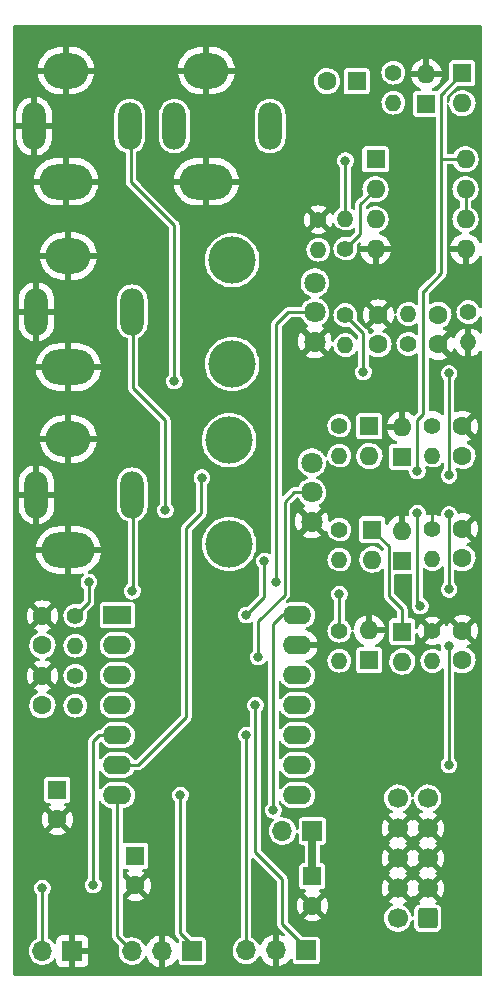
<source format=gbl>
%TF.GenerationSoftware,KiCad,Pcbnew,(6.0.1)*%
%TF.CreationDate,2022-09-27T15:47:34-04:00*%
%TF.ProjectId,SYNTH-VCO-02,53594e54-482d-4564-934f-2d30322e6b69,1*%
%TF.SameCoordinates,Original*%
%TF.FileFunction,Copper,L2,Bot*%
%TF.FilePolarity,Positive*%
%FSLAX46Y46*%
G04 Gerber Fmt 4.6, Leading zero omitted, Abs format (unit mm)*
G04 Created by KiCad (PCBNEW (6.0.1)) date 2022-09-27 15:47:34*
%MOMM*%
%LPD*%
G01*
G04 APERTURE LIST*
G04 Aperture macros list*
%AMRoundRect*
0 Rectangle with rounded corners*
0 $1 Rounding radius*
0 $2 $3 $4 $5 $6 $7 $8 $9 X,Y pos of 4 corners*
0 Add a 4 corners polygon primitive as box body*
4,1,4,$2,$3,$4,$5,$6,$7,$8,$9,$2,$3,0*
0 Add four circle primitives for the rounded corners*
1,1,$1+$1,$2,$3*
1,1,$1+$1,$4,$5*
1,1,$1+$1,$6,$7*
1,1,$1+$1,$8,$9*
0 Add four rect primitives between the rounded corners*
20,1,$1+$1,$2,$3,$4,$5,0*
20,1,$1+$1,$4,$5,$6,$7,0*
20,1,$1+$1,$6,$7,$8,$9,0*
20,1,$1+$1,$8,$9,$2,$3,0*%
G04 Aperture macros list end*
%TA.AperFunction,ComponentPad*%
%ADD10O,2.000000X4.000000*%
%TD*%
%TA.AperFunction,ComponentPad*%
%ADD11O,4.500000X3.000000*%
%TD*%
%TA.AperFunction,ComponentPad*%
%ADD12O,3.800000X3.000000*%
%TD*%
%TA.AperFunction,ComponentPad*%
%ADD13R,1.600000X1.600000*%
%TD*%
%TA.AperFunction,ComponentPad*%
%ADD14C,1.600000*%
%TD*%
%TA.AperFunction,ComponentPad*%
%ADD15C,1.400000*%
%TD*%
%TA.AperFunction,ComponentPad*%
%ADD16O,1.400000X1.400000*%
%TD*%
%TA.AperFunction,ComponentPad*%
%ADD17O,1.600000X1.600000*%
%TD*%
%TA.AperFunction,ComponentPad*%
%ADD18R,1.700000X1.700000*%
%TD*%
%TA.AperFunction,ComponentPad*%
%ADD19O,1.700000X1.700000*%
%TD*%
%TA.AperFunction,ComponentPad*%
%ADD20RoundRect,0.250000X0.600000X0.600000X-0.600000X0.600000X-0.600000X-0.600000X0.600000X-0.600000X0*%
%TD*%
%TA.AperFunction,ComponentPad*%
%ADD21C,1.700000*%
%TD*%
%TA.AperFunction,ComponentPad*%
%ADD22R,2.400000X1.600000*%
%TD*%
%TA.AperFunction,ComponentPad*%
%ADD23O,2.400000X1.600000*%
%TD*%
%TA.AperFunction,WasherPad*%
%ADD24C,4.000000*%
%TD*%
%TA.AperFunction,ComponentPad*%
%ADD25C,1.800000*%
%TD*%
%TA.AperFunction,ViaPad*%
%ADD26C,0.800000*%
%TD*%
%TA.AperFunction,Conductor*%
%ADD27C,0.254000*%
%TD*%
%TA.AperFunction,Conductor*%
%ADD28C,0.635000*%
%TD*%
G04 APERTURE END LIST*
D10*
%TO.P,J2,T*%
%TO.N,/AUD_OUT*%
X207746000Y-30480000D03*
%TO.P,J2,TN*%
%TO.N,unconnected-(J2-PadTN)*%
X199646000Y-30480000D03*
D11*
%TO.P,J2,S*%
%TO.N,GND*%
X202346000Y-35180000D03*
D12*
X202346000Y-25780000D03*
%TD*%
D10*
%TO.P,J4,T*%
%TO.N,/CV*%
X196062000Y-61676001D03*
%TO.P,J4,TN*%
%TO.N,GND*%
X187962000Y-61676001D03*
D11*
%TO.P,J4,S*%
X190662000Y-66376001D03*
D12*
X190662000Y-56976001D03*
%TD*%
D10*
%TO.P,J3,T*%
%TO.N,/V_OCT*%
X196062000Y-46182001D03*
%TO.P,J3,TN*%
%TO.N,GND*%
X187962000Y-46182001D03*
D11*
%TO.P,J3,S*%
X190662000Y-50882001D03*
D12*
X190662000Y-41482001D03*
%TD*%
D10*
%TO.P,J1,T*%
%TO.N,/GATE*%
X195870001Y-30480000D03*
%TO.P,J1,TN*%
%TO.N,GND*%
X187770001Y-30480000D03*
D11*
%TO.P,J1,S*%
X190470001Y-35180000D03*
D12*
X190470001Y-25780000D03*
%TD*%
D13*
%TO.P,C11,1*%
%TO.N,+5V*%
X211328000Y-93980000D03*
D14*
%TO.P,C11,2*%
%TO.N,GND*%
X211328000Y-96480000D03*
%TD*%
D15*
%TO.P,R7,1*%
%TO.N,/GATE*%
X213614000Y-55831686D03*
D16*
%TO.P,R7,2*%
%TO.N,/GATE_CTL*%
X213614000Y-58371686D03*
%TD*%
D13*
%TO.P,C9,1*%
%TO.N,+3V3*%
X189738000Y-86678888D03*
D14*
%TO.P,C9,2*%
%TO.N,GND*%
X189738000Y-89178888D03*
%TD*%
D13*
%TO.P,D1,1,K*%
%TO.N,Net-(D1-Pad1)*%
X220980000Y-28603686D03*
D17*
%TO.P,D1,2,A*%
%TO.N,GND*%
X220980000Y-26063686D03*
%TD*%
D13*
%TO.P,D5,1,K*%
%TO.N,+3V3*%
X216408000Y-64634315D03*
D17*
%TO.P,D5,2,A*%
%TO.N,/VPEROCT_CV*%
X216408000Y-67174315D03*
%TD*%
D13*
%TO.P,D8,1,K*%
%TO.N,+3V3*%
X218948000Y-73270315D03*
D17*
%TO.P,D8,2,A*%
%TO.N,/MOD_CV*%
X218948000Y-75810315D03*
%TD*%
D18*
%TO.P,SW2,1,1*%
%TO.N,/MODE_UP_PB*%
X210804989Y-100273002D03*
D19*
%TO.P,SW2,2,2*%
%TO.N,GND*%
X208264989Y-100273002D03*
%TO.P,SW2,3,3*%
%TO.N,/MODE_DN_PB*%
X205724989Y-100273002D03*
%TD*%
D13*
%TO.P,D6,1,K*%
%TO.N,/VPEROCT_CV*%
X218948000Y-67281686D03*
D17*
%TO.P,D6,2,A*%
%TO.N,GND*%
X218948000Y-64741686D03*
%TD*%
D18*
%TO.P,SW1,1,1*%
%TO.N,GND*%
X191013004Y-100330000D03*
D19*
%TO.P,SW1,2,2*%
%TO.N,/TIMBRE_PB*%
X188473004Y-100330000D03*
%TD*%
D15*
%TO.P,R13,1*%
%TO.N,/CV*%
X213614000Y-73202000D03*
D16*
%TO.P,R13,2*%
%TO.N,/MOD_CV*%
X213614000Y-75742000D03*
%TD*%
D15*
%TO.P,R12,1*%
%TO.N,/MOD_FINE*%
X191262000Y-77012000D03*
D16*
%TO.P,R12,2*%
%TO.N,/MOD_POT*%
X191262000Y-79552000D03*
%TD*%
D15*
%TO.P,R3,1*%
%TO.N,Net-(R2-Pad2)*%
X214122000Y-40844000D03*
D16*
%TO.P,R3,2*%
%TO.N,Net-(D1-Pad1)*%
X214122000Y-38304000D03*
%TD*%
D14*
%TO.P,C4,1*%
%TO.N,/GATE_CTL*%
X224028000Y-58400000D03*
%TO.P,C4,2*%
%TO.N,GND*%
X224028000Y-55900000D03*
%TD*%
%TO.P,C5,1*%
%TO.N,/VPEROCT_CV*%
X224028000Y-67056000D03*
%TO.P,C5,2*%
%TO.N,GND*%
X224028000Y-64556000D03*
%TD*%
D18*
%TO.P,SW4,1,1*%
%TO.N,/OCT_DN_PB*%
X201152989Y-100330000D03*
D19*
%TO.P,SW4,2,2*%
%TO.N,GND*%
X198612989Y-100330000D03*
%TO.P,SW4,3,3*%
%TO.N,/OCT_UP_PB*%
X196072989Y-100330000D03*
%TD*%
D13*
%TO.P,D4,1,K*%
%TO.N,/GATE_CTL*%
X218948000Y-58477372D03*
D17*
%TO.P,D4,2,A*%
%TO.N,GND*%
X218948000Y-55937372D03*
%TD*%
D14*
%TO.P,C2,1*%
%TO.N,Net-(C2-Pad1)*%
X216916000Y-48952000D03*
%TO.P,C2,2*%
%TO.N,GND*%
X216916000Y-46452000D03*
%TD*%
D15*
%TO.P,R5,1*%
%TO.N,Net-(C2-Pad1)*%
X219456000Y-48922000D03*
D16*
%TO.P,R5,2*%
%TO.N,/PRE_FILT*%
X219456000Y-46382000D03*
%TD*%
D15*
%TO.P,R8,1*%
%TO.N,GND*%
X221488000Y-55831686D03*
D16*
%TO.P,R8,2*%
%TO.N,/GATE_CTL*%
X221488000Y-58371686D03*
%TD*%
D15*
%TO.P,R9,1*%
%TO.N,/V_OCT*%
X213614000Y-64636000D03*
D16*
%TO.P,R9,2*%
%TO.N,/VPEROCT_CV*%
X213614000Y-67176000D03*
%TD*%
D14*
%TO.P,C7,1*%
%TO.N,/MOD_CV*%
X224028000Y-75692000D03*
%TO.P,C7,2*%
%TO.N,GND*%
X224028000Y-73192000D03*
%TD*%
D13*
%TO.P,D2,1,K*%
%TO.N,+5V*%
X224028000Y-26006315D03*
D17*
%TO.P,D2,2,A*%
%TO.N,Net-(D1-Pad1)*%
X224028000Y-28546315D03*
%TD*%
D13*
%TO.P,D7,1,K*%
%TO.N,/MOD_CV*%
X216154000Y-75692000D03*
D17*
%TO.P,D7,2,A*%
%TO.N,GND*%
X216154000Y-73152000D03*
%TD*%
D13*
%TO.P,U1,1*%
%TO.N,Net-(D1-Pad1)*%
X216672000Y-33284000D03*
D17*
%TO.P,U1,2,-*%
%TO.N,Net-(R2-Pad2)*%
X216672000Y-35824000D03*
%TO.P,U1,3,+*%
%TO.N,/PRE_FILT*%
X216672000Y-38364000D03*
%TO.P,U1,4,V-*%
%TO.N,GND*%
X216672000Y-40904000D03*
%TO.P,U1,5,+*%
X224292000Y-40904000D03*
%TO.P,U1,6,-*%
%TO.N,Net-(U1-Pad6)*%
X224292000Y-38364000D03*
%TO.P,U1,7*%
X224292000Y-35824000D03*
%TO.P,U1,8,V+*%
%TO.N,+5V*%
X224292000Y-33284000D03*
%TD*%
D15*
%TO.P,R1,1*%
%TO.N,Net-(C1-Pad1)*%
X218186000Y-25958000D03*
D16*
%TO.P,R1,2*%
%TO.N,Net-(D1-Pad1)*%
X218186000Y-28498000D03*
%TD*%
D13*
%TO.P,D3,1,K*%
%TO.N,+3V3*%
X216154000Y-55880001D03*
D17*
%TO.P,D3,2,A*%
%TO.N,/GATE_CTL*%
X216154000Y-58420001D03*
%TD*%
D14*
%TO.P,C3,1*%
%TO.N,/PRE_FILT*%
X221996000Y-46452000D03*
%TO.P,C3,2*%
%TO.N,GND*%
X221996000Y-48952000D03*
%TD*%
D20*
%TO.P,J5,1,Pin_1*%
%TO.N,-12V*%
X221097500Y-97536000D03*
D21*
%TO.P,J5,2,Pin_2*%
X218557500Y-97536000D03*
%TO.P,J5,3,Pin_3*%
%TO.N,GND*%
X221097500Y-94996000D03*
%TO.P,J5,4,Pin_4*%
X218557500Y-94996000D03*
%TO.P,J5,5,Pin_5*%
X221097500Y-92456000D03*
%TO.P,J5,6,Pin_6*%
X218557500Y-92456000D03*
%TO.P,J5,7,Pin_7*%
X221097500Y-89916000D03*
%TO.P,J5,8,Pin_8*%
X218557500Y-89916000D03*
%TO.P,J5,9,Pin_9*%
%TO.N,+12V*%
X221097500Y-87376000D03*
%TO.P,J5,10,Pin_10*%
X218557500Y-87376000D03*
%TD*%
D15*
%TO.P,R11,1*%
%TO.N,/FREQ_FINE*%
X191262000Y-71932000D03*
D16*
%TO.P,R11,2*%
%TO.N,/FREQ_POT*%
X191262000Y-74472000D03*
%TD*%
D22*
%TO.P,U2,1,D0/P26*%
%TO.N,/VPEROCT_CV*%
X194818000Y-71882000D03*
D23*
%TO.P,U2,2,D1/P27*%
%TO.N,/FREQ_POT*%
X194818000Y-74422000D03*
%TO.P,U2,3,D2/P28*%
%TO.N,/MOD_CV*%
X194818000Y-76962000D03*
%TO.P,U2,4,D3/P29*%
%TO.N,/MOD_POT*%
X194818000Y-79502000D03*
%TO.P,U2,5,D4/SDA/P6*%
%TO.N,/TIMBRE_PB*%
X194818000Y-82042000D03*
%TO.P,U2,6,D5/SCL/P7*%
%TO.N,/GATE_CTL*%
X194818000Y-84582000D03*
%TO.P,U2,7,D6/TX/P0*%
%TO.N,/OCT_UP_PB*%
X194818000Y-87122000D03*
%TO.P,U2,8,D7/RX/P1*%
%TO.N,/OCT_DN_PB*%
X210058000Y-87122000D03*
%TO.P,U2,9,D8/SCK/P2*%
%TO.N,/WAV*%
X210058000Y-84582000D03*
%TO.P,U2,10,D9/MISO/P4*%
%TO.N,/MODE_DN_PB*%
X210058000Y-82042000D03*
%TO.P,U2,11,D10/MOSI/P3*%
%TO.N,/MODE_UP_PB*%
X210058000Y-79502000D03*
%TO.P,U2,12,3.3V*%
%TO.N,+3V3*%
X210058000Y-76962000D03*
%TO.P,U2,13,GND*%
%TO.N,GND*%
X210058000Y-74422000D03*
%TO.P,U2,14,5V*%
%TO.N,+5V*%
X210058000Y-71882000D03*
%TD*%
D18*
%TO.P,H1,1,Pin_1*%
%TO.N,+5V*%
X211333000Y-90170000D03*
D19*
%TO.P,H1,2,Pin_2*%
%TO.N,Net-(C10-Pad1)*%
X208793000Y-90170000D03*
%TD*%
D15*
%TO.P,R14,1*%
%TO.N,GND*%
X221488000Y-73222000D03*
D16*
%TO.P,R14,2*%
%TO.N,/MOD_CV*%
X221488000Y-75762000D03*
%TD*%
D14*
%TO.P,C8,1*%
%TO.N,/MOD_POT*%
X188468000Y-79522000D03*
%TO.P,C8,2*%
%TO.N,GND*%
X188468000Y-77022000D03*
%TD*%
D15*
%TO.P,R2,1*%
%TO.N,GND*%
X211836000Y-38404000D03*
D16*
%TO.P,R2,2*%
%TO.N,Net-(R2-Pad2)*%
X211836000Y-40944000D03*
%TD*%
D15*
%TO.P,R6,1*%
%TO.N,/PRE_FILT*%
X224536000Y-46228000D03*
D16*
%TO.P,R6,2*%
%TO.N,GND*%
X224536000Y-48768000D03*
%TD*%
D15*
%TO.P,R4,1*%
%TO.N,/WAV*%
X214122000Y-46482000D03*
D16*
%TO.P,R4,2*%
%TO.N,Net-(C2-Pad1)*%
X214122000Y-49022000D03*
%TD*%
D13*
%TO.P,C1,1*%
%TO.N,Net-(C1-Pad1)*%
X215073113Y-26670000D03*
D14*
%TO.P,C1,2*%
%TO.N,/AUD_OUT*%
X212573113Y-26670000D03*
%TD*%
D13*
%TO.P,C10,1*%
%TO.N,Net-(C10-Pad1)*%
X196342000Y-92266888D03*
D14*
%TO.P,C10,2*%
%TO.N,GND*%
X196342000Y-94766888D03*
%TD*%
D15*
%TO.P,R10,1*%
%TO.N,GND*%
X221488000Y-64586000D03*
D16*
%TO.P,R10,2*%
%TO.N,/VPEROCT_CV*%
X221488000Y-67126000D03*
%TD*%
D14*
%TO.P,C6,1*%
%TO.N,/FREQ_POT*%
X188468000Y-74442000D03*
%TO.P,C6,2*%
%TO.N,GND*%
X188468000Y-71942000D03*
%TD*%
D24*
%TO.P,RV2,*%
%TO.N,*%
X204536000Y-50628000D03*
X204536000Y-41828000D03*
D25*
%TO.P,RV2,1,1*%
%TO.N,GND*%
X211536000Y-48728000D03*
%TO.P,RV2,2,2*%
%TO.N,/FREQ_FINE*%
X211536000Y-46228000D03*
%TO.P,RV2,3,3*%
%TO.N,+3V3*%
X211536000Y-43728000D03*
%TD*%
D24*
%TO.P,RV1,*%
%TO.N,*%
X204282000Y-65868000D03*
X204282000Y-57068000D03*
D25*
%TO.P,RV1,1,1*%
%TO.N,GND*%
X211282000Y-63968000D03*
%TO.P,RV1,2,2*%
%TO.N,/MOD_FINE*%
X211282000Y-61468000D03*
%TO.P,RV1,3,3*%
%TO.N,+3V3*%
X211282000Y-58968000D03*
%TD*%
D26*
%TO.N,GND*%
X201436000Y-98127000D03*
%TO.N,+5V*%
X220472000Y-71120000D03*
X220218000Y-63246000D03*
X208026000Y-88392000D03*
X220218000Y-59690000D03*
%TO.N,/GATE_CTL*%
X201973489Y-60241489D03*
%TO.N,/VPEROCT_CV*%
X205740000Y-71882000D03*
X207264000Y-67310000D03*
%TO.N,/TIMBRE_PB*%
X192786000Y-94742000D03*
X188468000Y-94996000D03*
%TO.N,/MODE_UP_PB*%
X206502000Y-79502000D03*
%TO.N,/MODE_DN_PB*%
X205740000Y-82042000D03*
%TO.N,/CV*%
X213614000Y-70104000D03*
X196088000Y-69850000D03*
%TO.N,/GATE*%
X199644000Y-52070000D03*
%TO.N,/OCT_DN_PB*%
X200152000Y-87122000D03*
%TO.N,/WAV*%
X222901489Y-63356511D03*
X222901489Y-69706511D03*
X222901489Y-74532511D03*
X222901489Y-60054511D03*
X215646000Y-51308000D03*
X222885000Y-84582000D03*
X222901489Y-51418511D03*
%TO.N,/V_OCT*%
X198882000Y-62992000D03*
%TO.N,/MOD_FINE*%
X206756000Y-75438000D03*
%TO.N,/FREQ_FINE*%
X192405000Y-69088000D03*
X208280000Y-69088000D03*
%TO.N,Net-(D1-Pad1)*%
X214122000Y-33401000D03*
%TD*%
D27*
%TO.N,GND*%
X225298000Y-65826000D02*
X225298000Y-68580000D01*
X221488000Y-64586000D02*
X221488000Y-62484000D01*
X224028000Y-64556000D02*
X225298000Y-65826000D01*
X225298000Y-68580000D02*
X225044000Y-68834000D01*
%TO.N,+3V3*%
X216408000Y-64634315D02*
X217821489Y-66047804D01*
X217821489Y-70247489D02*
X218948000Y-71374000D01*
X218948000Y-71374000D02*
X218948000Y-73270315D01*
X217821489Y-66047804D02*
X217821489Y-70247489D01*
D28*
%TO.N,+5V*%
X211333004Y-90170000D02*
X211333004Y-93974996D01*
D27*
X220726000Y-54819266D02*
X220218000Y-55327266D01*
X208026000Y-88392000D02*
X208026000Y-72644000D01*
X222250000Y-27784315D02*
X222250000Y-42946000D01*
X220218000Y-63246000D02*
X220218000Y-70866000D01*
X220218000Y-55327266D02*
X220218000Y-59690000D01*
X220736000Y-44460000D02*
X220726000Y-44470000D01*
X224292000Y-33284000D02*
X222367000Y-33284000D01*
X208788000Y-71882000D02*
X208026000Y-72644000D01*
X220726000Y-44470000D02*
X220726000Y-54819266D01*
X220218000Y-70866000D02*
X220472000Y-71120000D01*
X222299158Y-27735158D02*
X222250000Y-27784315D01*
X210058000Y-71882000D02*
X208788000Y-71882000D01*
X222250000Y-42946000D02*
X220736000Y-44460000D01*
X224028000Y-26006315D02*
X222299158Y-27735158D01*
%TO.N,/GATE_CTL*%
X196596000Y-84582000D02*
X200660000Y-80518000D01*
X200660000Y-64516000D02*
X201930000Y-63246000D01*
X201930000Y-60284978D02*
X201973489Y-60241489D01*
X200660000Y-80518000D02*
X200660000Y-64516000D01*
X201930000Y-63246000D02*
X201930000Y-60284978D01*
X194818000Y-84582000D02*
X196596000Y-84582000D01*
%TO.N,/VPEROCT_CV*%
X207264000Y-70358000D02*
X207264000Y-67310000D01*
X205740000Y-71882000D02*
X207264000Y-70358000D01*
%TO.N,/TIMBRE_PB*%
X193294000Y-82042000D02*
X194818000Y-82042000D01*
X192786000Y-82550000D02*
X193294000Y-82042000D01*
X192786000Y-94742000D02*
X192786000Y-82550000D01*
X188473000Y-95001000D02*
X188468000Y-94996000D01*
X188473000Y-100330000D02*
X188473000Y-95001000D01*
%TO.N,/MODE_UP_PB*%
X208788000Y-94234000D02*
X208788000Y-98044000D01*
X206502000Y-91948000D02*
X208788000Y-94234000D01*
X206502000Y-91948000D02*
X206502000Y-79502000D01*
X210805000Y-100061000D02*
X208788000Y-98044000D01*
%TO.N,/MODE_DN_PB*%
X205725000Y-82057000D02*
X205740000Y-82042000D01*
X205725000Y-100273000D02*
X205725000Y-82057000D01*
%TO.N,/CV*%
X196088000Y-69850000D02*
X196162000Y-69776000D01*
X213614000Y-73202000D02*
X213614000Y-70104000D01*
X196162000Y-69776000D02*
X196162000Y-61676000D01*
%TO.N,/GATE*%
X199644000Y-52070000D02*
X199644000Y-38862000D01*
X195970000Y-35188000D02*
X195970000Y-30480000D01*
X199644000Y-38862000D02*
X195970000Y-35188000D01*
%TO.N,/OCT_UP_PB*%
X194818000Y-87122000D02*
X194818000Y-99075000D01*
X194818000Y-99075000D02*
X196073000Y-100330000D01*
%TO.N,/OCT_DN_PB*%
X201153000Y-99807000D02*
X200152000Y-98806000D01*
X200152000Y-98806000D02*
X200152000Y-87122000D01*
%TO.N,/WAV*%
X222901489Y-60054511D02*
X222901489Y-51418511D01*
X222901489Y-84565511D02*
X222885000Y-84582000D01*
X222901489Y-74532511D02*
X222901489Y-84565511D01*
X215646000Y-51308000D02*
X215646000Y-48006000D01*
X222901489Y-69706511D02*
X222901489Y-63356511D01*
X215646000Y-48006000D02*
X214122000Y-46482000D01*
%TO.N,/V_OCT*%
X198882000Y-62992000D02*
X198882000Y-55372000D01*
X196162000Y-46182000D02*
X196162000Y-52652000D01*
X196162000Y-52652000D02*
X198882000Y-55372000D01*
%TO.N,/MOD_FINE*%
X211282000Y-61468000D02*
X209804000Y-61468000D01*
X209804000Y-61468000D02*
X209006511Y-62265489D01*
X209006511Y-70139489D02*
X206756000Y-72390000D01*
X206756000Y-72390000D02*
X206756000Y-75438000D01*
X209006511Y-62265489D02*
X209006511Y-70139489D01*
%TO.N,/FREQ_FINE*%
X208280000Y-47244000D02*
X209296000Y-46228000D01*
X208280000Y-69088000D02*
X208280000Y-47244000D01*
X192405000Y-70789000D02*
X192405000Y-69088000D01*
X209296000Y-46228000D02*
X211536000Y-46228000D01*
X191262000Y-71932000D02*
X192405000Y-70789000D01*
%TO.N,Net-(R2-Pad2)*%
X215392000Y-37104000D02*
X215392000Y-39574000D01*
X216672000Y-35824000D02*
X215392000Y-37104000D01*
X215392000Y-39574000D02*
X214122000Y-40844000D01*
%TO.N,Net-(D1-Pad1)*%
X214122000Y-38304000D02*
X214122000Y-33401000D01*
%TO.N,Net-(U1-Pad6)*%
X224292000Y-35824000D02*
X224292000Y-38364000D01*
%TD*%
%TA.AperFunction,Conductor*%
%TO.N,GND*%
G36*
X225637321Y-21924802D02*
G01*
X225683814Y-21978458D01*
X225695200Y-22030800D01*
X225695200Y-40249831D01*
X225675198Y-40317952D01*
X225621542Y-40364445D01*
X225551268Y-40374549D01*
X225486688Y-40345055D01*
X225455005Y-40303081D01*
X225431414Y-40252489D01*
X225425931Y-40242993D01*
X225300972Y-40064533D01*
X225293916Y-40056125D01*
X225139875Y-39902084D01*
X225131467Y-39895028D01*
X224953007Y-39770069D01*
X224943511Y-39764586D01*
X224746053Y-39672510D01*
X224735761Y-39668764D01*
X224662706Y-39649189D01*
X224602083Y-39612237D01*
X224571062Y-39548376D01*
X224579490Y-39477882D01*
X224624693Y-39423135D01*
X224654814Y-39408170D01*
X224697734Y-39393600D01*
X224738028Y-39379922D01*
X224738030Y-39379921D01*
X224743492Y-39378067D01*
X224887961Y-39297161D01*
X224915694Y-39281630D01*
X224915695Y-39281629D01*
X224920731Y-39278809D01*
X225076913Y-39148913D01*
X225206809Y-38992731D01*
X225306067Y-38815492D01*
X225314383Y-38790995D01*
X225369507Y-38628607D01*
X225369507Y-38628605D01*
X225371365Y-38623133D01*
X225400514Y-38422095D01*
X225402035Y-38364000D01*
X225383447Y-38161712D01*
X225328307Y-37966199D01*
X225238460Y-37784008D01*
X225116917Y-37621242D01*
X225098732Y-37604432D01*
X224971986Y-37487269D01*
X224971983Y-37487267D01*
X224967746Y-37483350D01*
X224795945Y-37374952D01*
X224792585Y-37373612D01*
X224741481Y-37325344D01*
X224724300Y-37261827D01*
X224724300Y-36922665D01*
X224744302Y-36854544D01*
X224788733Y-36812731D01*
X224920731Y-36738809D01*
X225076913Y-36608913D01*
X225206809Y-36452731D01*
X225227592Y-36415621D01*
X225287264Y-36309067D01*
X225306067Y-36275492D01*
X225307922Y-36270028D01*
X225369507Y-36088607D01*
X225369507Y-36088605D01*
X225371365Y-36083133D01*
X225400514Y-35882095D01*
X225402035Y-35824000D01*
X225383447Y-35621712D01*
X225328307Y-35426199D01*
X225238460Y-35244008D01*
X225116917Y-35081242D01*
X225098732Y-35064432D01*
X224971986Y-34947269D01*
X224971983Y-34947267D01*
X224967746Y-34943350D01*
X224910380Y-34907155D01*
X224800829Y-34838033D01*
X224800824Y-34838031D01*
X224795945Y-34834952D01*
X224607267Y-34759677D01*
X224408030Y-34720046D01*
X224402255Y-34719970D01*
X224402251Y-34719970D01*
X224300762Y-34718642D01*
X224204908Y-34717387D01*
X224199211Y-34718366D01*
X224199210Y-34718366D01*
X224010399Y-34750810D01*
X224004702Y-34751789D01*
X223814118Y-34822099D01*
X223809157Y-34825051D01*
X223809156Y-34825051D01*
X223646998Y-34921525D01*
X223639538Y-34925963D01*
X223486809Y-35059902D01*
X223361046Y-35219432D01*
X223358357Y-35224543D01*
X223358355Y-35224546D01*
X223314850Y-35307235D01*
X223266461Y-35399208D01*
X223206222Y-35593211D01*
X223182345Y-35794943D01*
X223195631Y-35997648D01*
X223197052Y-36003244D01*
X223197053Y-36003249D01*
X223218732Y-36088607D01*
X223245635Y-36194537D01*
X223330681Y-36379017D01*
X223447923Y-36544910D01*
X223593432Y-36686659D01*
X223598228Y-36689864D01*
X223598231Y-36689866D01*
X223725482Y-36774892D01*
X223762337Y-36799518D01*
X223767642Y-36801797D01*
X223767649Y-36801801D01*
X223783436Y-36808583D01*
X223838130Y-36853850D01*
X223859700Y-36924351D01*
X223859700Y-37263330D01*
X223839698Y-37331451D01*
X223798123Y-37371615D01*
X223639538Y-37465963D01*
X223486809Y-37599902D01*
X223361046Y-37759432D01*
X223358357Y-37764543D01*
X223358355Y-37764546D01*
X223310523Y-37855461D01*
X223266461Y-37939208D01*
X223206222Y-38133211D01*
X223182345Y-38334943D01*
X223195631Y-38537648D01*
X223197052Y-38543244D01*
X223197053Y-38543249D01*
X223234808Y-38691907D01*
X223245635Y-38734537D01*
X223248052Y-38739780D01*
X223319674Y-38895140D01*
X223330681Y-38919017D01*
X223447923Y-39084910D01*
X223593432Y-39226659D01*
X223598228Y-39229864D01*
X223598231Y-39229866D01*
X223724060Y-39313942D01*
X223762337Y-39339518D01*
X223767641Y-39341797D01*
X223767647Y-39341800D01*
X223933467Y-39413041D01*
X223988161Y-39458309D01*
X224009698Y-39525960D01*
X223991241Y-39594516D01*
X223938650Y-39642210D01*
X223916342Y-39650516D01*
X223848236Y-39668765D01*
X223837947Y-39672510D01*
X223640489Y-39764586D01*
X223630993Y-39770069D01*
X223452533Y-39895028D01*
X223444125Y-39902084D01*
X223290084Y-40056125D01*
X223283028Y-40064533D01*
X223158069Y-40242993D01*
X223152586Y-40252489D01*
X223060510Y-40449947D01*
X223056764Y-40460239D01*
X223010606Y-40632503D01*
X223010942Y-40646599D01*
X223018884Y-40650000D01*
X224420000Y-40650000D01*
X224488121Y-40670002D01*
X224534614Y-40723658D01*
X224546000Y-40776000D01*
X224546000Y-42171967D01*
X224549973Y-42185498D01*
X224558522Y-42186727D01*
X224735761Y-42139236D01*
X224746053Y-42135490D01*
X224943511Y-42043414D01*
X224953007Y-42037931D01*
X225131467Y-41912972D01*
X225139875Y-41905916D01*
X225293916Y-41751875D01*
X225300972Y-41743467D01*
X225425931Y-41565007D01*
X225431414Y-41555511D01*
X225455005Y-41504919D01*
X225501922Y-41451634D01*
X225570200Y-41432173D01*
X225638160Y-41452715D01*
X225684225Y-41506738D01*
X225695200Y-41558169D01*
X225695200Y-45761345D01*
X225675198Y-45829466D01*
X225621542Y-45875959D01*
X225551268Y-45886063D01*
X225486688Y-45856569D01*
X225457949Y-45820498D01*
X225380285Y-45674434D01*
X225380284Y-45674433D01*
X225377387Y-45668984D01*
X225300955Y-45575269D01*
X225256672Y-45520972D01*
X225256670Y-45520970D01*
X225252783Y-45516204D01*
X225100877Y-45390536D01*
X225095460Y-45387607D01*
X225095457Y-45387605D01*
X224932872Y-45299696D01*
X224932868Y-45299694D01*
X224927454Y-45296767D01*
X224921574Y-45294947D01*
X224921572Y-45294946D01*
X224772221Y-45248714D01*
X224739122Y-45238468D01*
X224733004Y-45237825D01*
X224732999Y-45237824D01*
X224549181Y-45218505D01*
X224549179Y-45218505D01*
X224543052Y-45217861D01*
X224460586Y-45225366D01*
X224352853Y-45235170D01*
X224352850Y-45235171D01*
X224346714Y-45235729D01*
X224340808Y-45237467D01*
X224340804Y-45237468D01*
X224199547Y-45279042D01*
X224157586Y-45291392D01*
X223982871Y-45382731D01*
X223978071Y-45386591D01*
X223978070Y-45386591D01*
X223967895Y-45394772D01*
X223829225Y-45506265D01*
X223702500Y-45657291D01*
X223699536Y-45662683D01*
X223699533Y-45662687D01*
X223635403Y-45779340D01*
X223607523Y-45830054D01*
X223605662Y-45835921D01*
X223605661Y-45835923D01*
X223556810Y-45989923D01*
X223547911Y-46017975D01*
X223525934Y-46213896D01*
X223542432Y-46410354D01*
X223596773Y-46599866D01*
X223599592Y-46605351D01*
X223684072Y-46769732D01*
X223684075Y-46769737D01*
X223686890Y-46775214D01*
X223809349Y-46929719D01*
X223814042Y-46933713D01*
X223814043Y-46933714D01*
X223944041Y-47044350D01*
X223959486Y-47057495D01*
X224131582Y-47153677D01*
X224319082Y-47214599D01*
X224514845Y-47237942D01*
X224520980Y-47237470D01*
X224520982Y-47237470D01*
X224705272Y-47223290D01*
X224705277Y-47223289D01*
X224711413Y-47222817D01*
X224717343Y-47221161D01*
X224717345Y-47221161D01*
X224806356Y-47196309D01*
X224901300Y-47169800D01*
X224908118Y-47166356D01*
X225071772Y-47083689D01*
X225071774Y-47083688D01*
X225077273Y-47080910D01*
X225232629Y-46959532D01*
X225361450Y-46810291D01*
X225458831Y-46638871D01*
X225460888Y-46640040D01*
X225500074Y-46593937D01*
X225568001Y-46573288D01*
X225636309Y-46592641D01*
X225683310Y-46645852D01*
X225695200Y-46699282D01*
X225695200Y-47917806D01*
X225675198Y-47985927D01*
X225621542Y-48032420D01*
X225551268Y-48042524D01*
X225486688Y-48013030D01*
X225472104Y-47996857D01*
X225471610Y-47997271D01*
X225461019Y-47984650D01*
X225319350Y-47842981D01*
X225310942Y-47835925D01*
X225146811Y-47720998D01*
X225137323Y-47715521D01*
X224955727Y-47630842D01*
X224945423Y-47627092D01*
X224807497Y-47590134D01*
X224793401Y-47590470D01*
X224790000Y-47598412D01*
X224790000Y-49932439D01*
X224793973Y-49945970D01*
X224802522Y-49947199D01*
X224945423Y-49908908D01*
X224955727Y-49905158D01*
X225137323Y-49820479D01*
X225146811Y-49815002D01*
X225310942Y-49700075D01*
X225319350Y-49693019D01*
X225461019Y-49551350D01*
X225471610Y-49538729D01*
X225473261Y-49540114D01*
X225521428Y-49501601D01*
X225592046Y-49494283D01*
X225655411Y-49526305D01*
X225691404Y-49587501D01*
X225695200Y-49618194D01*
X225695200Y-102279200D01*
X225675198Y-102347321D01*
X225621542Y-102393814D01*
X225569200Y-102405200D01*
X186130800Y-102405200D01*
X186062679Y-102385198D01*
X186016186Y-102331542D01*
X186004800Y-102279200D01*
X186004800Y-100299628D01*
X187313153Y-100299628D01*
X187327040Y-100511503D01*
X187379305Y-100717299D01*
X187468199Y-100910124D01*
X187590744Y-101083521D01*
X187661013Y-101151974D01*
X187727571Y-101216812D01*
X187742836Y-101231683D01*
X187747632Y-101234888D01*
X187747635Y-101234890D01*
X187841493Y-101297604D01*
X187919381Y-101349647D01*
X187924689Y-101351928D01*
X187924690Y-101351928D01*
X188109164Y-101431184D01*
X188109167Y-101431185D01*
X188114467Y-101433462D01*
X188120096Y-101434736D01*
X188120097Y-101434736D01*
X188315925Y-101479048D01*
X188315928Y-101479048D01*
X188321561Y-101480323D01*
X188327332Y-101480550D01*
X188327334Y-101480550D01*
X188392090Y-101483094D01*
X188533727Y-101488659D01*
X188638793Y-101473425D01*
X188738145Y-101459020D01*
X188738150Y-101459019D01*
X188743859Y-101458191D01*
X188749323Y-101456336D01*
X188749328Y-101456335D01*
X188897244Y-101406124D01*
X188944920Y-101389940D01*
X189130176Y-101286192D01*
X189171948Y-101251451D01*
X189251796Y-101185042D01*
X189293424Y-101150420D01*
X189429196Y-100987172D01*
X189430199Y-100988006D01*
X189480239Y-100947291D01*
X189550792Y-100939369D01*
X189614428Y-100970849D01*
X189650943Y-101031736D01*
X189655005Y-101063471D01*
X189655005Y-101224669D01*
X189655375Y-101231490D01*
X189660899Y-101282352D01*
X189664525Y-101297604D01*
X189709680Y-101418054D01*
X189718218Y-101433649D01*
X189794719Y-101535724D01*
X189807280Y-101548285D01*
X189909355Y-101624786D01*
X189924950Y-101633324D01*
X190045398Y-101678478D01*
X190060653Y-101682105D01*
X190111518Y-101687631D01*
X190118332Y-101688000D01*
X190740889Y-101688000D01*
X190756128Y-101683525D01*
X190757333Y-101682135D01*
X190759004Y-101674452D01*
X190759004Y-101669884D01*
X191267004Y-101669884D01*
X191271479Y-101685123D01*
X191272869Y-101686328D01*
X191280552Y-101687999D01*
X191907673Y-101687999D01*
X191914494Y-101687629D01*
X191965356Y-101682105D01*
X191980608Y-101678479D01*
X192101058Y-101633324D01*
X192116653Y-101624786D01*
X192218728Y-101548285D01*
X192231289Y-101535724D01*
X192307790Y-101433649D01*
X192316328Y-101418054D01*
X192361482Y-101297606D01*
X192365109Y-101282351D01*
X192370635Y-101231486D01*
X192371004Y-101224672D01*
X192371004Y-100602115D01*
X192366529Y-100586876D01*
X192365139Y-100585671D01*
X192357456Y-100584000D01*
X191285119Y-100584000D01*
X191269880Y-100588475D01*
X191268675Y-100589865D01*
X191267004Y-100597548D01*
X191267004Y-101669884D01*
X190759004Y-101669884D01*
X190759004Y-100057885D01*
X191267004Y-100057885D01*
X191271479Y-100073124D01*
X191272869Y-100074329D01*
X191280552Y-100076000D01*
X192352888Y-100076000D01*
X192368127Y-100071525D01*
X192369332Y-100070135D01*
X192371003Y-100062452D01*
X192371003Y-99435331D01*
X192370633Y-99428510D01*
X192365109Y-99377648D01*
X192361483Y-99362396D01*
X192316328Y-99241946D01*
X192307790Y-99226351D01*
X192231289Y-99124276D01*
X192218728Y-99111715D01*
X192116653Y-99035214D01*
X192101058Y-99026676D01*
X191980610Y-98981522D01*
X191965355Y-98977895D01*
X191914490Y-98972369D01*
X191907676Y-98972000D01*
X191285119Y-98972000D01*
X191269880Y-98976475D01*
X191268675Y-98977865D01*
X191267004Y-98985548D01*
X191267004Y-100057885D01*
X190759004Y-100057885D01*
X190759004Y-98990116D01*
X190754529Y-98974877D01*
X190753139Y-98973672D01*
X190745456Y-98972001D01*
X190118335Y-98972001D01*
X190111514Y-98972371D01*
X190060652Y-98977895D01*
X190045400Y-98981521D01*
X189924950Y-99026676D01*
X189909355Y-99035214D01*
X189807280Y-99111715D01*
X189794719Y-99124276D01*
X189718218Y-99226351D01*
X189709680Y-99241946D01*
X189664526Y-99362394D01*
X189660899Y-99377649D01*
X189655373Y-99428514D01*
X189655004Y-99435328D01*
X189655004Y-99602540D01*
X189635002Y-99670661D01*
X189581346Y-99717154D01*
X189511072Y-99727258D01*
X189446492Y-99697764D01*
X189428046Y-99677929D01*
X189420746Y-99668152D01*
X189335237Y-99553642D01*
X189207246Y-99435328D01*
X189183559Y-99413432D01*
X189183556Y-99413430D01*
X189179319Y-99409513D01*
X188999746Y-99296211D01*
X188991981Y-99293113D01*
X188984610Y-99290172D01*
X188928751Y-99246352D01*
X188905300Y-99173142D01*
X188905300Y-95608174D01*
X188925302Y-95540053D01*
X188949469Y-95512363D01*
X188985210Y-95481837D01*
X188985211Y-95481836D01*
X188990982Y-95476907D01*
X189090598Y-95338276D01*
X189097490Y-95321132D01*
X189151436Y-95186939D01*
X189151437Y-95186937D01*
X189154271Y-95179886D01*
X189178324Y-95010879D01*
X189178480Y-94996000D01*
X189173630Y-94955919D01*
X189158884Y-94834070D01*
X189158884Y-94834069D01*
X189157971Y-94826527D01*
X189126031Y-94742000D01*
X189123220Y-94734560D01*
X192075559Y-94734560D01*
X192079733Y-94772363D01*
X192089421Y-94860116D01*
X192094292Y-94904239D01*
X192096901Y-94911370D01*
X192096902Y-94911372D01*
X192142609Y-95036270D01*
X192152958Y-95064551D01*
X192157194Y-95070854D01*
X192157194Y-95070855D01*
X192162282Y-95078427D01*
X192248170Y-95206242D01*
X192253782Y-95211349D01*
X192253785Y-95211352D01*
X192368811Y-95316018D01*
X192368815Y-95316021D01*
X192374432Y-95321132D01*
X192381109Y-95324757D01*
X192381110Y-95324758D01*
X192404000Y-95337186D01*
X192524455Y-95402588D01*
X192689577Y-95445907D01*
X192776592Y-95447274D01*
X192852666Y-95448469D01*
X192852669Y-95448469D01*
X192860265Y-95448588D01*
X192867669Y-95446892D01*
X192867671Y-95446892D01*
X192950620Y-95427894D01*
X193026667Y-95410477D01*
X193179174Y-95333774D01*
X193184945Y-95328845D01*
X193184948Y-95328843D01*
X193303210Y-95227837D01*
X193303211Y-95227836D01*
X193308982Y-95222907D01*
X193408598Y-95084276D01*
X193413993Y-95070855D01*
X193469436Y-94932939D01*
X193469437Y-94932937D01*
X193472271Y-94925886D01*
X193494681Y-94768424D01*
X193495743Y-94760962D01*
X193495743Y-94760961D01*
X193496324Y-94756879D01*
X193496480Y-94742000D01*
X193482589Y-94627210D01*
X193476884Y-94580070D01*
X193476884Y-94580069D01*
X193475971Y-94572527D01*
X193415630Y-94412837D01*
X193411331Y-94406582D01*
X193411329Y-94406578D01*
X193323241Y-94278410D01*
X193323240Y-94278408D01*
X193318939Y-94272151D01*
X193260479Y-94220065D01*
X193222925Y-94159817D01*
X193218300Y-94125991D01*
X193218300Y-87733794D01*
X193238302Y-87665673D01*
X193291958Y-87619180D01*
X193362232Y-87609076D01*
X193426812Y-87638570D01*
X193453272Y-87670673D01*
X193455460Y-87675485D01*
X193458929Y-87680375D01*
X193573896Y-87842448D01*
X193577487Y-87847511D01*
X193729842Y-87993359D01*
X193907027Y-88107766D01*
X193912593Y-88110009D01*
X194097081Y-88184360D01*
X194097084Y-88184361D01*
X194102650Y-88186604D01*
X194283851Y-88221991D01*
X194346874Y-88254678D01*
X194382221Y-88316250D01*
X194385700Y-88345654D01*
X194385700Y-99041868D01*
X194384827Y-99056677D01*
X194381033Y-99088733D01*
X194391139Y-99144069D01*
X194391780Y-99147922D01*
X194400144Y-99203549D01*
X194403143Y-99209795D01*
X194404388Y-99216611D01*
X194430320Y-99266533D01*
X194432069Y-99270035D01*
X194456414Y-99320733D01*
X194461119Y-99325822D01*
X194464312Y-99331970D01*
X194468442Y-99336807D01*
X194504130Y-99372495D01*
X194507559Y-99376061D01*
X194544655Y-99416191D01*
X194550808Y-99419765D01*
X194556485Y-99424850D01*
X194951186Y-99819551D01*
X194985212Y-99881863D01*
X194982423Y-99946009D01*
X194938094Y-100088771D01*
X194913138Y-100299628D01*
X194927025Y-100511503D01*
X194979290Y-100717299D01*
X195068184Y-100910124D01*
X195190729Y-101083521D01*
X195260998Y-101151974D01*
X195327556Y-101216812D01*
X195342821Y-101231683D01*
X195347617Y-101234888D01*
X195347620Y-101234890D01*
X195441478Y-101297604D01*
X195519366Y-101349647D01*
X195524674Y-101351928D01*
X195524675Y-101351928D01*
X195709149Y-101431184D01*
X195709152Y-101431185D01*
X195714452Y-101433462D01*
X195720081Y-101434736D01*
X195720082Y-101434736D01*
X195915910Y-101479048D01*
X195915913Y-101479048D01*
X195921546Y-101480323D01*
X195927317Y-101480550D01*
X195927319Y-101480550D01*
X195992075Y-101483094D01*
X196133712Y-101488659D01*
X196238778Y-101473425D01*
X196338130Y-101459020D01*
X196338135Y-101459019D01*
X196343844Y-101458191D01*
X196349308Y-101456336D01*
X196349313Y-101456335D01*
X196497229Y-101406124D01*
X196544905Y-101389940D01*
X196730161Y-101286192D01*
X196771933Y-101251451D01*
X196851781Y-101185042D01*
X196893409Y-101150420D01*
X196989095Y-101035370D01*
X197025490Y-100991610D01*
X197029181Y-100987172D01*
X197124232Y-100817447D01*
X197174967Y-100767786D01*
X197244499Y-100753438D01*
X197310749Y-100778960D01*
X197350908Y-100831610D01*
X197394759Y-100939603D01*
X197399402Y-100948794D01*
X197510683Y-101130388D01*
X197516766Y-101138699D01*
X197656202Y-101299667D01*
X197663569Y-101306883D01*
X197827423Y-101442916D01*
X197835870Y-101448831D01*
X198019745Y-101556279D01*
X198029031Y-101560729D01*
X198227990Y-101636703D01*
X198237888Y-101639579D01*
X198341239Y-101660606D01*
X198355288Y-101659410D01*
X198358989Y-101649065D01*
X198358989Y-101648517D01*
X198866989Y-101648517D01*
X198871053Y-101662359D01*
X198884467Y-101664393D01*
X198891173Y-101663534D01*
X198901251Y-101661392D01*
X199105244Y-101600191D01*
X199114831Y-101596433D01*
X199306084Y-101502739D01*
X199314934Y-101497464D01*
X199488317Y-101373792D01*
X199496189Y-101367139D01*
X199647041Y-101216812D01*
X199653712Y-101208972D01*
X199769366Y-101048023D01*
X199825361Y-101004375D01*
X199896064Y-100997929D01*
X199959029Y-101030732D01*
X199994263Y-101092368D01*
X199997689Y-101121549D01*
X199997689Y-101225358D01*
X199998481Y-101232013D01*
X199999674Y-101242040D01*
X200000856Y-101251978D01*
X200047025Y-101355919D01*
X200070419Y-101379272D01*
X200119284Y-101428052D01*
X200119286Y-101428053D01*
X200127517Y-101436270D01*
X200231538Y-101482258D01*
X200257631Y-101485300D01*
X202048347Y-101485300D01*
X202059241Y-101484004D01*
X202065582Y-101483250D01*
X202065585Y-101483249D01*
X202074967Y-101482133D01*
X202178908Y-101435964D01*
X202224851Y-101389940D01*
X202251041Y-101363705D01*
X202251042Y-101363703D01*
X202259259Y-101355472D01*
X202305247Y-101251451D01*
X202308289Y-101225358D01*
X202308289Y-100242630D01*
X204565138Y-100242630D01*
X204579025Y-100454505D01*
X204631290Y-100660301D01*
X204720184Y-100853126D01*
X204842729Y-101026523D01*
X204915191Y-101097113D01*
X204979556Y-101159814D01*
X204994821Y-101174685D01*
X204999617Y-101177890D01*
X204999620Y-101177892D01*
X205096452Y-101242593D01*
X205171366Y-101292649D01*
X205176674Y-101294930D01*
X205176675Y-101294930D01*
X205361149Y-101374186D01*
X205361152Y-101374187D01*
X205366452Y-101376464D01*
X205372081Y-101377738D01*
X205372082Y-101377738D01*
X205567910Y-101422050D01*
X205567913Y-101422050D01*
X205573546Y-101423325D01*
X205579317Y-101423552D01*
X205579319Y-101423552D01*
X205644075Y-101426096D01*
X205785712Y-101431661D01*
X205890778Y-101416427D01*
X205990130Y-101402022D01*
X205990135Y-101402021D01*
X205995844Y-101401193D01*
X206001308Y-101399338D01*
X206001313Y-101399337D01*
X206191437Y-101334798D01*
X206196905Y-101332942D01*
X206382161Y-101229194D01*
X206423933Y-101194453D01*
X206476876Y-101150420D01*
X206545409Y-101093422D01*
X206666945Y-100947291D01*
X206677490Y-100934612D01*
X206681181Y-100930174D01*
X206776232Y-100760449D01*
X206826967Y-100710788D01*
X206896499Y-100696440D01*
X206962749Y-100721962D01*
X207002908Y-100774612D01*
X207046759Y-100882605D01*
X207051402Y-100891796D01*
X207162683Y-101073390D01*
X207168766Y-101081701D01*
X207308202Y-101242669D01*
X207315569Y-101249885D01*
X207479423Y-101385918D01*
X207487870Y-101391833D01*
X207671745Y-101499281D01*
X207681031Y-101503731D01*
X207879990Y-101579705D01*
X207889888Y-101582581D01*
X207993239Y-101603608D01*
X208007288Y-101602412D01*
X208010989Y-101592067D01*
X208010989Y-98956104D01*
X208007071Y-98942760D01*
X207992795Y-98940773D01*
X207954313Y-98946662D01*
X207944277Y-98949053D01*
X207741857Y-99015214D01*
X207732348Y-99019211D01*
X207543452Y-99117544D01*
X207534727Y-99123038D01*
X207364422Y-99250907D01*
X207356715Y-99257750D01*
X207209579Y-99411719D01*
X207203093Y-99419729D01*
X207083087Y-99595651D01*
X207077988Y-99604625D01*
X206997617Y-99777771D01*
X206950793Y-99831138D01*
X206882549Y-99850719D01*
X206814554Y-99830295D01*
X206770323Y-99780450D01*
X206716818Y-99671953D01*
X206714264Y-99666774D01*
X206616511Y-99535867D01*
X206590675Y-99501268D01*
X206590674Y-99501267D01*
X206587222Y-99496644D01*
X206482548Y-99399884D01*
X206435544Y-99356434D01*
X206435541Y-99356432D01*
X206431304Y-99352515D01*
X206251731Y-99239213D01*
X206236611Y-99233180D01*
X206180751Y-99189360D01*
X206157300Y-99116150D01*
X206157300Y-92518855D01*
X206177302Y-92450734D01*
X206230958Y-92404241D01*
X206301232Y-92394137D01*
X206365812Y-92423631D01*
X206372395Y-92429760D01*
X208318795Y-94376160D01*
X208352821Y-94438472D01*
X208355700Y-94465255D01*
X208355700Y-98010868D01*
X208354827Y-98025677D01*
X208351033Y-98057733D01*
X208361139Y-98113069D01*
X208361780Y-98116922D01*
X208370144Y-98172549D01*
X208373143Y-98178795D01*
X208374388Y-98185611D01*
X208400320Y-98235533D01*
X208402069Y-98239035D01*
X208426414Y-98289733D01*
X208431119Y-98294822D01*
X208434312Y-98300970D01*
X208438442Y-98305807D01*
X208474130Y-98341495D01*
X208477559Y-98345061D01*
X208514655Y-98385191D01*
X208520808Y-98388765D01*
X208526485Y-98393850D01*
X208954978Y-98822343D01*
X208989004Y-98884655D01*
X208983939Y-98955470D01*
X208941392Y-99012306D01*
X208874872Y-99037117D01*
X208824270Y-99028128D01*
X208823572Y-99030098D01*
X208617948Y-98957282D01*
X208607977Y-98954648D01*
X208536826Y-98941974D01*
X208523529Y-98943434D01*
X208518989Y-98957991D01*
X208518989Y-101591519D01*
X208523053Y-101605361D01*
X208536467Y-101607395D01*
X208543173Y-101606536D01*
X208553251Y-101604394D01*
X208757244Y-101543193D01*
X208766831Y-101539435D01*
X208958084Y-101445741D01*
X208966934Y-101440466D01*
X209140317Y-101316794D01*
X209148189Y-101310141D01*
X209299041Y-101159814D01*
X209305712Y-101151974D01*
X209421366Y-100991025D01*
X209477361Y-100947377D01*
X209548064Y-100940931D01*
X209611029Y-100973734D01*
X209646263Y-101035370D01*
X209649689Y-101064551D01*
X209649689Y-101168360D01*
X209650823Y-101177892D01*
X209651674Y-101185042D01*
X209652856Y-101194980D01*
X209699025Y-101298921D01*
X209730281Y-101330122D01*
X209771284Y-101371054D01*
X209771286Y-101371055D01*
X209779517Y-101379272D01*
X209883538Y-101425260D01*
X209909631Y-101428302D01*
X211700347Y-101428302D01*
X211711241Y-101427006D01*
X211717582Y-101426252D01*
X211717585Y-101426251D01*
X211726967Y-101425135D01*
X211830908Y-101378966D01*
X211876851Y-101332942D01*
X211903041Y-101306707D01*
X211903042Y-101306705D01*
X211911259Y-101298474D01*
X211957247Y-101194453D01*
X211960289Y-101168360D01*
X211960289Y-99377644D01*
X211957122Y-99351024D01*
X211910953Y-99247083D01*
X211858012Y-99194235D01*
X211838694Y-99174950D01*
X211838692Y-99174949D01*
X211830461Y-99166732D01*
X211726440Y-99120744D01*
X211700347Y-99117702D01*
X210525257Y-99117702D01*
X210457136Y-99097700D01*
X210436162Y-99080797D01*
X209257205Y-97901840D01*
X209223179Y-97839528D01*
X209220300Y-97812745D01*
X209220300Y-97566062D01*
X210606493Y-97566062D01*
X210615789Y-97578077D01*
X210666994Y-97613931D01*
X210676489Y-97619414D01*
X210873947Y-97711490D01*
X210884239Y-97715236D01*
X211094688Y-97771625D01*
X211105481Y-97773528D01*
X211322525Y-97792517D01*
X211333475Y-97792517D01*
X211550519Y-97773528D01*
X211561312Y-97771625D01*
X211771761Y-97715236D01*
X211782053Y-97711490D01*
X211979511Y-97619414D01*
X211989006Y-97613931D01*
X212041048Y-97577491D01*
X212049424Y-97567012D01*
X212042356Y-97553566D01*
X211994418Y-97505628D01*
X217397649Y-97505628D01*
X217411536Y-97717503D01*
X217463801Y-97923299D01*
X217552695Y-98116124D01*
X217675240Y-98289521D01*
X217747702Y-98360111D01*
X217800108Y-98411162D01*
X217827332Y-98437683D01*
X217832128Y-98440888D01*
X217832131Y-98440890D01*
X217903386Y-98488501D01*
X218003877Y-98555647D01*
X218009185Y-98557928D01*
X218009186Y-98557928D01*
X218193660Y-98637184D01*
X218193663Y-98637185D01*
X218198963Y-98639462D01*
X218204592Y-98640736D01*
X218204593Y-98640736D01*
X218400421Y-98685048D01*
X218400424Y-98685048D01*
X218406057Y-98686323D01*
X218411828Y-98686550D01*
X218411830Y-98686550D01*
X218476586Y-98689094D01*
X218618223Y-98694659D01*
X218737531Y-98677360D01*
X218822641Y-98665020D01*
X218822646Y-98665019D01*
X218828355Y-98664191D01*
X218833819Y-98662336D01*
X218833824Y-98662335D01*
X219023948Y-98597796D01*
X219029416Y-98595940D01*
X219214672Y-98492192D01*
X219377920Y-98356420D01*
X219513692Y-98193172D01*
X219617440Y-98007916D01*
X219685691Y-97806855D01*
X219686519Y-97801146D01*
X219686520Y-97801141D01*
X219691504Y-97766764D01*
X219721074Y-97702218D01*
X219780846Y-97663906D01*
X219851842Y-97663990D01*
X219911523Y-97702445D01*
X219940939Y-97767061D01*
X219942200Y-97784844D01*
X219942200Y-98179144D01*
X219953159Y-98269703D01*
X219956139Y-98277231D01*
X219956140Y-98277233D01*
X219962600Y-98293548D01*
X220009166Y-98411162D01*
X220101152Y-98532348D01*
X220222338Y-98624334D01*
X220263765Y-98640736D01*
X220356267Y-98677360D01*
X220356269Y-98677361D01*
X220363797Y-98680341D01*
X220454356Y-98691300D01*
X221740644Y-98691300D01*
X221831203Y-98680341D01*
X221838731Y-98677361D01*
X221838733Y-98677360D01*
X221931235Y-98640736D01*
X221972662Y-98624334D01*
X222093848Y-98532348D01*
X222185834Y-98411162D01*
X222232400Y-98293548D01*
X222238860Y-98277233D01*
X222238861Y-98277231D01*
X222241841Y-98269703D01*
X222252800Y-98179144D01*
X222252800Y-96892856D01*
X222241841Y-96802297D01*
X222223403Y-96755726D01*
X222206610Y-96713312D01*
X222185834Y-96660838D01*
X222093848Y-96539652D01*
X221972662Y-96447666D01*
X221831203Y-96391659D01*
X221830730Y-96391602D01*
X221772606Y-96357210D01*
X221740750Y-96293762D01*
X221748254Y-96223163D01*
X221792735Y-96167828D01*
X221798909Y-96163846D01*
X221846747Y-96129723D01*
X221855148Y-96119023D01*
X221848160Y-96105870D01*
X221110312Y-95368022D01*
X221096368Y-95360408D01*
X221094535Y-95360539D01*
X221087920Y-95364790D01*
X220344237Y-96108473D01*
X220337477Y-96120853D01*
X220342758Y-96127907D01*
X220399443Y-96161031D01*
X220448167Y-96212669D01*
X220461238Y-96282452D01*
X220434507Y-96348224D01*
X220376460Y-96389103D01*
X220370630Y-96390832D01*
X220363797Y-96391659D01*
X220222338Y-96447666D01*
X220101152Y-96539652D01*
X220009166Y-96660838D01*
X219988390Y-96713312D01*
X219971598Y-96755726D01*
X219953159Y-96802297D01*
X219942200Y-96892856D01*
X219942200Y-97278339D01*
X219922198Y-97346460D01*
X219868542Y-97392953D01*
X219798268Y-97403057D01*
X219733688Y-97373563D01*
X219694931Y-97312541D01*
X219663593Y-97201424D01*
X219640686Y-97120204D01*
X219546775Y-96929772D01*
X219479502Y-96839682D01*
X219423186Y-96764266D01*
X219423185Y-96764265D01*
X219419733Y-96759642D01*
X219263815Y-96615513D01*
X219084242Y-96502211D01*
X219064540Y-96494351D01*
X219008682Y-96450532D01*
X218985381Y-96383468D01*
X219002036Y-96314452D01*
X219055798Y-96264170D01*
X219250598Y-96168738D01*
X219259444Y-96163465D01*
X219306747Y-96129723D01*
X219315148Y-96119023D01*
X219308160Y-96105870D01*
X218570312Y-95368022D01*
X218556368Y-95360408D01*
X218554535Y-95360539D01*
X218547920Y-95364790D01*
X217804237Y-96108473D01*
X217797477Y-96120853D01*
X217802758Y-96127907D01*
X217964256Y-96222279D01*
X217973542Y-96226729D01*
X218051611Y-96256540D01*
X218108114Y-96299527D01*
X218132407Y-96366238D01*
X218116777Y-96435493D01*
X218061383Y-96487528D01*
X218058000Y-96488776D01*
X218053028Y-96491734D01*
X217972486Y-96539652D01*
X217875523Y-96597339D01*
X217715885Y-96737337D01*
X217712318Y-96741862D01*
X217712313Y-96741867D01*
X217588007Y-96899549D01*
X217584433Y-96904083D01*
X217581745Y-96909192D01*
X217488259Y-97086880D01*
X217488257Y-97086885D01*
X217485570Y-97091992D01*
X217422605Y-97294771D01*
X217397649Y-97505628D01*
X211994418Y-97505628D01*
X211340812Y-96852022D01*
X211326868Y-96844408D01*
X211325035Y-96844539D01*
X211318420Y-96848790D01*
X210612923Y-97554287D01*
X210606493Y-97566062D01*
X209220300Y-97566062D01*
X209220300Y-96485475D01*
X210015483Y-96485475D01*
X210034472Y-96702519D01*
X210036375Y-96713312D01*
X210092764Y-96923761D01*
X210096510Y-96934053D01*
X210188586Y-97131511D01*
X210194069Y-97141006D01*
X210230509Y-97193048D01*
X210240988Y-97201424D01*
X210254434Y-97194356D01*
X210955978Y-96492812D01*
X210962356Y-96481132D01*
X211692408Y-96481132D01*
X211692539Y-96482965D01*
X211696790Y-96489580D01*
X212402287Y-97195077D01*
X212414062Y-97201507D01*
X212426077Y-97192211D01*
X212461931Y-97141006D01*
X212467414Y-97131511D01*
X212559490Y-96934053D01*
X212563236Y-96923761D01*
X212619625Y-96713312D01*
X212621528Y-96702519D01*
X212640517Y-96485475D01*
X212640517Y-96474525D01*
X212621528Y-96257481D01*
X212619625Y-96246688D01*
X212563236Y-96036239D01*
X212559490Y-96025947D01*
X212467414Y-95828489D01*
X212461931Y-95818994D01*
X212425491Y-95766952D01*
X212415012Y-95758576D01*
X212401566Y-95765644D01*
X211700022Y-96467188D01*
X211692408Y-96481132D01*
X210962356Y-96481132D01*
X210963592Y-96478868D01*
X210963461Y-96477035D01*
X210959210Y-96470420D01*
X210253713Y-95764923D01*
X210241938Y-95758493D01*
X210229923Y-95767789D01*
X210194069Y-95818994D01*
X210188586Y-95828489D01*
X210096510Y-96025947D01*
X210092764Y-96036239D01*
X210036375Y-96246688D01*
X210034472Y-96257481D01*
X210015483Y-96474525D01*
X210015483Y-96485475D01*
X209220300Y-96485475D01*
X209220300Y-94267132D01*
X209221173Y-94252323D01*
X209223860Y-94229619D01*
X209224967Y-94220267D01*
X209214861Y-94164931D01*
X209214217Y-94161062D01*
X209207256Y-94114765D01*
X209205856Y-94105451D01*
X209202857Y-94099205D01*
X209201612Y-94092389D01*
X209197273Y-94084036D01*
X209197271Y-94084030D01*
X209175697Y-94042498D01*
X209173929Y-94038959D01*
X209153666Y-93996762D01*
X209153663Y-93996758D01*
X209149586Y-93988267D01*
X209144883Y-93983179D01*
X209141688Y-93977029D01*
X209137557Y-93972193D01*
X209101882Y-93936518D01*
X209098453Y-93932952D01*
X209067739Y-93899726D01*
X209061345Y-93892809D01*
X209055190Y-93889234D01*
X209049509Y-93884145D01*
X206971205Y-91805840D01*
X206937179Y-91743528D01*
X206934300Y-91716745D01*
X206934300Y-80118444D01*
X206954302Y-80050323D01*
X206978469Y-80022633D01*
X207019210Y-79987837D01*
X207019211Y-79987836D01*
X207024982Y-79982907D01*
X207124598Y-79844276D01*
X207129993Y-79830855D01*
X207185436Y-79692939D01*
X207185437Y-79692937D01*
X207188271Y-79685886D01*
X207212324Y-79516879D01*
X207212480Y-79502000D01*
X207193855Y-79348094D01*
X207192884Y-79340070D01*
X207192884Y-79340069D01*
X207191971Y-79332527D01*
X207156643Y-79239032D01*
X207134315Y-79179942D01*
X207134314Y-79179940D01*
X207131630Y-79172837D01*
X207127331Y-79166582D01*
X207127329Y-79166578D01*
X207039241Y-79038410D01*
X207039240Y-79038408D01*
X207034939Y-79032151D01*
X207028705Y-79026596D01*
X206956377Y-78962155D01*
X206907481Y-78918590D01*
X206899523Y-78914376D01*
X206763322Y-78842262D01*
X206763321Y-78842261D01*
X206756613Y-78838710D01*
X206591047Y-78797122D01*
X206583449Y-78797082D01*
X206583447Y-78797082D01*
X206509658Y-78796696D01*
X206420339Y-78796229D01*
X206412960Y-78798001D01*
X206412956Y-78798001D01*
X206261726Y-78834308D01*
X206261722Y-78834309D01*
X206254347Y-78836080D01*
X206102651Y-78914376D01*
X206096929Y-78919368D01*
X206096927Y-78919369D01*
X206031353Y-78976573D01*
X205974010Y-79026596D01*
X205875852Y-79166262D01*
X205873093Y-79173337D01*
X205873092Y-79173340D01*
X205845166Y-79244968D01*
X205813841Y-79325311D01*
X205812849Y-79332844D01*
X205812849Y-79332845D01*
X205796931Y-79453758D01*
X205791559Y-79494560D01*
X205810292Y-79664239D01*
X205812901Y-79671370D01*
X205812902Y-79671372D01*
X205851118Y-79775800D01*
X205868958Y-79824551D01*
X205964170Y-79966242D01*
X205969782Y-79971349D01*
X205969785Y-79971352D01*
X206028500Y-80024778D01*
X206065422Y-80085418D01*
X206069700Y-80117971D01*
X206069700Y-81236007D01*
X206049698Y-81304128D01*
X205996042Y-81350621D01*
X205925768Y-81360725D01*
X205913004Y-81358211D01*
X205836416Y-81338973D01*
X205829047Y-81337122D01*
X205821449Y-81337082D01*
X205821447Y-81337082D01*
X205747658Y-81336696D01*
X205658339Y-81336229D01*
X205650960Y-81338001D01*
X205650956Y-81338001D01*
X205499726Y-81374308D01*
X205499722Y-81374309D01*
X205492347Y-81376080D01*
X205340651Y-81454376D01*
X205334929Y-81459368D01*
X205334927Y-81459369D01*
X205244750Y-81538035D01*
X205212010Y-81566596D01*
X205113852Y-81706262D01*
X205111093Y-81713337D01*
X205111092Y-81713340D01*
X205086576Y-81776222D01*
X205051841Y-81865311D01*
X205050849Y-81872844D01*
X205050849Y-81872845D01*
X205048388Y-81891542D01*
X205029559Y-82034560D01*
X205048292Y-82204239D01*
X205050901Y-82211370D01*
X205050902Y-82211372D01*
X205103053Y-82353879D01*
X205106958Y-82364551D01*
X205202170Y-82506242D01*
X205207782Y-82511349D01*
X205207785Y-82511352D01*
X205251500Y-82551129D01*
X205288422Y-82611769D01*
X205292700Y-82644322D01*
X205292700Y-99114806D01*
X205272698Y-99182927D01*
X205225000Y-99224956D01*
X205225489Y-99225778D01*
X205221113Y-99228381D01*
X205221111Y-99228382D01*
X205043012Y-99334341D01*
X204883374Y-99474339D01*
X204879807Y-99478864D01*
X204879802Y-99478869D01*
X204774950Y-99611874D01*
X204751922Y-99641085D01*
X204749234Y-99646194D01*
X204655748Y-99823882D01*
X204655746Y-99823887D01*
X204653059Y-99828994D01*
X204590094Y-100031773D01*
X204565138Y-100242630D01*
X202308289Y-100242630D01*
X202308289Y-99434642D01*
X202306515Y-99419729D01*
X202306239Y-99417407D01*
X202306238Y-99417404D01*
X202305122Y-99408022D01*
X202258953Y-99304081D01*
X202196709Y-99241946D01*
X202186694Y-99231948D01*
X202186692Y-99231947D01*
X202178461Y-99223730D01*
X202074440Y-99177742D01*
X202048347Y-99174700D01*
X201184255Y-99174700D01*
X201116134Y-99154698D01*
X201095160Y-99137795D01*
X200621205Y-98663840D01*
X200587179Y-98601528D01*
X200584300Y-98574745D01*
X200584300Y-87738444D01*
X200604302Y-87670323D01*
X200628469Y-87642633D01*
X200669210Y-87607837D01*
X200669211Y-87607836D01*
X200674982Y-87602907D01*
X200774598Y-87464276D01*
X200779993Y-87450855D01*
X200835436Y-87312939D01*
X200835437Y-87312937D01*
X200838271Y-87305886D01*
X200862324Y-87136879D01*
X200862480Y-87122000D01*
X200843573Y-86965764D01*
X200842884Y-86960070D01*
X200842884Y-86960069D01*
X200841971Y-86952527D01*
X200781630Y-86792837D01*
X200777331Y-86786582D01*
X200777329Y-86786578D01*
X200689241Y-86658410D01*
X200689240Y-86658408D01*
X200684939Y-86652151D01*
X200678705Y-86646596D01*
X200600970Y-86577337D01*
X200557481Y-86538590D01*
X200549523Y-86534376D01*
X200413322Y-86462262D01*
X200413321Y-86462261D01*
X200406613Y-86458710D01*
X200241047Y-86417122D01*
X200233449Y-86417082D01*
X200233447Y-86417082D01*
X200159658Y-86416696D01*
X200070339Y-86416229D01*
X200062960Y-86418001D01*
X200062956Y-86418001D01*
X199911726Y-86454308D01*
X199911722Y-86454309D01*
X199904347Y-86456080D01*
X199752651Y-86534376D01*
X199746929Y-86539368D01*
X199746927Y-86539369D01*
X199682324Y-86595726D01*
X199624010Y-86646596D01*
X199525852Y-86786262D01*
X199523093Y-86793337D01*
X199523092Y-86793340D01*
X199469034Y-86931992D01*
X199463841Y-86945311D01*
X199462849Y-86952844D01*
X199462849Y-86952845D01*
X199460388Y-86971542D01*
X199441559Y-87114560D01*
X199460292Y-87284239D01*
X199462901Y-87291370D01*
X199462902Y-87291372D01*
X199497154Y-87384968D01*
X199518958Y-87444551D01*
X199614170Y-87586242D01*
X199619782Y-87591349D01*
X199619785Y-87591352D01*
X199678500Y-87644778D01*
X199715422Y-87705418D01*
X199719700Y-87737971D01*
X199719700Y-98772868D01*
X199718827Y-98787677D01*
X199715033Y-98819733D01*
X199725139Y-98875069D01*
X199725780Y-98878922D01*
X199734144Y-98934549D01*
X199737143Y-98940795D01*
X199738388Y-98947611D01*
X199764320Y-98997533D01*
X199766069Y-99001035D01*
X199771481Y-99012306D01*
X199790414Y-99051733D01*
X199795119Y-99056822D01*
X199798312Y-99062970D01*
X199802442Y-99067807D01*
X199838130Y-99103495D01*
X199841559Y-99107061D01*
X199878655Y-99147191D01*
X199884808Y-99150765D01*
X199890485Y-99155850D01*
X199983340Y-99248705D01*
X200017366Y-99311017D01*
X200012301Y-99381832D01*
X200009484Y-99388750D01*
X200004561Y-99399884D01*
X200004560Y-99399889D01*
X200000731Y-99408549D01*
X199997689Y-99434642D01*
X199997689Y-99543434D01*
X199977687Y-99611555D01*
X199924031Y-99658048D01*
X199853757Y-99668152D01*
X199789177Y-99638658D01*
X199765897Y-99611874D01*
X199695415Y-99502926D01*
X199689125Y-99494757D01*
X199545795Y-99337240D01*
X199538262Y-99330215D01*
X199371128Y-99198222D01*
X199362541Y-99192517D01*
X199176106Y-99089599D01*
X199166694Y-99085369D01*
X198965948Y-99014280D01*
X198955977Y-99011646D01*
X198884826Y-98998972D01*
X198871529Y-99000432D01*
X198866989Y-99014989D01*
X198866989Y-101648517D01*
X198358989Y-101648517D01*
X198358989Y-99013102D01*
X198355071Y-98999758D01*
X198340795Y-98997771D01*
X198302313Y-99003660D01*
X198292277Y-99006051D01*
X198089857Y-99072212D01*
X198080348Y-99076209D01*
X197891452Y-99174542D01*
X197882727Y-99180036D01*
X197712422Y-99307905D01*
X197704715Y-99314748D01*
X197557579Y-99468717D01*
X197551093Y-99476727D01*
X197431087Y-99652649D01*
X197425988Y-99661623D01*
X197345617Y-99834769D01*
X197298793Y-99888136D01*
X197230549Y-99907717D01*
X197162554Y-99887293D01*
X197118323Y-99837448D01*
X197064818Y-99728951D01*
X197062264Y-99723772D01*
X196935222Y-99553642D01*
X196807231Y-99435328D01*
X196783544Y-99413432D01*
X196783541Y-99413430D01*
X196779304Y-99409513D01*
X196599731Y-99296211D01*
X196584595Y-99290172D01*
X196486177Y-99250907D01*
X196402518Y-99217530D01*
X196396850Y-99216403D01*
X196396848Y-99216402D01*
X196199935Y-99177234D01*
X196199933Y-99177234D01*
X196194268Y-99176107D01*
X196188493Y-99176031D01*
X196188489Y-99176031D01*
X196082272Y-99174641D01*
X195981957Y-99173328D01*
X195976260Y-99174307D01*
X195976259Y-99174307D01*
X195778384Y-99208308D01*
X195778381Y-99208309D01*
X195772694Y-99209286D01*
X195695657Y-99237706D01*
X195624827Y-99242518D01*
X195562954Y-99208589D01*
X195287205Y-98932840D01*
X195253179Y-98870528D01*
X195250300Y-98843745D01*
X195250300Y-95852950D01*
X195620493Y-95852950D01*
X195629789Y-95864965D01*
X195680994Y-95900819D01*
X195690489Y-95906302D01*
X195887947Y-95998378D01*
X195898239Y-96002124D01*
X196108688Y-96058513D01*
X196119481Y-96060416D01*
X196336525Y-96079405D01*
X196347475Y-96079405D01*
X196564519Y-96060416D01*
X196575312Y-96058513D01*
X196785761Y-96002124D01*
X196796053Y-95998378D01*
X196993511Y-95906302D01*
X197003006Y-95900819D01*
X197055048Y-95864379D01*
X197063424Y-95853900D01*
X197056356Y-95840454D01*
X196354812Y-95138910D01*
X196340868Y-95131296D01*
X196339035Y-95131427D01*
X196332420Y-95135678D01*
X195626923Y-95841175D01*
X195620493Y-95852950D01*
X195250300Y-95852950D01*
X195250300Y-95551568D01*
X195270302Y-95483447D01*
X195287205Y-95462473D01*
X195969978Y-94779700D01*
X195976356Y-94768020D01*
X196706408Y-94768020D01*
X196706539Y-94769853D01*
X196710790Y-94776468D01*
X197416287Y-95481965D01*
X197428062Y-95488395D01*
X197440077Y-95479099D01*
X197475931Y-95427894D01*
X197481414Y-95418399D01*
X197573490Y-95220941D01*
X197577236Y-95210649D01*
X197633625Y-95000200D01*
X197635528Y-94989407D01*
X197654517Y-94772363D01*
X197654517Y-94761413D01*
X197635528Y-94544369D01*
X197633625Y-94533576D01*
X197577236Y-94323127D01*
X197573490Y-94312835D01*
X197481414Y-94115377D01*
X197475931Y-94105882D01*
X197439491Y-94053840D01*
X197429012Y-94045464D01*
X197415566Y-94052532D01*
X196714022Y-94754076D01*
X196706408Y-94768020D01*
X195976356Y-94768020D01*
X195977592Y-94765756D01*
X195977461Y-94763923D01*
X195973210Y-94757308D01*
X195287205Y-94071303D01*
X195253179Y-94008991D01*
X195250300Y-93982208D01*
X195250300Y-93465242D01*
X195270302Y-93397121D01*
X195323958Y-93350628D01*
X195394232Y-93340524D01*
X195427243Y-93350000D01*
X195470549Y-93369146D01*
X195496642Y-93372188D01*
X195669603Y-93372188D01*
X195737724Y-93392190D01*
X195784217Y-93445846D01*
X195794321Y-93516120D01*
X195764827Y-93580700D01*
X195722853Y-93612383D01*
X195690489Y-93627474D01*
X195680994Y-93632957D01*
X195628952Y-93669397D01*
X195620576Y-93679876D01*
X195627644Y-93693322D01*
X196329188Y-94394866D01*
X196343132Y-94402480D01*
X196344965Y-94402349D01*
X196351580Y-94398098D01*
X197057077Y-93692601D01*
X197063507Y-93680826D01*
X197054211Y-93668811D01*
X197003006Y-93632957D01*
X196993511Y-93627474D01*
X196961147Y-93612383D01*
X196907862Y-93565466D01*
X196888401Y-93497189D01*
X196908943Y-93429229D01*
X196962965Y-93383163D01*
X197014397Y-93372188D01*
X197187358Y-93372188D01*
X197198252Y-93370892D01*
X197204593Y-93370138D01*
X197204596Y-93370137D01*
X197213978Y-93369021D01*
X197317919Y-93322852D01*
X197357998Y-93282702D01*
X197390052Y-93250593D01*
X197390053Y-93250591D01*
X197398270Y-93242360D01*
X197444258Y-93138339D01*
X197447300Y-93112246D01*
X197447300Y-91421530D01*
X197444133Y-91394910D01*
X197397964Y-91290969D01*
X197354339Y-91247420D01*
X197325705Y-91218836D01*
X197325703Y-91218835D01*
X197317472Y-91210618D01*
X197213451Y-91164630D01*
X197187358Y-91161588D01*
X195496642Y-91161588D01*
X195485807Y-91162877D01*
X195479407Y-91163638D01*
X195479404Y-91163639D01*
X195470022Y-91164755D01*
X195427447Y-91183666D01*
X195357074Y-91193040D01*
X195292803Y-91162877D01*
X195255042Y-91102756D01*
X195250300Y-91068515D01*
X195250300Y-88343796D01*
X195270302Y-88275675D01*
X195323958Y-88229182D01*
X195364332Y-88218367D01*
X195427958Y-88212296D01*
X195630340Y-88152924D01*
X195675780Y-88129521D01*
X195812513Y-88059099D01*
X195812516Y-88059097D01*
X195817844Y-88056353D01*
X195983704Y-87926068D01*
X195987636Y-87921537D01*
X195987639Y-87921534D01*
X196118004Y-87771301D01*
X196121935Y-87766771D01*
X196124935Y-87761585D01*
X196124938Y-87761581D01*
X196224544Y-87589404D01*
X196227550Y-87584208D01*
X196296738Y-87384968D01*
X196298039Y-87376000D01*
X196326141Y-87182179D01*
X196326141Y-87182176D01*
X196327002Y-87176239D01*
X196317251Y-86965553D01*
X196314189Y-86952845D01*
X196269242Y-86766346D01*
X196269241Y-86766344D01*
X196267836Y-86760513D01*
X196258305Y-86739549D01*
X196196795Y-86604266D01*
X196180540Y-86568515D01*
X196058513Y-86396489D01*
X195906158Y-86250641D01*
X195728973Y-86136234D01*
X195623730Y-86093820D01*
X195538919Y-86059640D01*
X195538916Y-86059639D01*
X195533350Y-86057396D01*
X195401791Y-86031704D01*
X195330795Y-86017839D01*
X195330792Y-86017839D01*
X195326349Y-86016971D01*
X195320808Y-86016700D01*
X194365301Y-86016700D01*
X194208042Y-86031704D01*
X194005660Y-86091076D01*
X194000333Y-86093820D01*
X194000332Y-86093820D01*
X193823487Y-86184901D01*
X193823484Y-86184903D01*
X193818156Y-86187647D01*
X193652296Y-86317932D01*
X193648364Y-86322463D01*
X193648361Y-86322466D01*
X193579888Y-86401375D01*
X193514065Y-86477229D01*
X193511065Y-86482415D01*
X193511062Y-86482419D01*
X193453364Y-86582155D01*
X193401939Y-86631104D01*
X193332214Y-86644479D01*
X193266326Y-86618035D01*
X193225194Y-86560167D01*
X193218300Y-86519060D01*
X193218300Y-85193794D01*
X193238302Y-85125673D01*
X193291958Y-85079180D01*
X193362232Y-85069076D01*
X193426812Y-85098570D01*
X193453272Y-85130673D01*
X193455460Y-85135485D01*
X193485041Y-85177186D01*
X193563980Y-85288469D01*
X193577487Y-85307511D01*
X193729842Y-85453359D01*
X193907027Y-85567766D01*
X193938855Y-85580593D01*
X194097081Y-85644360D01*
X194097084Y-85644361D01*
X194102650Y-85646604D01*
X194206326Y-85666851D01*
X194305205Y-85686161D01*
X194305208Y-85686161D01*
X194309651Y-85687029D01*
X194315192Y-85687300D01*
X195270699Y-85687300D01*
X195427958Y-85672296D01*
X195630340Y-85612924D01*
X195635668Y-85610180D01*
X195812513Y-85519099D01*
X195812516Y-85519097D01*
X195817844Y-85516353D01*
X195983704Y-85386068D01*
X195987636Y-85381537D01*
X195987639Y-85381534D01*
X196118004Y-85231301D01*
X196121935Y-85226771D01*
X196124935Y-85221585D01*
X196124938Y-85221581D01*
X196208461Y-85077205D01*
X196259886Y-85028256D01*
X196317525Y-85014300D01*
X196562868Y-85014300D01*
X196577677Y-85015173D01*
X196609733Y-85018967D01*
X196665069Y-85008861D01*
X196668922Y-85008220D01*
X196724549Y-84999856D01*
X196730795Y-84996857D01*
X196737611Y-84995612D01*
X196787533Y-84969680D01*
X196791035Y-84967931D01*
X196833238Y-84947665D01*
X196841733Y-84943586D01*
X196846822Y-84938881D01*
X196852970Y-84935688D01*
X196857807Y-84931558D01*
X196893495Y-84895870D01*
X196897061Y-84892441D01*
X196930274Y-84861739D01*
X196937191Y-84855345D01*
X196940765Y-84849192D01*
X196945850Y-84843515D01*
X200942252Y-80847113D01*
X200953341Y-80837258D01*
X200971296Y-80823103D01*
X200978693Y-80817272D01*
X201010662Y-80771016D01*
X201012949Y-80767816D01*
X201040771Y-80730147D01*
X201046367Y-80722571D01*
X201048663Y-80716034D01*
X201052602Y-80710334D01*
X201069562Y-80656706D01*
X201070813Y-80652958D01*
X201086317Y-80608810D01*
X201089439Y-80599920D01*
X201089711Y-80592999D01*
X201091801Y-80586390D01*
X201092300Y-80580049D01*
X201092300Y-80529587D01*
X201092397Y-80524640D01*
X201093846Y-80487766D01*
X201094543Y-80470026D01*
X201092719Y-80463146D01*
X201092300Y-80455534D01*
X201092300Y-71874560D01*
X205029559Y-71874560D01*
X205036369Y-71936239D01*
X205045403Y-72018069D01*
X205048292Y-72044239D01*
X205050901Y-72051370D01*
X205050902Y-72051372D01*
X205103943Y-72196311D01*
X205106958Y-72204551D01*
X205202170Y-72346242D01*
X205207782Y-72351349D01*
X205207785Y-72351352D01*
X205322811Y-72456018D01*
X205322815Y-72456021D01*
X205328432Y-72461132D01*
X205335109Y-72464757D01*
X205335110Y-72464758D01*
X205370052Y-72483730D01*
X205478455Y-72542588D01*
X205643577Y-72585907D01*
X205730592Y-72587274D01*
X205806666Y-72588469D01*
X205806669Y-72588469D01*
X205814265Y-72588588D01*
X205821669Y-72586892D01*
X205821671Y-72586892D01*
X205899507Y-72569065D01*
X205980667Y-72550477D01*
X206063274Y-72508930D01*
X206126389Y-72477187D01*
X206126392Y-72477185D01*
X206133174Y-72473774D01*
X206133499Y-72474420D01*
X206195778Y-72455097D01*
X206264196Y-72474057D01*
X206311502Y-72526997D01*
X206323700Y-72581082D01*
X206323700Y-74821832D01*
X206303698Y-74889953D01*
X206280529Y-74916781D01*
X206274999Y-74921605D01*
X206228010Y-74962596D01*
X206129852Y-75102262D01*
X206127093Y-75109337D01*
X206127092Y-75109340D01*
X206071642Y-75251563D01*
X206067841Y-75261311D01*
X206066849Y-75268844D01*
X206066849Y-75268845D01*
X206046976Y-75419798D01*
X206045559Y-75430560D01*
X206052090Y-75489712D01*
X206062639Y-75585263D01*
X206064292Y-75600239D01*
X206066901Y-75607370D01*
X206066902Y-75607372D01*
X206119132Y-75750095D01*
X206122958Y-75760551D01*
X206218170Y-75902242D01*
X206223782Y-75907349D01*
X206223785Y-75907352D01*
X206338811Y-76012018D01*
X206338815Y-76012021D01*
X206344432Y-76017132D01*
X206351109Y-76020757D01*
X206351110Y-76020758D01*
X206370620Y-76031351D01*
X206494455Y-76098588D01*
X206659577Y-76141907D01*
X206746592Y-76143274D01*
X206822666Y-76144469D01*
X206822669Y-76144469D01*
X206830265Y-76144588D01*
X206837669Y-76142892D01*
X206837671Y-76142892D01*
X206902959Y-76127939D01*
X206996667Y-76106477D01*
X207149174Y-76029774D01*
X207154945Y-76024845D01*
X207154948Y-76024843D01*
X207273210Y-75923837D01*
X207273211Y-75923836D01*
X207278982Y-75918907D01*
X207365377Y-75798675D01*
X207421372Y-75755027D01*
X207492075Y-75748581D01*
X207555040Y-75781384D01*
X207590274Y-75843020D01*
X207593700Y-75872201D01*
X207593700Y-87775832D01*
X207573698Y-87843953D01*
X207550529Y-87870781D01*
X207498010Y-87916596D01*
X207399852Y-88056262D01*
X207397093Y-88063337D01*
X207397092Y-88063340D01*
X207346937Y-88191982D01*
X207337841Y-88215311D01*
X207336849Y-88222844D01*
X207336849Y-88222845D01*
X207320926Y-88343796D01*
X207315559Y-88384560D01*
X207323599Y-88457381D01*
X207328767Y-88504191D01*
X207334292Y-88554239D01*
X207336901Y-88561370D01*
X207336902Y-88561372D01*
X207378704Y-88675599D01*
X207392958Y-88714551D01*
X207397194Y-88720854D01*
X207397194Y-88720855D01*
X207401477Y-88727229D01*
X207488170Y-88856242D01*
X207493782Y-88861349D01*
X207493785Y-88861352D01*
X207608811Y-88966018D01*
X207608815Y-88966021D01*
X207614432Y-88971132D01*
X207621109Y-88974757D01*
X207621110Y-88974758D01*
X207656052Y-88993730D01*
X207764455Y-89052588D01*
X207929577Y-89095907D01*
X207937177Y-89096026D01*
X207944695Y-89097056D01*
X207944347Y-89099597D01*
X208000426Y-89117028D01*
X208046067Y-89171410D01*
X208055062Y-89241834D01*
X208024555Y-89305942D01*
X208013720Y-89316671D01*
X207951385Y-89371337D01*
X207947818Y-89375862D01*
X207947813Y-89375867D01*
X207823507Y-89533549D01*
X207819933Y-89538083D01*
X207817245Y-89543192D01*
X207723759Y-89720880D01*
X207723757Y-89720885D01*
X207721070Y-89725992D01*
X207658105Y-89928771D01*
X207633149Y-90139628D01*
X207647036Y-90351503D01*
X207699301Y-90557299D01*
X207788195Y-90750124D01*
X207910740Y-90923521D01*
X207983202Y-90994111D01*
X208040290Y-91049723D01*
X208062832Y-91071683D01*
X208067630Y-91074889D01*
X208105385Y-91100116D01*
X208239377Y-91189647D01*
X208244685Y-91191928D01*
X208244686Y-91191928D01*
X208429160Y-91271184D01*
X208429163Y-91271185D01*
X208434463Y-91273462D01*
X208440092Y-91274736D01*
X208440093Y-91274736D01*
X208635921Y-91319048D01*
X208635924Y-91319048D01*
X208641557Y-91320323D01*
X208647328Y-91320550D01*
X208647330Y-91320550D01*
X208712086Y-91323094D01*
X208853723Y-91328659D01*
X208958789Y-91313425D01*
X209058141Y-91299020D01*
X209058146Y-91299019D01*
X209063855Y-91298191D01*
X209069319Y-91296336D01*
X209069324Y-91296335D01*
X209259448Y-91231796D01*
X209264916Y-91229940D01*
X209450172Y-91126192D01*
X209491944Y-91091451D01*
X209608982Y-90994111D01*
X209613420Y-90990420D01*
X209749192Y-90827172D01*
X209852940Y-90641916D01*
X209875695Y-90574881D01*
X209919335Y-90446324D01*
X209919336Y-90446319D01*
X209921191Y-90440855D01*
X209922019Y-90435146D01*
X209922020Y-90435141D01*
X209927004Y-90400764D01*
X209956574Y-90336218D01*
X210016346Y-90297906D01*
X210087342Y-90297990D01*
X210147023Y-90336445D01*
X210176439Y-90401061D01*
X210177700Y-90418844D01*
X210177700Y-91065358D01*
X210178834Y-91074889D01*
X210179685Y-91082040D01*
X210180867Y-91091978D01*
X210227036Y-91195919D01*
X210258292Y-91227120D01*
X210299295Y-91268052D01*
X210299297Y-91268053D01*
X210307528Y-91276270D01*
X210411549Y-91322258D01*
X210437642Y-91325300D01*
X210584204Y-91325300D01*
X210652325Y-91345302D01*
X210698818Y-91398958D01*
X210710204Y-91451300D01*
X210710204Y-92748700D01*
X210690202Y-92816821D01*
X210636546Y-92863314D01*
X210584204Y-92874700D01*
X210482642Y-92874700D01*
X210471748Y-92875996D01*
X210465407Y-92876750D01*
X210465404Y-92876751D01*
X210456022Y-92877867D01*
X210352081Y-92924036D01*
X210323495Y-92952672D01*
X210279948Y-92996295D01*
X210279947Y-92996297D01*
X210271730Y-93004528D01*
X210225742Y-93108549D01*
X210222700Y-93134642D01*
X210222700Y-94825358D01*
X210223996Y-94836252D01*
X210224685Y-94842040D01*
X210225867Y-94851978D01*
X210272036Y-94955919D01*
X210309217Y-94993035D01*
X210344295Y-95028052D01*
X210344297Y-95028053D01*
X210352528Y-95036270D01*
X210456549Y-95082258D01*
X210482642Y-95085300D01*
X210655603Y-95085300D01*
X210723724Y-95105302D01*
X210770217Y-95158958D01*
X210780321Y-95229232D01*
X210750827Y-95293812D01*
X210708853Y-95325495D01*
X210676489Y-95340586D01*
X210666994Y-95346069D01*
X210614952Y-95382509D01*
X210606576Y-95392988D01*
X210613644Y-95406434D01*
X211315188Y-96107978D01*
X211329132Y-96115592D01*
X211330965Y-96115461D01*
X211337580Y-96111210D01*
X212043077Y-95405713D01*
X212049507Y-95393938D01*
X212040211Y-95381923D01*
X211989006Y-95346069D01*
X211979511Y-95340586D01*
X211947147Y-95325495D01*
X211893862Y-95278578D01*
X211874401Y-95210301D01*
X211894943Y-95142341D01*
X211948965Y-95096275D01*
X212000397Y-95085300D01*
X212173358Y-95085300D01*
X212184252Y-95084004D01*
X212190593Y-95083250D01*
X212190596Y-95083249D01*
X212199978Y-95082133D01*
X212303919Y-95035964D01*
X212347913Y-94991893D01*
X212371901Y-94967863D01*
X217195550Y-94967863D01*
X217207809Y-95180477D01*
X217209245Y-95190697D01*
X217256065Y-95398446D01*
X217259145Y-95408275D01*
X217339270Y-95605603D01*
X217343913Y-95614794D01*
X217423960Y-95745420D01*
X217434416Y-95754880D01*
X217443194Y-95751096D01*
X218185478Y-95008812D01*
X218191856Y-94997132D01*
X218921908Y-94997132D01*
X218922039Y-94998965D01*
X218926290Y-95005580D01*
X219667974Y-95747264D01*
X219679984Y-95753823D01*
X219691723Y-95744855D01*
X219725522Y-95697819D01*
X219726649Y-95698629D01*
X219774159Y-95654881D01*
X219844096Y-95642661D01*
X219909538Y-95670191D01*
X219937370Y-95702029D01*
X219963959Y-95745419D01*
X219974416Y-95754880D01*
X219983194Y-95751096D01*
X220725478Y-95008812D01*
X220731856Y-94997132D01*
X221461908Y-94997132D01*
X221462039Y-94998965D01*
X221466290Y-95005580D01*
X222207974Y-95747264D01*
X222219984Y-95753823D01*
X222231723Y-95744855D01*
X222262504Y-95702019D01*
X222267815Y-95693180D01*
X222362170Y-95502267D01*
X222365969Y-95492672D01*
X222427876Y-95288915D01*
X222430055Y-95278834D01*
X222458090Y-95065887D01*
X222458609Y-95059212D01*
X222460072Y-94999364D01*
X222459878Y-94992646D01*
X222442281Y-94778604D01*
X222440596Y-94768424D01*
X222388714Y-94561875D01*
X222385394Y-94552124D01*
X222300472Y-94356814D01*
X222295605Y-94347739D01*
X222230563Y-94247197D01*
X222219877Y-94237995D01*
X222210312Y-94242398D01*
X221469522Y-94983188D01*
X221461908Y-94997132D01*
X220731856Y-94997132D01*
X220733092Y-94994868D01*
X220732961Y-94993035D01*
X220728710Y-94986420D01*
X219987349Y-94245059D01*
X219975813Y-94238759D01*
X219963528Y-94248384D01*
X219930692Y-94296520D01*
X219875781Y-94341523D01*
X219805256Y-94349694D01*
X219741509Y-94318440D01*
X219720811Y-94293955D01*
X219690562Y-94247197D01*
X219679877Y-94237995D01*
X219670312Y-94242398D01*
X218929522Y-94983188D01*
X218921908Y-94997132D01*
X218191856Y-94997132D01*
X218193092Y-94994868D01*
X218192961Y-94993035D01*
X218188710Y-94986420D01*
X217447349Y-94245059D01*
X217435813Y-94238759D01*
X217423531Y-94248382D01*
X217375589Y-94318662D01*
X217370504Y-94327613D01*
X217280838Y-94520783D01*
X217277275Y-94530470D01*
X217220364Y-94735681D01*
X217218433Y-94745800D01*
X217195802Y-94957574D01*
X217195550Y-94967863D01*
X212371901Y-94967863D01*
X212376052Y-94963705D01*
X212376053Y-94963703D01*
X212384270Y-94955472D01*
X212430258Y-94851451D01*
X212433300Y-94825358D01*
X212433300Y-93580853D01*
X217797477Y-93580853D01*
X217802758Y-93587907D01*
X217849979Y-93615501D01*
X217898703Y-93667139D01*
X217911774Y-93736922D01*
X217885043Y-93802694D01*
X217844587Y-93836053D01*
X217835966Y-93840541D01*
X217827234Y-93846039D01*
X217807177Y-93861099D01*
X217798723Y-93872427D01*
X217805468Y-93884758D01*
X218544688Y-94623978D01*
X218558632Y-94631592D01*
X218560465Y-94631461D01*
X218567080Y-94627210D01*
X219310889Y-93883401D01*
X219317910Y-93870544D01*
X219311111Y-93861213D01*
X219307059Y-93858521D01*
X219269616Y-93837852D01*
X219219645Y-93787420D01*
X219204873Y-93717977D01*
X219229989Y-93651572D01*
X219257340Y-93624965D01*
X219306747Y-93589723D01*
X219313711Y-93580853D01*
X220337477Y-93580853D01*
X220342758Y-93587907D01*
X220389979Y-93615501D01*
X220438703Y-93667139D01*
X220451774Y-93736922D01*
X220425043Y-93802694D01*
X220384587Y-93836053D01*
X220375966Y-93840541D01*
X220367234Y-93846039D01*
X220347177Y-93861099D01*
X220338723Y-93872427D01*
X220345468Y-93884758D01*
X221084688Y-94623978D01*
X221098632Y-94631592D01*
X221100465Y-94631461D01*
X221107080Y-94627210D01*
X221850889Y-93883401D01*
X221857910Y-93870544D01*
X221851111Y-93861213D01*
X221847059Y-93858521D01*
X221809616Y-93837852D01*
X221759645Y-93787420D01*
X221744873Y-93717977D01*
X221769989Y-93651572D01*
X221797340Y-93624965D01*
X221846747Y-93589723D01*
X221855148Y-93579023D01*
X221848160Y-93565870D01*
X221110312Y-92828022D01*
X221096368Y-92820408D01*
X221094535Y-92820539D01*
X221087920Y-92824790D01*
X220344237Y-93568473D01*
X220337477Y-93580853D01*
X219313711Y-93580853D01*
X219315148Y-93579023D01*
X219308160Y-93565870D01*
X218570312Y-92828022D01*
X218556368Y-92820408D01*
X218554535Y-92820539D01*
X218547920Y-92824790D01*
X217804237Y-93568473D01*
X217797477Y-93580853D01*
X212433300Y-93580853D01*
X212433300Y-93134642D01*
X212432004Y-93123748D01*
X212431250Y-93117407D01*
X212431249Y-93117404D01*
X212430133Y-93108022D01*
X212383964Y-93004081D01*
X212332465Y-92952672D01*
X212311705Y-92931948D01*
X212311703Y-92931947D01*
X212303472Y-92923730D01*
X212199451Y-92877742D01*
X212173358Y-92874700D01*
X212081804Y-92874700D01*
X212013683Y-92854698D01*
X211967190Y-92801042D01*
X211955804Y-92748700D01*
X211955804Y-92427863D01*
X217195550Y-92427863D01*
X217207809Y-92640477D01*
X217209245Y-92650697D01*
X217256065Y-92858446D01*
X217259145Y-92868275D01*
X217339270Y-93065603D01*
X217343913Y-93074794D01*
X217423960Y-93205420D01*
X217434416Y-93214880D01*
X217443194Y-93211096D01*
X218185478Y-92468812D01*
X218191856Y-92457132D01*
X218921908Y-92457132D01*
X218922039Y-92458965D01*
X218926290Y-92465580D01*
X219667974Y-93207264D01*
X219679984Y-93213823D01*
X219691723Y-93204855D01*
X219725522Y-93157819D01*
X219726649Y-93158629D01*
X219774159Y-93114881D01*
X219844096Y-93102661D01*
X219909538Y-93130191D01*
X219937370Y-93162029D01*
X219963959Y-93205419D01*
X219974416Y-93214880D01*
X219983194Y-93211096D01*
X220725478Y-92468812D01*
X220731856Y-92457132D01*
X221461908Y-92457132D01*
X221462039Y-92458965D01*
X221466290Y-92465580D01*
X222207974Y-93207264D01*
X222219984Y-93213823D01*
X222231723Y-93204855D01*
X222262504Y-93162019D01*
X222267815Y-93153180D01*
X222362170Y-92962267D01*
X222365969Y-92952672D01*
X222427876Y-92748915D01*
X222430055Y-92738834D01*
X222458090Y-92525887D01*
X222458609Y-92519212D01*
X222460072Y-92459364D01*
X222459878Y-92452646D01*
X222442281Y-92238604D01*
X222440596Y-92228424D01*
X222388714Y-92021875D01*
X222385394Y-92012124D01*
X222300472Y-91816814D01*
X222295605Y-91807739D01*
X222230563Y-91707197D01*
X222219877Y-91697995D01*
X222210312Y-91702398D01*
X221469522Y-92443188D01*
X221461908Y-92457132D01*
X220731856Y-92457132D01*
X220733092Y-92454868D01*
X220732961Y-92453035D01*
X220728710Y-92446420D01*
X219987349Y-91705059D01*
X219975813Y-91698759D01*
X219963528Y-91708384D01*
X219930692Y-91756520D01*
X219875781Y-91801523D01*
X219805256Y-91809694D01*
X219741509Y-91778440D01*
X219720811Y-91753955D01*
X219690562Y-91707197D01*
X219679877Y-91697995D01*
X219670312Y-91702398D01*
X218929522Y-92443188D01*
X218921908Y-92457132D01*
X218191856Y-92457132D01*
X218193092Y-92454868D01*
X218192961Y-92453035D01*
X218188710Y-92446420D01*
X217447349Y-91705059D01*
X217435813Y-91698759D01*
X217423531Y-91708382D01*
X217375589Y-91778662D01*
X217370504Y-91787613D01*
X217280838Y-91980783D01*
X217277275Y-91990470D01*
X217220364Y-92195681D01*
X217218433Y-92205800D01*
X217195802Y-92417574D01*
X217195550Y-92427863D01*
X211955804Y-92427863D01*
X211955804Y-91451300D01*
X211975806Y-91383179D01*
X212029462Y-91336686D01*
X212081804Y-91325300D01*
X212228358Y-91325300D01*
X212239252Y-91324004D01*
X212245593Y-91323250D01*
X212245596Y-91323249D01*
X212254978Y-91322133D01*
X212358919Y-91275964D01*
X212404862Y-91229940D01*
X212431052Y-91203705D01*
X212431053Y-91203703D01*
X212439270Y-91195472D01*
X212485258Y-91091451D01*
X212488300Y-91065358D01*
X212488300Y-91040853D01*
X217797477Y-91040853D01*
X217802758Y-91047907D01*
X217849979Y-91075501D01*
X217898703Y-91127139D01*
X217911774Y-91196922D01*
X217885043Y-91262694D01*
X217844587Y-91296053D01*
X217835966Y-91300541D01*
X217827234Y-91306039D01*
X217807177Y-91321099D01*
X217798723Y-91332427D01*
X217805468Y-91344758D01*
X218544688Y-92083978D01*
X218558632Y-92091592D01*
X218560465Y-92091461D01*
X218567080Y-92087210D01*
X219310889Y-91343401D01*
X219317910Y-91330544D01*
X219311111Y-91321213D01*
X219307059Y-91318521D01*
X219269616Y-91297852D01*
X219219645Y-91247420D01*
X219204873Y-91177977D01*
X219229989Y-91111572D01*
X219257340Y-91084965D01*
X219306747Y-91049723D01*
X219313711Y-91040853D01*
X220337477Y-91040853D01*
X220342758Y-91047907D01*
X220389979Y-91075501D01*
X220438703Y-91127139D01*
X220451774Y-91196922D01*
X220425043Y-91262694D01*
X220384587Y-91296053D01*
X220375966Y-91300541D01*
X220367234Y-91306039D01*
X220347177Y-91321099D01*
X220338723Y-91332427D01*
X220345468Y-91344758D01*
X221084688Y-92083978D01*
X221098632Y-92091592D01*
X221100465Y-92091461D01*
X221107080Y-92087210D01*
X221850889Y-91343401D01*
X221857910Y-91330544D01*
X221851111Y-91321213D01*
X221847059Y-91318521D01*
X221809616Y-91297852D01*
X221759645Y-91247420D01*
X221744873Y-91177977D01*
X221769989Y-91111572D01*
X221797340Y-91084965D01*
X221846747Y-91049723D01*
X221855148Y-91039023D01*
X221848160Y-91025870D01*
X221110312Y-90288022D01*
X221096368Y-90280408D01*
X221094535Y-90280539D01*
X221087920Y-90284790D01*
X220344237Y-91028473D01*
X220337477Y-91040853D01*
X219313711Y-91040853D01*
X219315148Y-91039023D01*
X219308160Y-91025870D01*
X218570312Y-90288022D01*
X218556368Y-90280408D01*
X218554535Y-90280539D01*
X218547920Y-90284790D01*
X217804237Y-91028473D01*
X217797477Y-91040853D01*
X212488300Y-91040853D01*
X212488300Y-89887863D01*
X217195550Y-89887863D01*
X217207809Y-90100477D01*
X217209245Y-90110697D01*
X217256065Y-90318446D01*
X217259145Y-90328275D01*
X217339270Y-90525603D01*
X217343913Y-90534794D01*
X217423960Y-90665420D01*
X217434416Y-90674880D01*
X217443194Y-90671096D01*
X218185478Y-89928812D01*
X218191856Y-89917132D01*
X218921908Y-89917132D01*
X218922039Y-89918965D01*
X218926290Y-89925580D01*
X219667974Y-90667264D01*
X219679984Y-90673823D01*
X219691723Y-90664855D01*
X219725522Y-90617819D01*
X219726649Y-90618629D01*
X219774159Y-90574881D01*
X219844096Y-90562661D01*
X219909538Y-90590191D01*
X219937370Y-90622029D01*
X219963959Y-90665419D01*
X219974416Y-90674880D01*
X219983194Y-90671096D01*
X220725478Y-89928812D01*
X220731856Y-89917132D01*
X221461908Y-89917132D01*
X221462039Y-89918965D01*
X221466290Y-89925580D01*
X222207974Y-90667264D01*
X222219984Y-90673823D01*
X222231723Y-90664855D01*
X222262504Y-90622019D01*
X222267815Y-90613180D01*
X222362170Y-90422267D01*
X222365969Y-90412672D01*
X222427876Y-90208915D01*
X222430055Y-90198834D01*
X222458090Y-89985887D01*
X222458609Y-89979212D01*
X222460072Y-89919364D01*
X222459878Y-89912646D01*
X222442281Y-89698604D01*
X222440596Y-89688424D01*
X222388714Y-89481875D01*
X222385394Y-89472124D01*
X222300472Y-89276814D01*
X222295605Y-89267739D01*
X222230563Y-89167197D01*
X222219877Y-89157995D01*
X222210312Y-89162398D01*
X221469522Y-89903188D01*
X221461908Y-89917132D01*
X220731856Y-89917132D01*
X220733092Y-89914868D01*
X220732961Y-89913035D01*
X220728710Y-89906420D01*
X219987349Y-89165059D01*
X219975813Y-89158759D01*
X219963528Y-89168384D01*
X219930692Y-89216520D01*
X219875781Y-89261523D01*
X219805256Y-89269694D01*
X219741509Y-89238440D01*
X219720811Y-89213955D01*
X219690562Y-89167197D01*
X219679877Y-89157995D01*
X219670312Y-89162398D01*
X218929522Y-89903188D01*
X218921908Y-89917132D01*
X218191856Y-89917132D01*
X218193092Y-89914868D01*
X218192961Y-89913035D01*
X218188710Y-89906420D01*
X217447349Y-89165059D01*
X217435813Y-89158759D01*
X217423531Y-89168382D01*
X217375589Y-89238662D01*
X217370504Y-89247613D01*
X217280838Y-89440783D01*
X217277275Y-89450470D01*
X217220364Y-89655681D01*
X217218433Y-89665800D01*
X217195802Y-89877574D01*
X217195550Y-89887863D01*
X212488300Y-89887863D01*
X212488300Y-89274642D01*
X212486739Y-89261523D01*
X212486250Y-89257407D01*
X212486249Y-89257404D01*
X212485133Y-89248022D01*
X212438964Y-89144081D01*
X212393391Y-89098588D01*
X212366705Y-89071948D01*
X212366703Y-89071947D01*
X212358472Y-89063730D01*
X212254451Y-89017742D01*
X212228358Y-89014700D01*
X210437642Y-89014700D01*
X210426748Y-89015996D01*
X210420407Y-89016750D01*
X210420404Y-89016751D01*
X210411022Y-89017867D01*
X210341581Y-89048712D01*
X210324268Y-89056402D01*
X210307081Y-89064036D01*
X210275266Y-89095907D01*
X210234948Y-89136295D01*
X210234947Y-89136297D01*
X210226730Y-89144528D01*
X210180742Y-89248549D01*
X210177700Y-89274642D01*
X210177700Y-89912339D01*
X210157698Y-89980460D01*
X210104042Y-90026953D01*
X210033768Y-90037057D01*
X209969188Y-90007563D01*
X209930431Y-89946541D01*
X209877754Y-89759764D01*
X209876186Y-89754204D01*
X209782275Y-89563772D01*
X209655233Y-89393642D01*
X209528849Y-89276814D01*
X209503555Y-89253432D01*
X209503552Y-89253430D01*
X209499315Y-89249513D01*
X209319742Y-89136211D01*
X209286068Y-89122776D01*
X209213888Y-89093979D01*
X209122529Y-89057530D01*
X209116861Y-89056403D01*
X209116859Y-89056402D01*
X208919946Y-89017234D01*
X208919944Y-89017234D01*
X208914279Y-89016107D01*
X208908504Y-89016031D01*
X208908500Y-89016031D01*
X208808123Y-89014717D01*
X208701968Y-89013328D01*
X208701411Y-89013424D01*
X208633588Y-88999179D01*
X208583027Y-88949339D01*
X208567438Y-88880075D01*
X208590855Y-88814635D01*
X208644167Y-88740443D01*
X208644168Y-88740441D01*
X208648598Y-88734276D01*
X208653993Y-88720855D01*
X208709436Y-88582939D01*
X208709437Y-88582937D01*
X208712271Y-88575886D01*
X208736324Y-88406879D01*
X208736480Y-88392000D01*
X208722403Y-88275675D01*
X208716884Y-88230070D01*
X208716884Y-88230069D01*
X208715971Y-88222527D01*
X208682349Y-88133548D01*
X208658315Y-88069942D01*
X208658314Y-88069940D01*
X208655630Y-88062837D01*
X208651331Y-88056582D01*
X208651329Y-88056578D01*
X208563241Y-87928410D01*
X208563240Y-87928408D01*
X208558939Y-87922151D01*
X208500479Y-87870065D01*
X208462925Y-87809817D01*
X208458300Y-87775991D01*
X208458300Y-87733794D01*
X208478302Y-87665673D01*
X208531958Y-87619180D01*
X208602232Y-87609076D01*
X208666812Y-87638570D01*
X208693272Y-87670673D01*
X208695460Y-87675485D01*
X208698929Y-87680375D01*
X208813896Y-87842448D01*
X208817487Y-87847511D01*
X208969842Y-87993359D01*
X209147027Y-88107766D01*
X209152593Y-88110009D01*
X209337081Y-88184360D01*
X209337084Y-88184361D01*
X209342650Y-88186604D01*
X209446326Y-88206851D01*
X209545205Y-88226161D01*
X209545208Y-88226161D01*
X209549651Y-88227029D01*
X209555192Y-88227300D01*
X210510699Y-88227300D01*
X210667958Y-88212296D01*
X210870340Y-88152924D01*
X210915780Y-88129521D01*
X211052513Y-88059099D01*
X211052516Y-88059097D01*
X211057844Y-88056353D01*
X211223704Y-87926068D01*
X211227636Y-87921537D01*
X211227639Y-87921534D01*
X211358004Y-87771301D01*
X211361935Y-87766771D01*
X211364935Y-87761585D01*
X211364938Y-87761581D01*
X211464544Y-87589404D01*
X211467550Y-87584208D01*
X211536738Y-87384968D01*
X211538039Y-87376000D01*
X211542443Y-87345628D01*
X217397649Y-87345628D01*
X217411536Y-87557503D01*
X217463801Y-87763299D01*
X217552695Y-87956124D01*
X217675240Y-88129521D01*
X217747702Y-88200111D01*
X217777545Y-88229182D01*
X217827332Y-88277683D01*
X217832128Y-88280888D01*
X217832131Y-88280890D01*
X217885051Y-88316250D01*
X218003877Y-88395647D01*
X218009180Y-88397926D01*
X218009185Y-88397928D01*
X218030020Y-88406879D01*
X218057362Y-88418626D01*
X218112054Y-88463892D01*
X218133592Y-88531543D01*
X218115135Y-88600099D01*
X218062545Y-88647794D01*
X218046771Y-88654157D01*
X218034373Y-88658210D01*
X218024859Y-88662209D01*
X217835966Y-88760540D01*
X217827234Y-88766039D01*
X217807177Y-88781099D01*
X217798723Y-88792427D01*
X217805468Y-88804758D01*
X218544688Y-89543978D01*
X218558632Y-89551592D01*
X218560465Y-89551461D01*
X218567080Y-89547210D01*
X219310889Y-88803401D01*
X219317910Y-88790544D01*
X219311111Y-88781213D01*
X219307054Y-88778518D01*
X219120617Y-88675599D01*
X219111204Y-88671368D01*
X219065697Y-88655253D01*
X219008160Y-88613658D01*
X218982245Y-88547560D01*
X218996179Y-88477945D01*
X219046190Y-88426546D01*
X219214672Y-88332192D01*
X219377920Y-88196420D01*
X219513692Y-88033172D01*
X219617440Y-87847916D01*
X219648065Y-87757699D01*
X219683835Y-87652324D01*
X219683836Y-87652319D01*
X219685691Y-87646855D01*
X219686519Y-87641146D01*
X219686520Y-87641141D01*
X219698429Y-87559004D01*
X219700787Y-87542738D01*
X219730357Y-87478193D01*
X219790128Y-87439881D01*
X219861125Y-87439965D01*
X219920805Y-87478420D01*
X219950222Y-87543036D01*
X219951065Y-87551147D01*
X219951158Y-87551733D01*
X219951536Y-87557503D01*
X220003801Y-87763299D01*
X220092695Y-87956124D01*
X220215240Y-88129521D01*
X220287702Y-88200111D01*
X220317545Y-88229182D01*
X220367332Y-88277683D01*
X220372128Y-88280888D01*
X220372131Y-88280890D01*
X220425051Y-88316250D01*
X220543877Y-88395647D01*
X220549180Y-88397926D01*
X220549185Y-88397928D01*
X220570020Y-88406879D01*
X220597362Y-88418626D01*
X220652054Y-88463892D01*
X220673592Y-88531543D01*
X220655135Y-88600099D01*
X220602545Y-88647794D01*
X220586771Y-88654157D01*
X220574373Y-88658210D01*
X220564859Y-88662209D01*
X220375966Y-88760540D01*
X220367234Y-88766039D01*
X220347177Y-88781099D01*
X220338723Y-88792427D01*
X220345468Y-88804758D01*
X221084688Y-89543978D01*
X221098632Y-89551592D01*
X221100465Y-89551461D01*
X221107080Y-89547210D01*
X221850889Y-88803401D01*
X221857910Y-88790544D01*
X221851111Y-88781213D01*
X221847054Y-88778518D01*
X221660617Y-88675599D01*
X221651204Y-88671368D01*
X221605697Y-88655253D01*
X221548160Y-88613658D01*
X221522245Y-88547560D01*
X221536179Y-88477945D01*
X221586190Y-88426546D01*
X221754672Y-88332192D01*
X221917920Y-88196420D01*
X222053692Y-88033172D01*
X222157440Y-87847916D01*
X222188065Y-87757699D01*
X222223835Y-87652324D01*
X222223836Y-87652319D01*
X222225691Y-87646855D01*
X222226519Y-87641146D01*
X222226520Y-87641141D01*
X222255626Y-87440397D01*
X222256159Y-87436723D01*
X222257749Y-87376000D01*
X222238321Y-87164561D01*
X222229351Y-87132754D01*
X222182254Y-86965764D01*
X222180686Y-86960204D01*
X222086775Y-86769772D01*
X221959733Y-86599642D01*
X221832922Y-86482419D01*
X221808055Y-86459432D01*
X221808052Y-86459430D01*
X221803815Y-86455513D01*
X221624242Y-86342211D01*
X221590568Y-86328776D01*
X221554098Y-86314226D01*
X221427029Y-86263530D01*
X221421361Y-86262403D01*
X221421359Y-86262402D01*
X221224446Y-86223234D01*
X221224444Y-86223234D01*
X221218779Y-86222107D01*
X221213004Y-86222031D01*
X221213000Y-86222031D01*
X221106783Y-86220641D01*
X221006468Y-86219328D01*
X221000771Y-86220307D01*
X221000770Y-86220307D01*
X220802895Y-86254308D01*
X220802892Y-86254309D01*
X220797205Y-86255286D01*
X220598000Y-86328776D01*
X220491147Y-86392347D01*
X220449505Y-86417122D01*
X220415523Y-86437339D01*
X220255885Y-86577337D01*
X220252318Y-86581862D01*
X220252313Y-86581867D01*
X220128007Y-86739549D01*
X220124433Y-86744083D01*
X220121745Y-86749192D01*
X220028259Y-86926880D01*
X220028257Y-86926885D01*
X220025570Y-86931992D01*
X219962605Y-87134771D01*
X219959737Y-87159001D01*
X219953190Y-87214321D01*
X219925320Y-87279619D01*
X219866572Y-87319483D01*
X219795597Y-87321258D01*
X219734930Y-87284379D01*
X219703833Y-87220555D01*
X219702592Y-87211041D01*
X219698850Y-87170315D01*
X219698849Y-87170312D01*
X219698321Y-87164561D01*
X219689351Y-87132754D01*
X219642254Y-86965764D01*
X219640686Y-86960204D01*
X219546775Y-86769772D01*
X219419733Y-86599642D01*
X219292922Y-86482419D01*
X219268055Y-86459432D01*
X219268052Y-86459430D01*
X219263815Y-86455513D01*
X219084242Y-86342211D01*
X219050568Y-86328776D01*
X219014098Y-86314226D01*
X218887029Y-86263530D01*
X218881361Y-86262403D01*
X218881359Y-86262402D01*
X218684446Y-86223234D01*
X218684444Y-86223234D01*
X218678779Y-86222107D01*
X218673004Y-86222031D01*
X218673000Y-86222031D01*
X218566783Y-86220641D01*
X218466468Y-86219328D01*
X218460771Y-86220307D01*
X218460770Y-86220307D01*
X218262895Y-86254308D01*
X218262892Y-86254309D01*
X218257205Y-86255286D01*
X218058000Y-86328776D01*
X217951147Y-86392347D01*
X217909505Y-86417122D01*
X217875523Y-86437339D01*
X217715885Y-86577337D01*
X217712318Y-86581862D01*
X217712313Y-86581867D01*
X217588007Y-86739549D01*
X217584433Y-86744083D01*
X217581745Y-86749192D01*
X217488259Y-86926880D01*
X217488257Y-86926885D01*
X217485570Y-86931992D01*
X217422605Y-87134771D01*
X217397649Y-87345628D01*
X211542443Y-87345628D01*
X211566141Y-87182179D01*
X211566141Y-87182176D01*
X211567002Y-87176239D01*
X211557251Y-86965553D01*
X211554189Y-86952845D01*
X211509242Y-86766346D01*
X211509241Y-86766344D01*
X211507836Y-86760513D01*
X211498305Y-86739549D01*
X211436795Y-86604266D01*
X211420540Y-86568515D01*
X211298513Y-86396489D01*
X211146158Y-86250641D01*
X210968973Y-86136234D01*
X210863730Y-86093820D01*
X210778919Y-86059640D01*
X210778916Y-86059639D01*
X210773350Y-86057396D01*
X210641791Y-86031704D01*
X210570795Y-86017839D01*
X210570792Y-86017839D01*
X210566349Y-86016971D01*
X210560808Y-86016700D01*
X209605301Y-86016700D01*
X209448042Y-86031704D01*
X209245660Y-86091076D01*
X209240333Y-86093820D01*
X209240332Y-86093820D01*
X209063487Y-86184901D01*
X209063484Y-86184903D01*
X209058156Y-86187647D01*
X208892296Y-86317932D01*
X208888364Y-86322463D01*
X208888361Y-86322466D01*
X208819888Y-86401375D01*
X208754065Y-86477229D01*
X208751065Y-86482415D01*
X208751062Y-86482419D01*
X208693364Y-86582155D01*
X208641939Y-86631104D01*
X208572214Y-86644479D01*
X208506326Y-86618035D01*
X208465194Y-86560167D01*
X208458300Y-86519060D01*
X208458300Y-85193794D01*
X208478302Y-85125673D01*
X208531958Y-85079180D01*
X208602232Y-85069076D01*
X208666812Y-85098570D01*
X208693272Y-85130673D01*
X208695460Y-85135485D01*
X208725041Y-85177186D01*
X208803980Y-85288469D01*
X208817487Y-85307511D01*
X208969842Y-85453359D01*
X209147027Y-85567766D01*
X209178855Y-85580593D01*
X209337081Y-85644360D01*
X209337084Y-85644361D01*
X209342650Y-85646604D01*
X209446326Y-85666851D01*
X209545205Y-85686161D01*
X209545208Y-85686161D01*
X209549651Y-85687029D01*
X209555192Y-85687300D01*
X210510699Y-85687300D01*
X210667958Y-85672296D01*
X210870340Y-85612924D01*
X210875668Y-85610180D01*
X211052513Y-85519099D01*
X211052516Y-85519097D01*
X211057844Y-85516353D01*
X211223704Y-85386068D01*
X211227636Y-85381537D01*
X211227639Y-85381534D01*
X211358004Y-85231301D01*
X211361935Y-85226771D01*
X211364935Y-85221585D01*
X211364938Y-85221581D01*
X211464544Y-85049404D01*
X211467550Y-85044208D01*
X211536738Y-84844968D01*
X211548205Y-84765886D01*
X211566141Y-84642179D01*
X211566141Y-84642176D01*
X211567002Y-84636239D01*
X211557251Y-84425553D01*
X211554189Y-84412845D01*
X211509242Y-84226346D01*
X211509241Y-84226344D01*
X211507836Y-84220513D01*
X211475640Y-84149700D01*
X211423020Y-84033970D01*
X211420540Y-84028515D01*
X211298513Y-83856489D01*
X211146158Y-83710641D01*
X210968973Y-83596234D01*
X210863730Y-83553820D01*
X210778919Y-83519640D01*
X210778916Y-83519639D01*
X210773350Y-83517396D01*
X210641791Y-83491704D01*
X210570795Y-83477839D01*
X210570792Y-83477839D01*
X210566349Y-83476971D01*
X210560808Y-83476700D01*
X209605301Y-83476700D01*
X209448042Y-83491704D01*
X209245660Y-83551076D01*
X209240333Y-83553820D01*
X209240332Y-83553820D01*
X209063487Y-83644901D01*
X209063484Y-83644903D01*
X209058156Y-83647647D01*
X208892296Y-83777932D01*
X208888364Y-83782463D01*
X208888361Y-83782466D01*
X208819888Y-83861375D01*
X208754065Y-83937229D01*
X208751065Y-83942415D01*
X208751062Y-83942419D01*
X208693364Y-84042155D01*
X208641939Y-84091104D01*
X208572214Y-84104479D01*
X208506326Y-84078035D01*
X208465194Y-84020167D01*
X208458300Y-83979060D01*
X208458300Y-82653794D01*
X208478302Y-82585673D01*
X208531958Y-82539180D01*
X208602232Y-82529076D01*
X208666812Y-82558570D01*
X208693272Y-82590673D01*
X208695460Y-82595485D01*
X208817487Y-82767511D01*
X208969842Y-82913359D01*
X209147027Y-83027766D01*
X209152593Y-83030009D01*
X209337081Y-83104360D01*
X209337084Y-83104361D01*
X209342650Y-83106604D01*
X209446326Y-83126851D01*
X209545205Y-83146161D01*
X209545208Y-83146161D01*
X209549651Y-83147029D01*
X209555192Y-83147300D01*
X210510699Y-83147300D01*
X210667958Y-83132296D01*
X210870340Y-83072924D01*
X210964336Y-83024513D01*
X211052513Y-82979099D01*
X211052516Y-82979097D01*
X211057844Y-82976353D01*
X211223704Y-82846068D01*
X211227636Y-82841537D01*
X211227639Y-82841534D01*
X211358004Y-82691301D01*
X211361935Y-82686771D01*
X211364935Y-82681585D01*
X211364938Y-82681581D01*
X211464544Y-82509404D01*
X211467550Y-82504208D01*
X211536738Y-82304968D01*
X211537661Y-82298607D01*
X211566141Y-82102179D01*
X211566141Y-82102176D01*
X211567002Y-82096239D01*
X211557251Y-81885553D01*
X211554189Y-81872845D01*
X211509242Y-81686346D01*
X211509241Y-81686344D01*
X211507836Y-81680513D01*
X211485285Y-81630913D01*
X211423020Y-81493970D01*
X211420540Y-81488515D01*
X211298513Y-81316489D01*
X211146158Y-81170641D01*
X210968973Y-81056234D01*
X210863730Y-81013820D01*
X210778919Y-80979640D01*
X210778916Y-80979639D01*
X210773350Y-80977396D01*
X210641791Y-80951704D01*
X210570795Y-80937839D01*
X210570792Y-80937839D01*
X210566349Y-80936971D01*
X210560808Y-80936700D01*
X209605301Y-80936700D01*
X209448042Y-80951704D01*
X209245660Y-81011076D01*
X209240333Y-81013820D01*
X209240332Y-81013820D01*
X209063487Y-81104901D01*
X209063484Y-81104903D01*
X209058156Y-81107647D01*
X208892296Y-81237932D01*
X208888364Y-81242463D01*
X208888361Y-81242466D01*
X208819888Y-81321375D01*
X208754065Y-81397229D01*
X208751065Y-81402415D01*
X208751062Y-81402419D01*
X208693364Y-81502155D01*
X208641939Y-81551104D01*
X208572214Y-81564479D01*
X208506326Y-81538035D01*
X208465194Y-81480167D01*
X208458300Y-81439060D01*
X208458300Y-80113794D01*
X208478302Y-80045673D01*
X208531958Y-79999180D01*
X208602232Y-79989076D01*
X208666812Y-80018570D01*
X208693272Y-80050673D01*
X208695460Y-80055485D01*
X208817487Y-80227511D01*
X208969842Y-80373359D01*
X209147027Y-80487766D01*
X209207390Y-80512093D01*
X209337081Y-80564360D01*
X209337084Y-80564361D01*
X209342650Y-80566604D01*
X209406028Y-80578981D01*
X209545205Y-80606161D01*
X209545208Y-80606161D01*
X209549651Y-80607029D01*
X209555192Y-80607300D01*
X210510699Y-80607300D01*
X210667958Y-80592296D01*
X210870340Y-80532924D01*
X210881631Y-80527109D01*
X211052513Y-80439099D01*
X211052516Y-80439097D01*
X211057844Y-80436353D01*
X211223704Y-80306068D01*
X211227636Y-80301537D01*
X211227639Y-80301534D01*
X211358004Y-80151301D01*
X211361935Y-80146771D01*
X211364935Y-80141585D01*
X211364938Y-80141581D01*
X211464544Y-79969404D01*
X211467550Y-79964208D01*
X211536738Y-79764968D01*
X211542068Y-79728212D01*
X211566141Y-79562179D01*
X211566141Y-79562176D01*
X211567002Y-79556239D01*
X211557251Y-79345553D01*
X211554189Y-79332845D01*
X211509242Y-79146346D01*
X211509241Y-79146344D01*
X211507836Y-79140513D01*
X211500419Y-79124199D01*
X211423020Y-78953970D01*
X211420540Y-78948515D01*
X211298513Y-78776489D01*
X211146158Y-78630641D01*
X210968973Y-78516234D01*
X210863730Y-78473820D01*
X210778919Y-78439640D01*
X210778916Y-78439639D01*
X210773350Y-78437396D01*
X210641791Y-78411704D01*
X210570795Y-78397839D01*
X210570792Y-78397839D01*
X210566349Y-78396971D01*
X210560808Y-78396700D01*
X209605301Y-78396700D01*
X209448042Y-78411704D01*
X209245660Y-78471076D01*
X209240333Y-78473820D01*
X209240332Y-78473820D01*
X209063487Y-78564901D01*
X209063484Y-78564903D01*
X209058156Y-78567647D01*
X208892296Y-78697932D01*
X208888364Y-78702463D01*
X208888361Y-78702466D01*
X208819888Y-78781375D01*
X208754065Y-78857229D01*
X208751065Y-78862415D01*
X208751062Y-78862419D01*
X208693364Y-78962155D01*
X208641939Y-79011104D01*
X208572214Y-79024479D01*
X208506326Y-78998035D01*
X208465194Y-78940167D01*
X208458300Y-78899060D01*
X208458300Y-77573794D01*
X208478302Y-77505673D01*
X208531958Y-77459180D01*
X208602232Y-77449076D01*
X208666812Y-77478570D01*
X208693272Y-77510673D01*
X208695460Y-77515485D01*
X208817487Y-77687511D01*
X208969842Y-77833359D01*
X209147027Y-77947766D01*
X209207390Y-77972093D01*
X209337081Y-78024360D01*
X209337084Y-78024361D01*
X209342650Y-78026604D01*
X209446326Y-78046851D01*
X209545205Y-78066161D01*
X209545208Y-78066161D01*
X209549651Y-78067029D01*
X209555192Y-78067300D01*
X210510699Y-78067300D01*
X210667958Y-78052296D01*
X210870340Y-77992924D01*
X210977609Y-77937677D01*
X211052513Y-77899099D01*
X211052516Y-77899097D01*
X211057844Y-77896353D01*
X211223704Y-77766068D01*
X211227636Y-77761537D01*
X211227639Y-77761534D01*
X211358004Y-77611301D01*
X211361935Y-77606771D01*
X211364935Y-77601585D01*
X211364938Y-77601581D01*
X211464544Y-77429404D01*
X211467550Y-77424208D01*
X211536738Y-77224968D01*
X211542068Y-77188212D01*
X211566141Y-77022179D01*
X211566141Y-77022176D01*
X211567002Y-77016239D01*
X211557251Y-76805553D01*
X211554794Y-76795355D01*
X211509242Y-76606346D01*
X211509241Y-76606344D01*
X211507836Y-76600513D01*
X211505289Y-76594910D01*
X211450101Y-76473532D01*
X211420540Y-76408515D01*
X211316472Y-76261807D01*
X211301979Y-76241375D01*
X211301978Y-76241374D01*
X211298513Y-76236489D01*
X211159136Y-76103065D01*
X211150488Y-76094786D01*
X211146158Y-76090641D01*
X210968973Y-75976234D01*
X210816480Y-75914778D01*
X210760774Y-75870763D01*
X210737707Y-75803618D01*
X210754604Y-75734661D01*
X210761732Y-75727896D01*
X212603934Y-75727896D01*
X212606212Y-75755027D01*
X212618357Y-75899640D01*
X212620432Y-75924354D01*
X212623146Y-75933820D01*
X212671676Y-76103065D01*
X212674773Y-76113866D01*
X212677592Y-76119351D01*
X212762072Y-76283732D01*
X212762075Y-76283737D01*
X212764890Y-76289214D01*
X212887349Y-76443719D01*
X212892042Y-76447713D01*
X212892043Y-76447714D01*
X213028654Y-76563978D01*
X213037486Y-76571495D01*
X213209582Y-76667677D01*
X213397082Y-76728599D01*
X213592845Y-76751942D01*
X213598980Y-76751470D01*
X213598982Y-76751470D01*
X213783272Y-76737290D01*
X213783277Y-76737289D01*
X213789413Y-76736817D01*
X213795343Y-76735161D01*
X213795345Y-76735161D01*
X213903484Y-76704968D01*
X213979300Y-76683800D01*
X213984800Y-76681022D01*
X214149772Y-76597689D01*
X214149774Y-76597688D01*
X214155273Y-76594910D01*
X214310629Y-76473532D01*
X214399954Y-76370048D01*
X214435421Y-76328959D01*
X214435422Y-76328957D01*
X214439450Y-76324291D01*
X214517957Y-76186095D01*
X214533785Y-76158234D01*
X214533787Y-76158229D01*
X214536831Y-76152871D01*
X214599061Y-75965800D01*
X214623770Y-75770205D01*
X214624164Y-75742000D01*
X214604926Y-75545791D01*
X214547943Y-75357056D01*
X214528833Y-75321116D01*
X214458283Y-75188430D01*
X214458281Y-75188428D01*
X214455387Y-75182984D01*
X214369081Y-75077162D01*
X214334672Y-75034972D01*
X214334670Y-75034970D01*
X214330783Y-75030204D01*
X214178877Y-74904536D01*
X214173460Y-74901607D01*
X214173457Y-74901605D01*
X214010872Y-74813696D01*
X214010868Y-74813694D01*
X214005454Y-74810767D01*
X213999574Y-74808947D01*
X213999572Y-74808946D01*
X213893370Y-74776071D01*
X213817122Y-74752468D01*
X213811004Y-74751825D01*
X213810999Y-74751824D01*
X213627181Y-74732505D01*
X213627179Y-74732505D01*
X213621052Y-74731861D01*
X213538586Y-74739366D01*
X213430853Y-74749170D01*
X213430850Y-74749171D01*
X213424714Y-74749729D01*
X213418808Y-74751467D01*
X213418804Y-74751468D01*
X213329832Y-74777654D01*
X213235586Y-74805392D01*
X213060871Y-74896731D01*
X213056071Y-74900591D01*
X213056070Y-74900591D01*
X213036796Y-74916088D01*
X212907225Y-75020265D01*
X212780500Y-75171291D01*
X212777536Y-75176683D01*
X212777533Y-75176687D01*
X212705417Y-75307866D01*
X212685523Y-75344054D01*
X212683662Y-75349921D01*
X212683661Y-75349923D01*
X212628603Y-75523490D01*
X212625911Y-75531975D01*
X212603934Y-75727896D01*
X210761732Y-75727896D01*
X210806099Y-75685786D01*
X210830967Y-75676205D01*
X210901761Y-75657236D01*
X210912053Y-75653490D01*
X211109511Y-75561414D01*
X211119007Y-75555931D01*
X211297467Y-75430972D01*
X211305875Y-75423916D01*
X211459916Y-75269875D01*
X211466972Y-75261467D01*
X211591931Y-75083007D01*
X211597414Y-75073511D01*
X211689490Y-74876053D01*
X211693236Y-74865761D01*
X211739394Y-74693497D01*
X211739058Y-74679401D01*
X211731116Y-74676000D01*
X209930000Y-74676000D01*
X209861879Y-74655998D01*
X209815386Y-74602342D01*
X209804000Y-74550000D01*
X209804000Y-74294000D01*
X209824002Y-74225879D01*
X209877658Y-74179386D01*
X209930000Y-74168000D01*
X211725967Y-74168000D01*
X211739498Y-74164027D01*
X211740727Y-74155478D01*
X211693236Y-73978239D01*
X211689490Y-73967947D01*
X211597414Y-73770489D01*
X211591931Y-73760993D01*
X211466972Y-73582533D01*
X211459916Y-73574125D01*
X211305875Y-73420084D01*
X211297467Y-73413028D01*
X211119007Y-73288069D01*
X211109511Y-73282586D01*
X210912053Y-73190510D01*
X210904871Y-73187896D01*
X212603934Y-73187896D01*
X212606365Y-73216840D01*
X212618357Y-73359640D01*
X212620432Y-73384354D01*
X212623146Y-73393820D01*
X212672308Y-73565269D01*
X212674773Y-73573866D01*
X212686026Y-73595761D01*
X212762072Y-73743732D01*
X212762075Y-73743737D01*
X212764890Y-73749214D01*
X212887349Y-73903719D01*
X212892042Y-73907713D01*
X212892043Y-73907714D01*
X212947130Y-73954596D01*
X213037486Y-74031495D01*
X213209582Y-74127677D01*
X213397082Y-74188599D01*
X213592845Y-74211942D01*
X213598980Y-74211470D01*
X213598982Y-74211470D01*
X213783272Y-74197290D01*
X213783277Y-74197289D01*
X213789413Y-74196817D01*
X213795343Y-74195161D01*
X213795345Y-74195161D01*
X213917796Y-74160972D01*
X213979300Y-74143800D01*
X214000863Y-74132908D01*
X214149772Y-74057689D01*
X214149774Y-74057688D01*
X214155273Y-74054910D01*
X214310629Y-73933532D01*
X214439450Y-73784291D01*
X214491682Y-73692347D01*
X214533785Y-73618234D01*
X214533787Y-73618229D01*
X214536831Y-73612871D01*
X214599061Y-73425800D01*
X214606137Y-73369789D01*
X214608391Y-73351947D01*
X214636773Y-73286870D01*
X214695833Y-73247469D01*
X214766819Y-73246252D01*
X214827194Y-73283607D01*
X214857789Y-73347673D01*
X214858918Y-73356759D01*
X214860472Y-73374519D01*
X214862375Y-73385312D01*
X214918764Y-73595761D01*
X214922510Y-73606053D01*
X215014586Y-73803511D01*
X215020069Y-73813007D01*
X215145028Y-73991467D01*
X215152084Y-73999875D01*
X215306125Y-74153916D01*
X215314533Y-74160972D01*
X215492993Y-74285931D01*
X215502489Y-74291414D01*
X215620633Y-74346505D01*
X215673918Y-74393422D01*
X215693379Y-74461700D01*
X215672837Y-74529660D01*
X215618814Y-74575725D01*
X215567383Y-74586700D01*
X215308642Y-74586700D01*
X215297748Y-74587996D01*
X215291407Y-74588750D01*
X215291404Y-74588751D01*
X215282022Y-74589867D01*
X215178081Y-74636036D01*
X215138187Y-74676000D01*
X215105948Y-74708295D01*
X215105947Y-74708297D01*
X215097730Y-74716528D01*
X215051742Y-74820549D01*
X215048700Y-74846642D01*
X215048700Y-76537358D01*
X215049996Y-76548252D01*
X215050685Y-76554040D01*
X215051867Y-76563978D01*
X215098036Y-76667919D01*
X215115604Y-76685456D01*
X215170295Y-76740052D01*
X215170297Y-76740053D01*
X215178528Y-76748270D01*
X215282549Y-76794258D01*
X215308642Y-76797300D01*
X216999358Y-76797300D01*
X217010252Y-76796004D01*
X217016593Y-76795250D01*
X217016596Y-76795249D01*
X217025978Y-76794133D01*
X217129919Y-76747964D01*
X217178765Y-76699032D01*
X217202052Y-76675705D01*
X217202053Y-76675703D01*
X217210270Y-76667472D01*
X217256258Y-76563451D01*
X217259300Y-76537358D01*
X217259300Y-75781258D01*
X217838345Y-75781258D01*
X217851631Y-75983963D01*
X217853052Y-75989559D01*
X217853053Y-75989564D01*
X217899608Y-76172871D01*
X217901635Y-76180852D01*
X217986681Y-76365332D01*
X218103923Y-76531225D01*
X218108057Y-76535252D01*
X218233508Y-76657461D01*
X218249432Y-76672974D01*
X218254228Y-76676179D01*
X218254231Y-76676181D01*
X218366525Y-76751213D01*
X218418337Y-76785833D01*
X218423640Y-76788111D01*
X218423643Y-76788113D01*
X218502341Y-76821924D01*
X218604980Y-76866021D01*
X218677381Y-76882403D01*
X218797474Y-76909578D01*
X218797479Y-76909579D01*
X218803111Y-76910853D01*
X218808882Y-76911080D01*
X218808884Y-76911080D01*
X218867801Y-76913395D01*
X219006095Y-76918829D01*
X219124121Y-76901716D01*
X219201411Y-76890510D01*
X219201415Y-76890509D01*
X219207133Y-76889680D01*
X219212605Y-76887822D01*
X219212607Y-76887822D01*
X219394028Y-76826237D01*
X219394030Y-76826236D01*
X219399492Y-76824382D01*
X219576731Y-76725124D01*
X219732913Y-76595228D01*
X219835001Y-76472481D01*
X219859118Y-76443484D01*
X219862809Y-76439046D01*
X219962067Y-76261807D01*
X219969003Y-76241375D01*
X220025507Y-76074922D01*
X220025507Y-76074920D01*
X220027365Y-76069448D01*
X220033118Y-76029774D01*
X220048380Y-75924509D01*
X220056514Y-75868410D01*
X220058035Y-75810315D01*
X220052299Y-75747896D01*
X220477934Y-75747896D01*
X220483176Y-75810315D01*
X220492237Y-75918212D01*
X220494432Y-75944354D01*
X220496131Y-75950279D01*
X220544611Y-76119351D01*
X220548773Y-76133866D01*
X220551592Y-76139351D01*
X220636072Y-76303732D01*
X220636075Y-76303737D01*
X220638890Y-76309214D01*
X220761349Y-76463719D01*
X220766042Y-76467713D01*
X220766043Y-76467714D01*
X220888716Y-76572116D01*
X220911486Y-76591495D01*
X221083582Y-76687677D01*
X221271082Y-76748599D01*
X221466845Y-76771942D01*
X221472980Y-76771470D01*
X221472982Y-76771470D01*
X221657272Y-76757290D01*
X221657277Y-76757289D01*
X221663413Y-76756817D01*
X221669343Y-76755161D01*
X221669345Y-76755161D01*
X221795374Y-76719973D01*
X221853300Y-76703800D01*
X221858800Y-76701022D01*
X222023772Y-76617689D01*
X222023774Y-76617688D01*
X222029273Y-76614910D01*
X222184629Y-76493532D01*
X222247810Y-76420336D01*
X222307460Y-76381841D01*
X222378457Y-76381705D01*
X222438256Y-76419975D01*
X222467872Y-76484500D01*
X222469189Y-76502669D01*
X222469189Y-83951448D01*
X222449187Y-84019569D01*
X222426018Y-84046397D01*
X222357010Y-84106596D01*
X222258852Y-84246262D01*
X222196841Y-84405311D01*
X222195849Y-84412844D01*
X222195849Y-84412845D01*
X222193388Y-84431542D01*
X222174559Y-84574560D01*
X222193292Y-84744239D01*
X222195901Y-84751370D01*
X222195902Y-84751372D01*
X222231183Y-84847780D01*
X222251958Y-84904551D01*
X222256194Y-84910854D01*
X222256194Y-84910855D01*
X222269356Y-84930442D01*
X222347170Y-85046242D01*
X222352782Y-85051349D01*
X222352785Y-85051352D01*
X222467811Y-85156018D01*
X222467815Y-85156021D01*
X222473432Y-85161132D01*
X222480109Y-85164757D01*
X222480110Y-85164758D01*
X222503000Y-85177186D01*
X222623455Y-85242588D01*
X222788577Y-85285907D01*
X222875592Y-85287274D01*
X222951666Y-85288469D01*
X222951669Y-85288469D01*
X222959265Y-85288588D01*
X222966669Y-85286892D01*
X222966671Y-85286892D01*
X223028992Y-85272619D01*
X223125667Y-85250477D01*
X223278174Y-85173774D01*
X223283945Y-85168845D01*
X223283948Y-85168843D01*
X223402210Y-85067837D01*
X223402211Y-85067836D01*
X223407982Y-85062907D01*
X223507598Y-84924276D01*
X223512993Y-84910855D01*
X223568436Y-84772939D01*
X223568437Y-84772937D01*
X223571271Y-84765886D01*
X223595324Y-84596879D01*
X223595480Y-84582000D01*
X223577272Y-84431542D01*
X223575884Y-84420070D01*
X223575884Y-84420069D01*
X223574971Y-84412527D01*
X223514630Y-84252837D01*
X223510331Y-84246582D01*
X223510329Y-84246578D01*
X223422241Y-84118410D01*
X223422240Y-84118408D01*
X223417939Y-84112151D01*
X223411705Y-84106596D01*
X223375970Y-84074758D01*
X223338414Y-84014508D01*
X223333789Y-83980682D01*
X223333789Y-76788094D01*
X223353791Y-76719973D01*
X223407447Y-76673480D01*
X223477721Y-76663376D01*
X223509526Y-76672326D01*
X223679669Y-76745425D01*
X223679676Y-76745427D01*
X223684980Y-76747706D01*
X223727336Y-76757290D01*
X223877474Y-76791263D01*
X223877479Y-76791264D01*
X223883111Y-76792538D01*
X223888882Y-76792765D01*
X223888884Y-76792765D01*
X223947801Y-76795080D01*
X224086095Y-76800514D01*
X224209488Y-76782623D01*
X224281411Y-76772195D01*
X224281415Y-76772194D01*
X224287133Y-76771365D01*
X224292605Y-76769507D01*
X224292607Y-76769507D01*
X224474028Y-76707922D01*
X224474030Y-76707921D01*
X224479492Y-76706067D01*
X224643794Y-76614054D01*
X224651694Y-76609630D01*
X224651695Y-76609629D01*
X224656731Y-76606809D01*
X224691083Y-76578239D01*
X224808481Y-76480599D01*
X224812913Y-76476913D01*
X224942809Y-76320731D01*
X224951635Y-76304972D01*
X225018208Y-76186095D01*
X225042067Y-76143492D01*
X225054632Y-76106477D01*
X225105507Y-75956607D01*
X225105507Y-75956605D01*
X225107365Y-75951133D01*
X225109239Y-75938212D01*
X225123271Y-75841433D01*
X225136514Y-75750095D01*
X225138035Y-75692000D01*
X225119447Y-75489712D01*
X225113124Y-75467290D01*
X225099729Y-75419798D01*
X225064307Y-75294199D01*
X224974460Y-75112008D01*
X224867037Y-74968151D01*
X224856370Y-74953866D01*
X224856369Y-74953865D01*
X224852917Y-74949242D01*
X224848681Y-74945326D01*
X224707986Y-74815269D01*
X224707983Y-74815267D01*
X224703746Y-74811350D01*
X224640537Y-74771468D01*
X224536829Y-74706033D01*
X224536824Y-74706031D01*
X224531945Y-74702952D01*
X224446658Y-74668926D01*
X224390799Y-74625105D01*
X224367499Y-74558041D01*
X224384155Y-74489026D01*
X224435480Y-74439971D01*
X224460741Y-74430189D01*
X224471754Y-74427238D01*
X224482053Y-74423490D01*
X224679511Y-74331414D01*
X224689006Y-74325931D01*
X224741048Y-74289491D01*
X224749424Y-74279012D01*
X224742356Y-74265566D01*
X223669922Y-73193132D01*
X224392408Y-73193132D01*
X224392539Y-73194965D01*
X224396790Y-73201580D01*
X225102287Y-73907077D01*
X225114062Y-73913507D01*
X225126077Y-73904211D01*
X225161931Y-73853006D01*
X225167414Y-73843511D01*
X225259490Y-73646053D01*
X225263236Y-73635761D01*
X225319625Y-73425312D01*
X225321529Y-73414518D01*
X225340517Y-73197475D01*
X225340517Y-73186525D01*
X225321528Y-72969481D01*
X225319625Y-72958688D01*
X225263236Y-72748239D01*
X225259490Y-72737947D01*
X225167414Y-72540489D01*
X225161931Y-72530994D01*
X225125491Y-72478952D01*
X225115012Y-72470576D01*
X225101566Y-72477644D01*
X224400022Y-73179188D01*
X224392408Y-73193132D01*
X223669922Y-73193132D01*
X222953713Y-72476923D01*
X222941938Y-72470493D01*
X222929923Y-72479789D01*
X222894069Y-72530994D01*
X222888586Y-72540489D01*
X222810031Y-72708951D01*
X222763113Y-72762236D01*
X222694836Y-72781697D01*
X222626876Y-72761155D01*
X222581641Y-72708950D01*
X222540479Y-72620677D01*
X222535001Y-72611189D01*
X222513689Y-72580752D01*
X222503212Y-72572377D01*
X222489764Y-72579446D01*
X220844724Y-74224486D01*
X220838294Y-74236261D01*
X220847590Y-74248276D01*
X220877189Y-74269001D01*
X220886677Y-74274479D01*
X221068277Y-74359159D01*
X221078571Y-74362907D01*
X221272122Y-74414769D01*
X221282909Y-74416671D01*
X221482525Y-74434135D01*
X221493475Y-74434135D01*
X221693091Y-74416671D01*
X221703878Y-74414769D01*
X221897429Y-74362907D01*
X221907723Y-74359159D01*
X222024702Y-74304612D01*
X222094893Y-74293951D01*
X222159706Y-74322931D01*
X222198562Y-74382351D01*
X222202873Y-74435252D01*
X222198266Y-74470242D01*
X222192632Y-74513042D01*
X222191048Y-74525071D01*
X222196941Y-74578447D01*
X222208046Y-74679032D01*
X222209781Y-74694750D01*
X222212390Y-74701881D01*
X222212391Y-74701883D01*
X222239540Y-74776071D01*
X222244166Y-74846917D01*
X222209756Y-74909017D01*
X222147235Y-74942656D01*
X222076452Y-74937153D01*
X222054153Y-74925592D01*
X222052877Y-74924536D01*
X222047460Y-74921607D01*
X222047457Y-74921605D01*
X221884872Y-74833696D01*
X221884868Y-74833694D01*
X221879454Y-74830767D01*
X221873574Y-74828947D01*
X221873572Y-74828946D01*
X221702761Y-74776071D01*
X221691122Y-74772468D01*
X221685004Y-74771825D01*
X221684999Y-74771824D01*
X221501181Y-74752505D01*
X221501179Y-74752505D01*
X221495052Y-74751861D01*
X221412586Y-74759366D01*
X221304853Y-74769170D01*
X221304850Y-74769171D01*
X221298714Y-74769729D01*
X221292808Y-74771467D01*
X221292804Y-74771468D01*
X221167769Y-74808268D01*
X221109586Y-74825392D01*
X220934871Y-74916731D01*
X220930071Y-74920591D01*
X220930070Y-74920591D01*
X220918784Y-74929665D01*
X220781225Y-75040265D01*
X220654500Y-75191291D01*
X220651536Y-75196683D01*
X220651533Y-75196687D01*
X220579515Y-75327689D01*
X220559523Y-75364054D01*
X220557662Y-75369921D01*
X220557661Y-75369923D01*
X220501873Y-75545791D01*
X220499911Y-75551975D01*
X220477934Y-75747896D01*
X220052299Y-75747896D01*
X220039447Y-75608027D01*
X220037818Y-75602249D01*
X220020230Y-75539889D01*
X219984307Y-75412514D01*
X219894460Y-75230323D01*
X219778601Y-75075169D01*
X219776370Y-75072181D01*
X219776369Y-75072180D01*
X219772917Y-75067557D01*
X219768681Y-75063641D01*
X219627986Y-74933584D01*
X219627983Y-74933582D01*
X219623746Y-74929665D01*
X219549582Y-74882871D01*
X219456829Y-74824348D01*
X219456824Y-74824346D01*
X219451945Y-74821267D01*
X219342628Y-74777654D01*
X219268636Y-74748134D01*
X219263267Y-74745992D01*
X219064030Y-74706361D01*
X219058255Y-74706285D01*
X219058251Y-74706285D01*
X218956762Y-74704957D01*
X218860908Y-74703702D01*
X218855211Y-74704681D01*
X218855210Y-74704681D01*
X218693286Y-74732505D01*
X218660702Y-74738104D01*
X218470118Y-74808414D01*
X218465157Y-74811366D01*
X218465156Y-74811366D01*
X218336299Y-74888028D01*
X218295538Y-74912278D01*
X218142809Y-75046217D01*
X218017046Y-75205747D01*
X218014357Y-75210858D01*
X218014355Y-75210861D01*
X217977423Y-75281057D01*
X217922461Y-75385523D01*
X217862222Y-75579526D01*
X217838345Y-75781258D01*
X217259300Y-75781258D01*
X217259300Y-74846642D01*
X217257760Y-74833696D01*
X217257250Y-74829407D01*
X217257249Y-74829404D01*
X217256133Y-74820022D01*
X217209964Y-74716081D01*
X217141976Y-74648212D01*
X217137705Y-74643948D01*
X217137703Y-74643947D01*
X217129472Y-74635730D01*
X217025451Y-74589742D01*
X216999358Y-74586700D01*
X216740617Y-74586700D01*
X216672496Y-74566698D01*
X216626003Y-74513042D01*
X216615899Y-74442768D01*
X216645393Y-74378188D01*
X216687367Y-74346505D01*
X216805511Y-74291414D01*
X216815007Y-74285931D01*
X216993467Y-74160972D01*
X217001875Y-74153916D01*
X217155916Y-73999875D01*
X217162972Y-73991467D01*
X217287931Y-73813007D01*
X217293414Y-73803511D01*
X217385490Y-73606053D01*
X217389236Y-73595761D01*
X217435394Y-73423497D01*
X217435058Y-73409401D01*
X217427116Y-73406000D01*
X216026000Y-73406000D01*
X215957879Y-73385998D01*
X215911386Y-73332342D01*
X215900000Y-73280000D01*
X215900000Y-72879885D01*
X216408000Y-72879885D01*
X216412475Y-72895124D01*
X216413865Y-72896329D01*
X216421548Y-72898000D01*
X217421967Y-72898000D01*
X217435498Y-72894027D01*
X217436727Y-72885478D01*
X217389236Y-72708239D01*
X217385490Y-72697947D01*
X217293414Y-72500489D01*
X217287931Y-72490993D01*
X217162972Y-72312533D01*
X217155916Y-72304125D01*
X217001875Y-72150084D01*
X216993467Y-72143028D01*
X216815007Y-72018069D01*
X216805511Y-72012586D01*
X216608053Y-71920510D01*
X216597761Y-71916764D01*
X216425497Y-71870606D01*
X216411401Y-71870942D01*
X216408000Y-71878884D01*
X216408000Y-72879885D01*
X215900000Y-72879885D01*
X215900000Y-71884033D01*
X215896027Y-71870502D01*
X215887478Y-71869273D01*
X215710239Y-71916764D01*
X215699947Y-71920510D01*
X215502489Y-72012586D01*
X215492993Y-72018069D01*
X215314533Y-72143028D01*
X215306125Y-72150084D01*
X215152084Y-72304125D01*
X215145028Y-72312533D01*
X215020069Y-72490993D01*
X215014586Y-72500489D01*
X214922510Y-72697947D01*
X214918764Y-72708239D01*
X214862375Y-72918688D01*
X214860470Y-72929491D01*
X214854502Y-72997699D01*
X214828639Y-73063817D01*
X214771135Y-73105457D01*
X214700248Y-73109397D01*
X214638484Y-73074387D01*
X214605472Y-73011363D01*
X214604926Y-73005791D01*
X214598518Y-72984565D01*
X214578026Y-72916695D01*
X214547943Y-72817056D01*
X214528833Y-72781116D01*
X214458283Y-72648430D01*
X214458281Y-72648428D01*
X214455387Y-72642984D01*
X214371794Y-72540489D01*
X214334672Y-72494972D01*
X214334670Y-72494970D01*
X214330783Y-72490204D01*
X214178877Y-72364536D01*
X214173457Y-72361606D01*
X214173452Y-72361602D01*
X214112371Y-72328575D01*
X214061962Y-72278581D01*
X214046300Y-72217740D01*
X214046300Y-70720444D01*
X214066302Y-70652323D01*
X214090469Y-70624633D01*
X214131210Y-70589837D01*
X214131211Y-70589836D01*
X214136982Y-70584907D01*
X214236598Y-70446276D01*
X214239923Y-70438006D01*
X214297436Y-70294939D01*
X214297437Y-70294937D01*
X214300271Y-70287886D01*
X214324324Y-70118879D01*
X214324480Y-70104000D01*
X214322969Y-70091515D01*
X214304884Y-69942070D01*
X214304884Y-69942069D01*
X214303971Y-69934527D01*
X214272031Y-69850000D01*
X214246315Y-69781942D01*
X214246314Y-69781940D01*
X214243630Y-69774837D01*
X214239331Y-69768582D01*
X214239329Y-69768578D01*
X214151241Y-69640410D01*
X214151240Y-69640408D01*
X214146939Y-69634151D01*
X214140705Y-69628596D01*
X214046408Y-69544581D01*
X214019481Y-69520590D01*
X214011523Y-69516376D01*
X213875322Y-69444262D01*
X213875321Y-69444261D01*
X213868613Y-69440710D01*
X213703047Y-69399122D01*
X213695449Y-69399082D01*
X213695447Y-69399082D01*
X213621658Y-69398696D01*
X213532339Y-69398229D01*
X213524960Y-69400001D01*
X213524956Y-69400001D01*
X213373726Y-69436308D01*
X213373722Y-69436309D01*
X213366347Y-69438080D01*
X213214651Y-69516376D01*
X213208929Y-69521368D01*
X213208927Y-69521369D01*
X213167679Y-69557352D01*
X213086010Y-69628596D01*
X212987852Y-69768262D01*
X212985093Y-69775337D01*
X212985092Y-69775340D01*
X212943168Y-69882871D01*
X212925841Y-69927311D01*
X212924849Y-69934844D01*
X212924849Y-69934845D01*
X212909037Y-70054953D01*
X212903559Y-70096560D01*
X212904837Y-70108134D01*
X212920706Y-70251870D01*
X212922292Y-70266239D01*
X212924901Y-70273370D01*
X212924902Y-70273372D01*
X212975992Y-70412980D01*
X212980958Y-70426551D01*
X213076170Y-70568242D01*
X213081782Y-70573349D01*
X213081785Y-70573352D01*
X213140500Y-70626778D01*
X213177422Y-70687418D01*
X213181700Y-70719971D01*
X213181700Y-72217255D01*
X213161698Y-72285376D01*
X213114076Y-72328916D01*
X213060871Y-72356731D01*
X213056071Y-72360591D01*
X213056070Y-72360591D01*
X213051163Y-72364536D01*
X212907225Y-72480265D01*
X212780500Y-72631291D01*
X212777536Y-72636683D01*
X212777533Y-72636687D01*
X212708513Y-72762236D01*
X212685523Y-72804054D01*
X212683662Y-72809921D01*
X212683661Y-72809923D01*
X212628262Y-72984565D01*
X212625911Y-72991975D01*
X212610327Y-73130905D01*
X212604799Y-73180189D01*
X212603934Y-73187896D01*
X210904871Y-73187896D01*
X210901761Y-73186764D01*
X210831199Y-73167857D01*
X210770576Y-73130905D01*
X210739555Y-73067044D01*
X210747983Y-72996550D01*
X210793186Y-72941803D01*
X210828341Y-72925245D01*
X210870340Y-72912924D01*
X210961179Y-72866139D01*
X211052513Y-72819099D01*
X211052516Y-72819097D01*
X211057844Y-72816353D01*
X211223704Y-72686068D01*
X211227636Y-72681537D01*
X211227639Y-72681534D01*
X211358004Y-72531301D01*
X211361935Y-72526771D01*
X211364935Y-72521585D01*
X211364938Y-72521581D01*
X211464544Y-72349404D01*
X211467550Y-72344208D01*
X211536738Y-72144968D01*
X211537661Y-72138607D01*
X211566141Y-71942179D01*
X211566141Y-71942176D01*
X211567002Y-71936239D01*
X211557251Y-71725553D01*
X211554189Y-71712845D01*
X211509242Y-71526346D01*
X211509241Y-71526344D01*
X211507836Y-71520513D01*
X211496337Y-71495221D01*
X211433297Y-71356573D01*
X211420540Y-71328515D01*
X211312516Y-71176229D01*
X211301979Y-71161375D01*
X211301978Y-71161374D01*
X211298513Y-71156489D01*
X211146158Y-71010641D01*
X210968973Y-70896234D01*
X210888985Y-70863998D01*
X210778919Y-70819640D01*
X210778916Y-70819639D01*
X210773350Y-70817396D01*
X210641791Y-70791704D01*
X210570795Y-70777839D01*
X210570792Y-70777839D01*
X210566349Y-70776971D01*
X210560808Y-70776700D01*
X209605301Y-70776700D01*
X209448042Y-70791704D01*
X209245660Y-70851076D01*
X209245547Y-70850690D01*
X209178300Y-70857093D01*
X209115204Y-70824543D01*
X209079723Y-70763048D01*
X209083120Y-70692133D01*
X209113084Y-70644281D01*
X209288763Y-70468602D01*
X209299852Y-70458747D01*
X209317807Y-70444592D01*
X209325204Y-70438761D01*
X209357173Y-70392505D01*
X209359460Y-70389305D01*
X209372176Y-70372089D01*
X209392878Y-70344060D01*
X209395174Y-70337523D01*
X209399113Y-70331823D01*
X209404674Y-70314242D01*
X209416067Y-70278217D01*
X209417320Y-70274462D01*
X209432829Y-70230299D01*
X209432830Y-70230295D01*
X209435950Y-70221410D01*
X209436222Y-70214488D01*
X209438312Y-70207879D01*
X209438811Y-70201538D01*
X209438811Y-70151061D01*
X209438908Y-70146115D01*
X209439669Y-70126746D01*
X209441053Y-70091515D01*
X209439230Y-70084638D01*
X209438811Y-70077031D01*
X209438811Y-67161896D01*
X212603934Y-67161896D01*
X212605414Y-67179523D01*
X212616381Y-67310110D01*
X212620432Y-67358354D01*
X212622131Y-67364279D01*
X212662283Y-67504307D01*
X212674773Y-67547866D01*
X212677592Y-67553351D01*
X212762072Y-67717732D01*
X212762075Y-67717737D01*
X212764890Y-67723214D01*
X212887349Y-67877719D01*
X212892042Y-67881713D01*
X212892043Y-67881714D01*
X213006249Y-67978910D01*
X213037486Y-68005495D01*
X213209582Y-68101677D01*
X213397082Y-68162599D01*
X213592845Y-68185942D01*
X213598980Y-68185470D01*
X213598982Y-68185470D01*
X213783272Y-68171290D01*
X213783277Y-68171289D01*
X213789413Y-68170817D01*
X213795343Y-68169161D01*
X213795345Y-68169161D01*
X213914322Y-68135942D01*
X213979300Y-68117800D01*
X213984800Y-68115022D01*
X214149772Y-68031689D01*
X214149774Y-68031688D01*
X214155273Y-68028910D01*
X214310629Y-67907532D01*
X214439450Y-67758291D01*
X214518841Y-67618539D01*
X214533785Y-67592234D01*
X214533787Y-67592229D01*
X214536831Y-67586871D01*
X214599061Y-67399800D01*
X214623770Y-67204205D01*
X214624164Y-67176000D01*
X214621150Y-67145258D01*
X215298345Y-67145258D01*
X215311631Y-67347963D01*
X215313052Y-67353559D01*
X215313053Y-67353564D01*
X215319386Y-67378500D01*
X215361635Y-67544852D01*
X215446681Y-67729332D01*
X215563923Y-67895225D01*
X215580451Y-67911326D01*
X215652681Y-67981689D01*
X215709432Y-68036974D01*
X215714228Y-68040179D01*
X215714231Y-68040181D01*
X215826239Y-68115022D01*
X215878337Y-68149833D01*
X215883640Y-68152111D01*
X215883643Y-68152113D01*
X215962383Y-68185942D01*
X216064980Y-68230021D01*
X216100910Y-68238151D01*
X216257474Y-68273578D01*
X216257479Y-68273579D01*
X216263111Y-68274853D01*
X216268882Y-68275080D01*
X216268884Y-68275080D01*
X216327801Y-68277395D01*
X216466095Y-68282829D01*
X216584121Y-68265716D01*
X216661411Y-68254510D01*
X216661415Y-68254509D01*
X216667133Y-68253680D01*
X216672605Y-68251822D01*
X216672607Y-68251822D01*
X216854028Y-68190237D01*
X216854030Y-68190236D01*
X216859492Y-68188382D01*
X217036731Y-68089124D01*
X217182620Y-67967788D01*
X217247783Y-67939608D01*
X217317838Y-67951131D01*
X217370543Y-67998700D01*
X217389189Y-68064663D01*
X217389189Y-70214357D01*
X217388316Y-70229166D01*
X217384522Y-70261222D01*
X217394628Y-70316558D01*
X217395269Y-70320411D01*
X217403633Y-70376038D01*
X217406632Y-70382284D01*
X217407877Y-70389100D01*
X217433809Y-70439022D01*
X217435558Y-70442524D01*
X217437360Y-70446276D01*
X217459903Y-70493222D01*
X217464608Y-70498311D01*
X217467801Y-70504459D01*
X217471931Y-70509296D01*
X217507619Y-70544984D01*
X217511048Y-70548550D01*
X217548144Y-70588680D01*
X217554297Y-70592254D01*
X217559974Y-70597339D01*
X218478795Y-71516160D01*
X218512821Y-71578472D01*
X218515700Y-71605255D01*
X218515700Y-72039015D01*
X218495698Y-72107136D01*
X218442042Y-72153629D01*
X218389700Y-72165015D01*
X218102642Y-72165015D01*
X218091748Y-72166311D01*
X218085407Y-72167065D01*
X218085404Y-72167066D01*
X218076022Y-72168182D01*
X217972081Y-72214351D01*
X217943277Y-72243206D01*
X217899948Y-72286610D01*
X217899947Y-72286612D01*
X217891730Y-72294843D01*
X217845742Y-72398864D01*
X217842700Y-72424957D01*
X217842700Y-74115673D01*
X217843996Y-74126567D01*
X217844685Y-74132355D01*
X217845867Y-74142293D01*
X217866759Y-74189328D01*
X217886668Y-74234148D01*
X217892036Y-74246234D01*
X217920331Y-74274479D01*
X217964295Y-74318367D01*
X217964297Y-74318368D01*
X217972528Y-74326585D01*
X218076549Y-74372573D01*
X218102642Y-74375615D01*
X219793358Y-74375615D01*
X219804252Y-74374319D01*
X219810593Y-74373565D01*
X219810596Y-74373564D01*
X219819978Y-74372448D01*
X219889419Y-74341603D01*
X219913284Y-74331003D01*
X219923919Y-74326279D01*
X219978560Y-74271542D01*
X219996052Y-74254020D01*
X219996053Y-74254018D01*
X220004270Y-74245787D01*
X220050258Y-74141766D01*
X220053300Y-74115673D01*
X220053300Y-73492047D01*
X220073302Y-73423926D01*
X220126958Y-73377433D01*
X220197232Y-73367329D01*
X220261812Y-73396823D01*
X220301007Y-73459435D01*
X220347093Y-73631429D01*
X220350841Y-73641723D01*
X220435521Y-73823323D01*
X220440999Y-73832811D01*
X220462311Y-73863248D01*
X220472788Y-73871623D01*
X220486236Y-73864554D01*
X221115978Y-73234812D01*
X221123592Y-73220868D01*
X221123461Y-73219035D01*
X221119210Y-73212420D01*
X220485514Y-72578724D01*
X220473739Y-72572294D01*
X220461724Y-72581590D01*
X220440999Y-72611189D01*
X220435521Y-72620677D01*
X220350841Y-72802277D01*
X220347093Y-72812571D01*
X220301007Y-72984565D01*
X220264055Y-73045187D01*
X220200194Y-73076209D01*
X220129700Y-73067780D01*
X220074953Y-73022577D01*
X220053300Y-72951953D01*
X220053300Y-72424957D01*
X220052004Y-72414063D01*
X220051250Y-72407722D01*
X220051249Y-72407719D01*
X220050133Y-72398337D01*
X220003964Y-72294396D01*
X219952684Y-72243206D01*
X219931705Y-72222263D01*
X219931703Y-72222262D01*
X219923472Y-72214045D01*
X219907057Y-72206788D01*
X220838377Y-72206788D01*
X220845446Y-72220236D01*
X221475188Y-72849978D01*
X221489132Y-72857592D01*
X221490965Y-72857461D01*
X221497580Y-72853210D01*
X222131276Y-72219514D01*
X222137706Y-72207739D01*
X222128410Y-72195724D01*
X222098811Y-72174999D01*
X222089323Y-72169521D01*
X221950929Y-72104988D01*
X223306576Y-72104988D01*
X223313644Y-72118434D01*
X224015188Y-72819978D01*
X224029132Y-72827592D01*
X224030965Y-72827461D01*
X224037580Y-72823210D01*
X224743077Y-72117713D01*
X224749507Y-72105938D01*
X224740211Y-72093923D01*
X224689006Y-72058069D01*
X224679511Y-72052586D01*
X224482053Y-71960510D01*
X224471761Y-71956764D01*
X224261312Y-71900375D01*
X224250519Y-71898472D01*
X224033475Y-71879483D01*
X224022525Y-71879483D01*
X223805481Y-71898472D01*
X223794688Y-71900375D01*
X223584239Y-71956764D01*
X223573947Y-71960510D01*
X223376489Y-72052586D01*
X223366994Y-72058069D01*
X223314952Y-72094509D01*
X223306576Y-72104988D01*
X221950929Y-72104988D01*
X221907723Y-72084841D01*
X221897429Y-72081093D01*
X221703878Y-72029231D01*
X221693091Y-72027329D01*
X221493475Y-72009865D01*
X221482525Y-72009865D01*
X221282909Y-72027329D01*
X221272122Y-72029231D01*
X221078571Y-72081093D01*
X221068277Y-72084841D01*
X220886677Y-72169521D01*
X220877189Y-72174999D01*
X220846752Y-72196311D01*
X220838377Y-72206788D01*
X219907057Y-72206788D01*
X219819451Y-72168057D01*
X219793358Y-72165015D01*
X219506300Y-72165015D01*
X219438179Y-72145013D01*
X219391686Y-72091357D01*
X219380300Y-72039015D01*
X219380300Y-71407132D01*
X219381173Y-71392323D01*
X219383860Y-71369619D01*
X219384967Y-71360267D01*
X219374861Y-71304931D01*
X219374217Y-71301062D01*
X219365856Y-71245451D01*
X219362857Y-71239205D01*
X219361612Y-71232389D01*
X219335680Y-71182467D01*
X219333931Y-71178965D01*
X219315204Y-71139967D01*
X219309586Y-71128267D01*
X219304881Y-71123178D01*
X219301688Y-71117030D01*
X219297557Y-71112193D01*
X219261882Y-71076518D01*
X219258453Y-71072952D01*
X219227740Y-71039727D01*
X219221345Y-71032809D01*
X219215189Y-71029233D01*
X219209512Y-71024147D01*
X218290694Y-70105329D01*
X218256668Y-70043017D01*
X218253789Y-70016234D01*
X218253789Y-68512986D01*
X218273791Y-68444865D01*
X218327447Y-68398372D01*
X218379789Y-68386986D01*
X219659700Y-68386986D01*
X219727821Y-68406988D01*
X219774314Y-68460644D01*
X219785700Y-68512986D01*
X219785700Y-70832868D01*
X219784827Y-70847677D01*
X219781033Y-70879733D01*
X219782725Y-70888997D01*
X219782725Y-70889000D01*
X219784410Y-70898226D01*
X219782822Y-70943177D01*
X219783841Y-70943311D01*
X219763989Y-71094103D01*
X219761559Y-71112560D01*
X219768588Y-71176229D01*
X219777259Y-71254765D01*
X219780292Y-71282239D01*
X219782901Y-71289370D01*
X219782902Y-71289372D01*
X219828076Y-71412814D01*
X219838958Y-71442551D01*
X219934170Y-71584242D01*
X219939782Y-71589349D01*
X219939785Y-71589352D01*
X220054811Y-71694018D01*
X220054815Y-71694021D01*
X220060432Y-71699132D01*
X220067109Y-71702757D01*
X220067110Y-71702758D01*
X220085688Y-71712845D01*
X220210455Y-71780588D01*
X220375577Y-71823907D01*
X220462592Y-71825274D01*
X220538666Y-71826469D01*
X220538669Y-71826469D01*
X220546265Y-71826588D01*
X220553669Y-71824892D01*
X220553671Y-71824892D01*
X220615992Y-71810619D01*
X220712667Y-71788477D01*
X220865174Y-71711774D01*
X220870945Y-71706845D01*
X220870948Y-71706843D01*
X220989210Y-71605837D01*
X220989211Y-71605836D01*
X220994982Y-71600907D01*
X221094598Y-71462276D01*
X221099993Y-71448855D01*
X221155436Y-71310939D01*
X221155437Y-71310937D01*
X221158271Y-71303886D01*
X221178553Y-71161375D01*
X221181743Y-71138962D01*
X221181743Y-71138961D01*
X221182324Y-71134879D01*
X221182480Y-71120000D01*
X221172766Y-71039727D01*
X221162884Y-70958070D01*
X221162884Y-70958069D01*
X221161971Y-70950527D01*
X221117512Y-70832868D01*
X221104315Y-70797942D01*
X221104314Y-70797940D01*
X221101630Y-70790837D01*
X221097331Y-70784582D01*
X221097329Y-70784578D01*
X221009241Y-70656410D01*
X221009240Y-70656408D01*
X221004939Y-70650151D01*
X220877481Y-70536590D01*
X220870771Y-70533037D01*
X220733324Y-70460263D01*
X220733322Y-70460262D01*
X220726613Y-70456710D01*
X220726894Y-70456180D01*
X220674719Y-70416343D01*
X220650541Y-70349590D01*
X220650300Y-70341796D01*
X220650300Y-68005898D01*
X220670302Y-67937777D01*
X220723958Y-67891284D01*
X220794232Y-67881180D01*
X220857962Y-67909944D01*
X220906788Y-67951498D01*
X220906796Y-67951504D01*
X220911486Y-67955495D01*
X221083582Y-68051677D01*
X221271082Y-68112599D01*
X221466845Y-68135942D01*
X221472980Y-68135470D01*
X221472982Y-68135470D01*
X221657272Y-68121290D01*
X221657277Y-68121289D01*
X221663413Y-68120817D01*
X221669343Y-68119161D01*
X221669345Y-68119161D01*
X221807985Y-68080452D01*
X221853300Y-68067800D01*
X221858800Y-68065022D01*
X222023772Y-67981689D01*
X222023774Y-67981688D01*
X222029273Y-67978910D01*
X222184629Y-67857532D01*
X222247810Y-67784336D01*
X222307460Y-67745841D01*
X222378457Y-67745705D01*
X222438256Y-67783975D01*
X222467872Y-67848500D01*
X222469189Y-67866669D01*
X222469189Y-69090343D01*
X222449187Y-69158464D01*
X222426018Y-69185292D01*
X222373499Y-69231107D01*
X222275341Y-69370773D01*
X222272582Y-69377848D01*
X222272581Y-69377851D01*
X222216626Y-69521369D01*
X222213330Y-69529822D01*
X222212338Y-69537355D01*
X222212338Y-69537356D01*
X222194253Y-69674728D01*
X222191048Y-69699071D01*
X222197386Y-69756477D01*
X222207258Y-69845893D01*
X222209781Y-69868750D01*
X222212390Y-69875881D01*
X222212391Y-69875883D01*
X222263753Y-70016234D01*
X222268447Y-70029062D01*
X222363659Y-70170753D01*
X222369271Y-70175860D01*
X222369274Y-70175863D01*
X222484300Y-70280529D01*
X222484304Y-70280532D01*
X222489921Y-70285643D01*
X222496598Y-70289268D01*
X222496599Y-70289269D01*
X222519255Y-70301570D01*
X222639944Y-70367099D01*
X222805066Y-70410418D01*
X222892081Y-70411785D01*
X222968155Y-70412980D01*
X222968158Y-70412980D01*
X222975754Y-70413099D01*
X222983158Y-70411403D01*
X222983160Y-70411403D01*
X223079644Y-70389305D01*
X223142156Y-70374988D01*
X223294663Y-70298285D01*
X223300434Y-70293356D01*
X223300437Y-70293354D01*
X223418699Y-70192348D01*
X223418700Y-70192347D01*
X223424471Y-70187418D01*
X223524087Y-70048787D01*
X223530077Y-70033886D01*
X223584925Y-69897450D01*
X223584926Y-69897448D01*
X223587760Y-69890397D01*
X223600402Y-69801569D01*
X223611232Y-69725473D01*
X223611232Y-69725472D01*
X223611813Y-69721390D01*
X223611969Y-69706511D01*
X223607653Y-69670845D01*
X223592373Y-69544581D01*
X223592373Y-69544580D01*
X223591460Y-69537038D01*
X223554363Y-69438861D01*
X223533804Y-69384453D01*
X223533803Y-69384451D01*
X223531119Y-69377348D01*
X223526820Y-69371093D01*
X223526818Y-69371089D01*
X223438730Y-69242921D01*
X223438729Y-69242919D01*
X223434428Y-69236662D01*
X223375968Y-69184576D01*
X223338414Y-69124328D01*
X223333789Y-69090502D01*
X223333789Y-68152094D01*
X223353791Y-68083973D01*
X223407447Y-68037480D01*
X223477721Y-68027376D01*
X223509526Y-68036326D01*
X223679669Y-68109425D01*
X223679676Y-68109427D01*
X223684980Y-68111706D01*
X223727336Y-68121290D01*
X223877474Y-68155263D01*
X223877479Y-68155264D01*
X223883111Y-68156538D01*
X223888882Y-68156765D01*
X223888884Y-68156765D01*
X223947801Y-68159080D01*
X224086095Y-68164514D01*
X224217350Y-68145483D01*
X224281411Y-68136195D01*
X224281415Y-68136194D01*
X224287133Y-68135365D01*
X224292605Y-68133507D01*
X224292607Y-68133507D01*
X224474028Y-68071922D01*
X224474030Y-68071921D01*
X224479492Y-68070067D01*
X224642266Y-67978910D01*
X224651694Y-67973630D01*
X224651695Y-67973629D01*
X224656731Y-67970809D01*
X224812913Y-67840913D01*
X224923214Y-67708291D01*
X224939118Y-67689169D01*
X224942809Y-67684731D01*
X225042067Y-67507492D01*
X225044070Y-67501591D01*
X225105507Y-67320607D01*
X225105507Y-67320605D01*
X225107365Y-67315133D01*
X225113771Y-67270955D01*
X225127538Y-67176000D01*
X225136514Y-67114095D01*
X225138035Y-67056000D01*
X225119447Y-66853712D01*
X225115810Y-66840814D01*
X225096588Y-66772659D01*
X225064307Y-66658199D01*
X224974460Y-66476008D01*
X224865977Y-66330731D01*
X224856370Y-66317866D01*
X224856369Y-66317865D01*
X224852917Y-66313242D01*
X224848681Y-66309326D01*
X224707986Y-66179269D01*
X224707983Y-66179267D01*
X224703746Y-66175350D01*
X224640537Y-66135468D01*
X224536829Y-66070033D01*
X224536824Y-66070031D01*
X224531945Y-66066952D01*
X224446658Y-66032926D01*
X224390799Y-65989105D01*
X224367499Y-65922041D01*
X224384155Y-65853026D01*
X224435480Y-65803971D01*
X224460741Y-65794189D01*
X224471754Y-65791238D01*
X224482053Y-65787490D01*
X224679511Y-65695414D01*
X224689006Y-65689931D01*
X224741048Y-65653491D01*
X224749424Y-65643012D01*
X224742356Y-65629566D01*
X223757885Y-64645095D01*
X223723859Y-64582783D01*
X223725694Y-64557132D01*
X224392408Y-64557132D01*
X224392539Y-64558965D01*
X224396790Y-64565580D01*
X225102287Y-65271077D01*
X225114062Y-65277507D01*
X225126077Y-65268211D01*
X225161931Y-65217006D01*
X225167414Y-65207511D01*
X225259490Y-65010053D01*
X225263236Y-64999761D01*
X225319625Y-64789312D01*
X225321528Y-64778519D01*
X225340517Y-64561475D01*
X225340517Y-64550525D01*
X225321528Y-64333481D01*
X225319625Y-64322688D01*
X225263236Y-64112239D01*
X225259490Y-64101947D01*
X225167414Y-63904489D01*
X225161931Y-63894994D01*
X225125491Y-63842952D01*
X225115012Y-63834576D01*
X225101566Y-63841644D01*
X224400022Y-64543188D01*
X224392408Y-64557132D01*
X223725694Y-64557132D01*
X223728924Y-64511968D01*
X223757885Y-64466905D01*
X224743077Y-63481713D01*
X224749507Y-63469938D01*
X224740211Y-63457923D01*
X224689006Y-63422069D01*
X224679511Y-63416586D01*
X224482053Y-63324510D01*
X224471761Y-63320764D01*
X224261312Y-63264375D01*
X224250519Y-63262472D01*
X224033475Y-63243483D01*
X224022525Y-63243483D01*
X223805481Y-63262472D01*
X223794688Y-63264375D01*
X223745233Y-63277626D01*
X223674257Y-63275936D01*
X223615461Y-63236142D01*
X223591672Y-63188786D01*
X223591460Y-63187038D01*
X223542335Y-63057030D01*
X223533804Y-63034453D01*
X223533803Y-63034451D01*
X223531119Y-63027348D01*
X223526820Y-63021093D01*
X223526818Y-63021089D01*
X223438730Y-62892921D01*
X223438729Y-62892919D01*
X223434428Y-62886662D01*
X223428194Y-62881107D01*
X223362444Y-62822527D01*
X223306970Y-62773101D01*
X223299012Y-62768887D01*
X223162811Y-62696773D01*
X223162810Y-62696772D01*
X223156102Y-62693221D01*
X222990536Y-62651633D01*
X222982938Y-62651593D01*
X222982936Y-62651593D01*
X222909147Y-62651207D01*
X222819828Y-62650740D01*
X222812449Y-62652512D01*
X222812445Y-62652512D01*
X222661215Y-62688819D01*
X222661211Y-62688820D01*
X222653836Y-62690591D01*
X222502140Y-62768887D01*
X222496418Y-62773879D01*
X222496416Y-62773880D01*
X222440651Y-62822527D01*
X222373499Y-62881107D01*
X222275341Y-63020773D01*
X222272582Y-63027848D01*
X222272581Y-63027851D01*
X222217799Y-63168360D01*
X222213330Y-63179822D01*
X222212338Y-63187355D01*
X222212338Y-63187356D01*
X222192815Y-63335653D01*
X222191048Y-63349071D01*
X222193450Y-63370824D01*
X222181045Y-63440726D01*
X222132816Y-63492827D01*
X222064076Y-63510583D01*
X222014962Y-63498846D01*
X221907723Y-63448841D01*
X221897429Y-63445093D01*
X221703878Y-63393231D01*
X221693091Y-63391329D01*
X221493475Y-63373865D01*
X221482525Y-63373865D01*
X221282909Y-63391329D01*
X221272111Y-63393233D01*
X221079339Y-63444887D01*
X221008362Y-63443198D01*
X220949566Y-63403404D01*
X220921618Y-63338140D01*
X220921984Y-63305428D01*
X220927743Y-63264963D01*
X220927743Y-63264959D01*
X220928324Y-63260879D01*
X220928480Y-63246000D01*
X220917855Y-63158204D01*
X220908884Y-63084070D01*
X220908884Y-63084069D01*
X220907971Y-63076527D01*
X220876031Y-62992000D01*
X220850315Y-62923942D01*
X220850314Y-62923940D01*
X220847630Y-62916837D01*
X220843331Y-62910582D01*
X220843329Y-62910578D01*
X220755241Y-62782410D01*
X220755240Y-62782408D01*
X220750939Y-62776151D01*
X220744705Y-62770596D01*
X220661847Y-62696773D01*
X220623481Y-62662590D01*
X220615523Y-62658376D01*
X220479322Y-62586262D01*
X220479321Y-62586261D01*
X220472613Y-62582710D01*
X220307047Y-62541122D01*
X220299449Y-62541082D01*
X220299447Y-62541082D01*
X220225658Y-62540696D01*
X220136339Y-62540229D01*
X220128960Y-62542001D01*
X220128956Y-62542001D01*
X219977726Y-62578308D01*
X219977722Y-62578309D01*
X219970347Y-62580080D01*
X219888247Y-62622455D01*
X219833446Y-62650740D01*
X219818651Y-62658376D01*
X219812929Y-62663368D01*
X219812927Y-62663369D01*
X219731437Y-62734457D01*
X219690010Y-62770596D01*
X219591852Y-62910262D01*
X219589093Y-62917337D01*
X219589092Y-62917340D01*
X219543432Y-63034453D01*
X219529841Y-63069311D01*
X219528849Y-63076844D01*
X219528849Y-63076845D01*
X219511657Y-63207435D01*
X219507559Y-63238560D01*
X219517048Y-63324510D01*
X219521335Y-63363340D01*
X219508929Y-63433245D01*
X219460699Y-63485345D01*
X219391959Y-63503099D01*
X219363485Y-63498874D01*
X219219497Y-63460292D01*
X219205401Y-63460628D01*
X219202000Y-63468570D01*
X219202000Y-64869686D01*
X219181998Y-64937807D01*
X219128342Y-64984300D01*
X219076000Y-64995686D01*
X218820000Y-64995686D01*
X218751879Y-64975684D01*
X218705386Y-64922028D01*
X218694000Y-64869686D01*
X218694000Y-63473719D01*
X218690027Y-63460188D01*
X218681478Y-63458959D01*
X218504239Y-63506450D01*
X218493947Y-63510196D01*
X218296489Y-63602272D01*
X218286993Y-63607755D01*
X218108533Y-63732714D01*
X218100125Y-63739770D01*
X217946084Y-63893811D01*
X217939028Y-63902219D01*
X217814069Y-64080679D01*
X217808586Y-64090175D01*
X217753495Y-64208319D01*
X217706578Y-64261604D01*
X217638300Y-64281065D01*
X217570340Y-64260523D01*
X217524275Y-64206500D01*
X217513300Y-64155069D01*
X217513300Y-63788957D01*
X217512004Y-63778063D01*
X217511250Y-63771722D01*
X217511249Y-63771719D01*
X217510133Y-63762337D01*
X217463964Y-63658396D01*
X217404674Y-63599210D01*
X217391705Y-63586263D01*
X217391703Y-63586262D01*
X217383472Y-63578045D01*
X217279451Y-63532057D01*
X217253358Y-63529015D01*
X215562642Y-63529015D01*
X215551748Y-63530311D01*
X215545407Y-63531065D01*
X215545404Y-63531066D01*
X215536022Y-63532182D01*
X215432081Y-63578351D01*
X215414484Y-63595979D01*
X215359948Y-63650610D01*
X215359947Y-63650612D01*
X215351730Y-63658843D01*
X215305742Y-63762864D01*
X215302700Y-63788957D01*
X215302700Y-65479673D01*
X215303348Y-65485116D01*
X215304130Y-65491689D01*
X215305867Y-65506293D01*
X215352036Y-65610234D01*
X215371402Y-65629566D01*
X215424295Y-65682367D01*
X215424297Y-65682368D01*
X215432528Y-65690585D01*
X215536549Y-65736573D01*
X215562642Y-65739615D01*
X216849746Y-65739615D01*
X216917867Y-65759617D01*
X216938841Y-65776520D01*
X217352284Y-66189963D01*
X217386310Y-66252275D01*
X217389189Y-66279058D01*
X217389189Y-66287953D01*
X217369187Y-66356074D01*
X217315531Y-66402567D01*
X217245257Y-66412671D01*
X217177660Y-66380478D01*
X217087986Y-66297584D01*
X217087983Y-66297582D01*
X217083746Y-66293665D01*
X217010889Y-66247696D01*
X216916829Y-66188348D01*
X216916824Y-66188346D01*
X216911945Y-66185267D01*
X216723267Y-66109992D01*
X216524030Y-66070361D01*
X216518255Y-66070285D01*
X216518251Y-66070285D01*
X216416762Y-66068957D01*
X216320908Y-66067702D01*
X216315211Y-66068681D01*
X216315210Y-66068681D01*
X216126399Y-66101125D01*
X216120702Y-66102104D01*
X215930118Y-66172414D01*
X215755538Y-66276278D01*
X215602809Y-66410217D01*
X215477046Y-66569747D01*
X215474357Y-66574858D01*
X215474355Y-66574861D01*
X215435814Y-66648116D01*
X215382461Y-66749523D01*
X215322222Y-66943526D01*
X215298345Y-67145258D01*
X214621150Y-67145258D01*
X214604926Y-66979791D01*
X214547943Y-66791056D01*
X214529192Y-66755791D01*
X214458283Y-66622430D01*
X214458281Y-66622428D01*
X214455387Y-66616984D01*
X214390610Y-66537560D01*
X214334672Y-66468972D01*
X214334670Y-66468970D01*
X214330783Y-66464204D01*
X214178877Y-66338536D01*
X214173460Y-66335607D01*
X214173457Y-66335605D01*
X214010872Y-66247696D01*
X214010868Y-66247694D01*
X214005454Y-66244767D01*
X213999574Y-66242947D01*
X213999572Y-66242946D01*
X213853393Y-66197696D01*
X213817122Y-66186468D01*
X213811004Y-66185825D01*
X213810999Y-66185824D01*
X213627181Y-66166505D01*
X213627179Y-66166505D01*
X213621052Y-66165861D01*
X213549046Y-66172414D01*
X213430853Y-66183170D01*
X213430850Y-66183171D01*
X213424714Y-66183729D01*
X213418808Y-66185467D01*
X213418804Y-66185468D01*
X213278139Y-66226868D01*
X213235586Y-66239392D01*
X213060871Y-66330731D01*
X213056071Y-66334591D01*
X213056070Y-66334591D01*
X213043440Y-66344746D01*
X212907225Y-66454265D01*
X212780500Y-66605291D01*
X212777536Y-66610683D01*
X212777533Y-66610687D01*
X212713986Y-66726280D01*
X212685523Y-66778054D01*
X212683662Y-66783921D01*
X212683661Y-66783923D01*
X212642396Y-66914009D01*
X212625911Y-66965975D01*
X212616227Y-67052305D01*
X212605154Y-67151024D01*
X212603934Y-67161896D01*
X209438811Y-67161896D01*
X209438811Y-65129406D01*
X210485423Y-65129406D01*
X210490704Y-65136461D01*
X210667080Y-65239527D01*
X210676363Y-65243974D01*
X210883003Y-65322883D01*
X210892901Y-65325759D01*
X211109653Y-65369857D01*
X211119883Y-65371076D01*
X211340914Y-65379182D01*
X211351223Y-65378714D01*
X211570623Y-65350608D01*
X211580688Y-65348468D01*
X211792557Y-65284905D01*
X211802152Y-65281144D01*
X212000778Y-65183838D01*
X212009636Y-65178559D01*
X212067097Y-65137572D01*
X212075497Y-65126874D01*
X212068510Y-65113721D01*
X211294811Y-64340021D01*
X211280868Y-64332408D01*
X211279034Y-64332539D01*
X211272420Y-64336790D01*
X210492180Y-65117031D01*
X210485423Y-65129406D01*
X209438811Y-65129406D01*
X209438811Y-63938638D01*
X209869893Y-63938638D01*
X209882627Y-64159468D01*
X209884061Y-64169670D01*
X209932685Y-64385439D01*
X209935773Y-64395292D01*
X210018986Y-64600220D01*
X210023634Y-64609421D01*
X210112097Y-64753781D01*
X210122553Y-64763242D01*
X210131331Y-64759458D01*
X210909979Y-63980811D01*
X210916356Y-63969132D01*
X211646408Y-63969132D01*
X211646539Y-63970966D01*
X211650790Y-63977580D01*
X212428307Y-64755096D01*
X212442245Y-64762707D01*
X212451443Y-64762049D01*
X212494288Y-64745591D01*
X212563806Y-64760005D01*
X212614495Y-64809716D01*
X212625619Y-64836444D01*
X212630562Y-64853681D01*
X212672449Y-64999761D01*
X212674773Y-65007866D01*
X212677592Y-65013351D01*
X212762072Y-65177732D01*
X212762075Y-65177737D01*
X212764890Y-65183214D01*
X212887349Y-65337719D01*
X212892042Y-65341713D01*
X212892043Y-65341714D01*
X212926544Y-65371076D01*
X213037486Y-65465495D01*
X213209582Y-65561677D01*
X213397082Y-65622599D01*
X213592845Y-65645942D01*
X213598980Y-65645470D01*
X213598982Y-65645470D01*
X213783272Y-65631290D01*
X213783277Y-65631289D01*
X213789413Y-65630817D01*
X213795343Y-65629161D01*
X213795345Y-65629161D01*
X213930382Y-65591458D01*
X213979300Y-65577800D01*
X213993625Y-65570564D01*
X214149772Y-65491689D01*
X214149774Y-65491688D01*
X214155273Y-65488910D01*
X214310629Y-65367532D01*
X214391265Y-65274114D01*
X214435421Y-65222959D01*
X214435422Y-65222957D01*
X214439450Y-65218291D01*
X214485936Y-65136461D01*
X214533785Y-65052234D01*
X214533787Y-65052229D01*
X214536831Y-65046871D01*
X214599061Y-64859800D01*
X214623770Y-64664205D01*
X214624164Y-64636000D01*
X214604926Y-64439791D01*
X214547943Y-64251056D01*
X214539092Y-64234409D01*
X214458283Y-64082430D01*
X214458281Y-64082428D01*
X214455387Y-64076984D01*
X214383322Y-63988623D01*
X214334672Y-63928972D01*
X214334670Y-63928970D01*
X214330783Y-63924204D01*
X214178877Y-63798536D01*
X214173460Y-63795607D01*
X214173457Y-63795605D01*
X214010872Y-63707696D01*
X214010868Y-63707694D01*
X214005454Y-63704767D01*
X213999574Y-63702947D01*
X213999572Y-63702946D01*
X213891471Y-63669483D01*
X213817122Y-63646468D01*
X213811004Y-63645825D01*
X213810999Y-63645824D01*
X213627181Y-63626505D01*
X213627179Y-63626505D01*
X213621052Y-63625861D01*
X213538586Y-63633366D01*
X213430853Y-63643170D01*
X213430850Y-63643171D01*
X213424714Y-63643729D01*
X213418808Y-63645467D01*
X213418804Y-63645468D01*
X213286844Y-63684306D01*
X213235586Y-63699392D01*
X213060871Y-63790731D01*
X213056071Y-63794591D01*
X213056070Y-63794591D01*
X213043924Y-63804357D01*
X212907225Y-63914265D01*
X212903265Y-63918984D01*
X212898861Y-63923297D01*
X212896945Y-63921340D01*
X212847713Y-63954141D01*
X212776726Y-63955314D01*
X212716374Y-63917923D01*
X212685818Y-63853838D01*
X212684646Y-63844173D01*
X212676278Y-63742399D01*
X212674596Y-63732238D01*
X212620710Y-63517708D01*
X212617389Y-63507953D01*
X212529193Y-63305118D01*
X212524315Y-63296020D01*
X212451224Y-63183038D01*
X212440538Y-63173835D01*
X212430973Y-63178238D01*
X211654021Y-63955189D01*
X211646408Y-63969132D01*
X210916356Y-63969132D01*
X210917592Y-63966868D01*
X210917461Y-63965034D01*
X210913210Y-63958420D01*
X210135862Y-63181073D01*
X210124330Y-63174776D01*
X210112048Y-63184399D01*
X210056467Y-63265877D01*
X210051379Y-63274833D01*
X209958252Y-63475459D01*
X209954689Y-63485146D01*
X209895581Y-63698280D01*
X209893650Y-63708400D01*
X209870145Y-63928349D01*
X209869893Y-63938638D01*
X209438811Y-63938638D01*
X209438811Y-62496744D01*
X209458813Y-62428623D01*
X209475716Y-62407649D01*
X209946160Y-61937205D01*
X210008472Y-61903179D01*
X210035255Y-61900300D01*
X210073326Y-61900300D01*
X210141447Y-61920302D01*
X210187752Y-61973548D01*
X210233707Y-62073232D01*
X210237038Y-62077945D01*
X210237039Y-62077947D01*
X210290516Y-62153614D01*
X210361556Y-62254133D01*
X210520230Y-62408707D01*
X210525026Y-62411912D01*
X210525029Y-62411914D01*
X210653171Y-62497535D01*
X210698699Y-62552012D01*
X210707547Y-62622455D01*
X210676906Y-62686499D01*
X210641349Y-62714063D01*
X210533725Y-62770089D01*
X210525007Y-62775578D01*
X210495961Y-62797386D01*
X210487508Y-62808711D01*
X210494251Y-62821040D01*
X211269189Y-63595979D01*
X211283132Y-63603592D01*
X211284966Y-63603461D01*
X211291580Y-63599210D01*
X212070994Y-62819795D01*
X212078011Y-62806944D01*
X212070237Y-62796274D01*
X212067902Y-62794430D01*
X212059325Y-62788732D01*
X211920934Y-62712336D01*
X211870964Y-62661903D01*
X211856192Y-62592460D01*
X211881308Y-62526055D01*
X211920257Y-62492096D01*
X211967614Y-62465575D01*
X212137927Y-62323927D01*
X212279575Y-62153614D01*
X212282399Y-62148571D01*
X212282402Y-62148567D01*
X212384990Y-61965383D01*
X212384991Y-61965381D01*
X212387814Y-61960340D01*
X212389670Y-61954873D01*
X212389672Y-61954868D01*
X212457163Y-61756046D01*
X212457164Y-61756041D01*
X212459019Y-61750577D01*
X212459847Y-61744868D01*
X212459848Y-61744863D01*
X212490272Y-61535025D01*
X212490805Y-61531351D01*
X212492464Y-61468000D01*
X212472195Y-61247410D01*
X212432960Y-61108295D01*
X212413633Y-61039767D01*
X212413632Y-61039765D01*
X212412065Y-61034208D01*
X212397551Y-61004775D01*
X212316645Y-60840715D01*
X212314090Y-60835534D01*
X212257241Y-60759403D01*
X212185003Y-60662665D01*
X212185002Y-60662664D01*
X212181550Y-60658041D01*
X212054231Y-60540348D01*
X212023124Y-60511593D01*
X212023121Y-60511591D01*
X212018884Y-60507674D01*
X211910292Y-60439158D01*
X211836423Y-60392550D01*
X211836418Y-60392548D01*
X211831539Y-60389469D01*
X211694990Y-60334991D01*
X211639132Y-60291171D01*
X211615831Y-60224107D01*
X211632487Y-60155092D01*
X211683811Y-60106038D01*
X211701179Y-60098649D01*
X211718764Y-60092680D01*
X211774340Y-60073814D01*
X211782240Y-60069390D01*
X211962567Y-59968402D01*
X211962571Y-59968399D01*
X211967614Y-59965575D01*
X212137927Y-59823927D01*
X212279575Y-59653614D01*
X212282399Y-59648571D01*
X212282402Y-59648567D01*
X212384990Y-59465383D01*
X212384991Y-59465381D01*
X212387814Y-59460340D01*
X212389670Y-59454873D01*
X212389672Y-59454868D01*
X212457163Y-59256046D01*
X212457164Y-59256041D01*
X212459019Y-59250577D01*
X212459847Y-59244868D01*
X212459848Y-59244863D01*
X212481061Y-59098556D01*
X212490805Y-59031351D01*
X212492464Y-58968000D01*
X212487108Y-58909714D01*
X212500794Y-58840051D01*
X212549971Y-58788844D01*
X212619026Y-58772353D01*
X212686034Y-58795814D01*
X212724645Y-58840591D01*
X212764890Y-58918900D01*
X212887349Y-59073405D01*
X212892042Y-59077399D01*
X212892043Y-59077400D01*
X213023498Y-59189276D01*
X213037486Y-59201181D01*
X213209582Y-59297363D01*
X213397082Y-59358285D01*
X213592845Y-59381628D01*
X213598980Y-59381156D01*
X213598982Y-59381156D01*
X213783272Y-59366976D01*
X213783277Y-59366975D01*
X213789413Y-59366503D01*
X213795343Y-59364847D01*
X213795345Y-59364847D01*
X213916145Y-59331119D01*
X213979300Y-59313486D01*
X213984800Y-59310708D01*
X214149772Y-59227375D01*
X214149774Y-59227374D01*
X214155273Y-59224596D01*
X214310629Y-59103218D01*
X214414062Y-58983389D01*
X214435421Y-58958645D01*
X214435422Y-58958643D01*
X214439450Y-58953977D01*
X214486308Y-58871493D01*
X214533785Y-58787920D01*
X214533787Y-58787915D01*
X214536831Y-58782557D01*
X214599061Y-58595486D01*
X214623770Y-58399891D01*
X214623895Y-58390944D01*
X215044345Y-58390944D01*
X215057631Y-58593649D01*
X215059052Y-58599245D01*
X215059053Y-58599250D01*
X215104122Y-58776704D01*
X215107635Y-58790538D01*
X215110052Y-58795781D01*
X215163557Y-58911842D01*
X215192681Y-58975018D01*
X215309923Y-59140911D01*
X215314057Y-59144938D01*
X215445898Y-59273372D01*
X215455432Y-59282660D01*
X215460228Y-59285865D01*
X215460231Y-59285867D01*
X215572432Y-59360837D01*
X215624337Y-59395519D01*
X215629640Y-59397797D01*
X215629643Y-59397799D01*
X215764426Y-59455706D01*
X215810980Y-59475707D01*
X215883381Y-59492089D01*
X216003474Y-59519264D01*
X216003479Y-59519265D01*
X216009111Y-59520539D01*
X216014882Y-59520766D01*
X216014884Y-59520766D01*
X216073801Y-59523081D01*
X216212095Y-59528515D01*
X216330121Y-59511402D01*
X216407411Y-59500196D01*
X216407415Y-59500195D01*
X216413133Y-59499366D01*
X216418605Y-59497508D01*
X216418607Y-59497508D01*
X216600028Y-59435923D01*
X216600030Y-59435922D01*
X216605492Y-59434068D01*
X216782731Y-59334810D01*
X216812805Y-59309798D01*
X216934481Y-59208600D01*
X216938913Y-59204914D01*
X217052175Y-59068732D01*
X217065118Y-59053170D01*
X217068809Y-59048732D01*
X217168067Y-58871493D01*
X217169922Y-58866029D01*
X217231507Y-58684608D01*
X217231507Y-58684606D01*
X217233365Y-58679134D01*
X217235472Y-58664607D01*
X217254378Y-58534208D01*
X217262514Y-58478096D01*
X217264035Y-58420001D01*
X217245447Y-58217713D01*
X217190307Y-58022200D01*
X217100460Y-57840009D01*
X216978917Y-57677243D01*
X216974681Y-57673327D01*
X216833986Y-57543270D01*
X216833983Y-57543268D01*
X216829746Y-57539351D01*
X216783207Y-57509987D01*
X216662829Y-57434034D01*
X216662824Y-57434032D01*
X216657945Y-57430953D01*
X216469267Y-57355678D01*
X216270030Y-57316047D01*
X216264255Y-57315971D01*
X216264251Y-57315971D01*
X216162762Y-57314643D01*
X216066908Y-57313388D01*
X216061211Y-57314367D01*
X216061210Y-57314367D01*
X215872399Y-57346811D01*
X215866702Y-57347790D01*
X215676118Y-57418100D01*
X215671157Y-57421052D01*
X215671156Y-57421052D01*
X215535263Y-57501900D01*
X215501538Y-57521964D01*
X215348809Y-57655903D01*
X215223046Y-57815433D01*
X215220357Y-57820544D01*
X215220355Y-57820547D01*
X215184094Y-57889469D01*
X215128461Y-57995209D01*
X215068222Y-58189212D01*
X215044345Y-58390944D01*
X214623895Y-58390944D01*
X214624164Y-58371686D01*
X214604926Y-58175477D01*
X214547943Y-57986742D01*
X214490339Y-57878405D01*
X214458283Y-57818116D01*
X214458281Y-57818114D01*
X214455387Y-57812670D01*
X214341742Y-57673327D01*
X214334672Y-57664658D01*
X214334670Y-57664656D01*
X214330783Y-57659890D01*
X214178877Y-57534222D01*
X214173460Y-57531293D01*
X214173457Y-57531291D01*
X214010872Y-57443382D01*
X214010868Y-57443380D01*
X214005454Y-57440453D01*
X213999574Y-57438633D01*
X213999572Y-57438632D01*
X213903233Y-57408810D01*
X213817122Y-57382154D01*
X213811004Y-57381511D01*
X213810999Y-57381510D01*
X213627181Y-57362191D01*
X213627179Y-57362191D01*
X213621052Y-57361547D01*
X213538586Y-57369052D01*
X213430853Y-57378856D01*
X213430850Y-57378857D01*
X213424714Y-57379415D01*
X213418808Y-57381153D01*
X213418804Y-57381154D01*
X213307091Y-57414033D01*
X213235586Y-57435078D01*
X213060871Y-57526417D01*
X213056071Y-57530277D01*
X213056070Y-57530277D01*
X213045748Y-57538576D01*
X212907225Y-57649951D01*
X212780500Y-57800977D01*
X212777536Y-57806369D01*
X212777533Y-57806373D01*
X212731851Y-57889469D01*
X212685523Y-57973740D01*
X212683662Y-57979607D01*
X212683661Y-57979609D01*
X212628302Y-58154125D01*
X212625911Y-58161661D01*
X212603934Y-58357582D01*
X212605520Y-58376462D01*
X212591290Y-58446016D01*
X212541714Y-58496837D01*
X212472533Y-58512788D01*
X212405710Y-58488804D01*
X212366956Y-58442736D01*
X212353922Y-58416306D01*
X212314090Y-58335534D01*
X212232713Y-58226556D01*
X212185003Y-58162665D01*
X212185002Y-58162664D01*
X212181550Y-58158041D01*
X212083771Y-58067655D01*
X212023124Y-58011593D01*
X212023121Y-58011591D01*
X212018884Y-58007674D01*
X211924602Y-57948187D01*
X211836423Y-57892550D01*
X211836418Y-57892548D01*
X211831539Y-57889469D01*
X211625790Y-57807383D01*
X211620130Y-57806257D01*
X211620126Y-57806256D01*
X211414196Y-57765294D01*
X211414191Y-57765294D01*
X211408528Y-57764167D01*
X211402753Y-57764091D01*
X211402749Y-57764091D01*
X211293551Y-57762662D01*
X211187028Y-57761267D01*
X210968709Y-57798782D01*
X210760882Y-57875453D01*
X210755921Y-57878405D01*
X210755920Y-57878405D01*
X210575475Y-57985758D01*
X210575472Y-57985760D01*
X210570507Y-57988714D01*
X210403960Y-58134772D01*
X210266819Y-58308734D01*
X210264128Y-58313850D01*
X210264126Y-58313852D01*
X210177713Y-58478096D01*
X210163677Y-58504775D01*
X210161964Y-58510292D01*
X210102565Y-58701591D01*
X210097988Y-58716330D01*
X210071951Y-58936314D01*
X210086439Y-59157358D01*
X210140966Y-59372061D01*
X210146996Y-59385142D01*
X210231288Y-59567986D01*
X210231291Y-59567991D01*
X210233707Y-59573232D01*
X210237038Y-59577945D01*
X210237039Y-59577947D01*
X210341213Y-59725348D01*
X210361556Y-59754133D01*
X210365692Y-59758162D01*
X210496260Y-59885356D01*
X210520230Y-59908707D01*
X210525026Y-59911912D01*
X210525029Y-59911914D01*
X210664967Y-60005417D01*
X210704416Y-60031776D01*
X210709718Y-60034054D01*
X210709731Y-60034061D01*
X210870702Y-60103220D01*
X210925395Y-60148488D01*
X210946932Y-60216139D01*
X210928475Y-60284694D01*
X210875884Y-60332388D01*
X210864574Y-60337199D01*
X210766301Y-60373453D01*
X210766293Y-60373457D01*
X210760882Y-60375453D01*
X210755921Y-60378405D01*
X210755920Y-60378405D01*
X210575475Y-60485758D01*
X210575472Y-60485760D01*
X210570507Y-60488714D01*
X210403960Y-60634772D01*
X210266819Y-60808734D01*
X210264128Y-60813850D01*
X210264126Y-60813852D01*
X210182832Y-60968367D01*
X210133413Y-61019340D01*
X210071324Y-61035700D01*
X209837132Y-61035700D01*
X209822323Y-61034827D01*
X209817093Y-61034208D01*
X209790267Y-61031033D01*
X209734931Y-61041139D01*
X209731078Y-61041780D01*
X209675451Y-61050144D01*
X209669205Y-61053143D01*
X209662389Y-61054388D01*
X209612481Y-61080313D01*
X209608952Y-61082076D01*
X209566759Y-61102336D01*
X209566757Y-61102337D01*
X209558267Y-61106414D01*
X209553180Y-61111116D01*
X209547030Y-61114311D01*
X209542193Y-61118442D01*
X209506505Y-61154130D01*
X209502939Y-61157559D01*
X209462809Y-61194655D01*
X209459235Y-61200808D01*
X209454150Y-61206485D01*
X208927395Y-61733240D01*
X208865083Y-61767266D01*
X208794268Y-61762201D01*
X208737432Y-61719654D01*
X208712621Y-61653134D01*
X208712300Y-61644145D01*
X208712300Y-55817582D01*
X212603934Y-55817582D01*
X212620432Y-56014040D01*
X212622131Y-56019965D01*
X212672420Y-56195345D01*
X212674773Y-56203552D01*
X212677592Y-56209037D01*
X212762072Y-56373418D01*
X212762075Y-56373423D01*
X212764890Y-56378900D01*
X212887349Y-56533405D01*
X212892042Y-56537399D01*
X212892043Y-56537400D01*
X212963694Y-56598379D01*
X213037486Y-56661181D01*
X213209582Y-56757363D01*
X213397082Y-56818285D01*
X213592845Y-56841628D01*
X213598980Y-56841156D01*
X213598982Y-56841156D01*
X213783272Y-56826976D01*
X213783277Y-56826975D01*
X213789413Y-56826503D01*
X213795343Y-56824847D01*
X213795345Y-56824847D01*
X213904154Y-56794467D01*
X213979300Y-56773486D01*
X214001221Y-56762413D01*
X214074576Y-56725359D01*
X215048700Y-56725359D01*
X215049957Y-56735922D01*
X215050685Y-56742041D01*
X215051867Y-56751979D01*
X215066644Y-56785247D01*
X215085180Y-56826976D01*
X215098036Y-56855920D01*
X215120844Y-56878688D01*
X215170295Y-56928053D01*
X215170297Y-56928054D01*
X215178528Y-56936271D01*
X215282549Y-56982259D01*
X215308642Y-56985301D01*
X216999358Y-56985301D01*
X217010252Y-56984005D01*
X217016593Y-56983251D01*
X217016596Y-56983250D01*
X217025978Y-56982134D01*
X217129919Y-56935965D01*
X217187096Y-56878688D01*
X217202052Y-56863706D01*
X217202053Y-56863704D01*
X217210270Y-56855473D01*
X217256258Y-56751452D01*
X217259300Y-56725359D01*
X217259300Y-55665875D01*
X217666606Y-55665875D01*
X217666942Y-55679971D01*
X217674884Y-55683372D01*
X218675885Y-55683372D01*
X218691124Y-55678897D01*
X218692329Y-55677507D01*
X218694000Y-55669824D01*
X218694000Y-54669405D01*
X218690027Y-54655874D01*
X218681478Y-54654645D01*
X218504239Y-54702136D01*
X218493947Y-54705882D01*
X218296489Y-54797958D01*
X218286993Y-54803441D01*
X218108533Y-54928400D01*
X218100125Y-54935456D01*
X217946084Y-55089497D01*
X217939028Y-55097905D01*
X217814069Y-55276365D01*
X217808586Y-55285861D01*
X217716510Y-55483319D01*
X217712764Y-55493611D01*
X217666606Y-55665875D01*
X217259300Y-55665875D01*
X217259300Y-55034643D01*
X217257814Y-55022150D01*
X217257250Y-55017408D01*
X217257249Y-55017405D01*
X217256133Y-55008023D01*
X217209964Y-54904082D01*
X217149752Y-54843975D01*
X217137705Y-54831949D01*
X217137703Y-54831948D01*
X217129472Y-54823731D01*
X217025451Y-54777743D01*
X216999358Y-54774701D01*
X215308642Y-54774701D01*
X215297748Y-54775997D01*
X215291407Y-54776751D01*
X215291404Y-54776752D01*
X215282022Y-54777868D01*
X215178081Y-54824037D01*
X215163288Y-54838856D01*
X215105948Y-54896296D01*
X215105947Y-54896298D01*
X215097730Y-54904529D01*
X215051742Y-55008550D01*
X215048700Y-55034643D01*
X215048700Y-56725359D01*
X214074576Y-56725359D01*
X214149772Y-56687375D01*
X214149774Y-56687374D01*
X214155273Y-56684596D01*
X214310629Y-56563218D01*
X214439450Y-56413977D01*
X214482666Y-56337904D01*
X214533785Y-56247920D01*
X214533787Y-56247915D01*
X214536831Y-56242557D01*
X214599061Y-56055486D01*
X214623770Y-55859891D01*
X214624164Y-55831686D01*
X214604926Y-55635477D01*
X214547943Y-55446742D01*
X214521866Y-55397699D01*
X214458283Y-55278116D01*
X214458281Y-55278114D01*
X214455387Y-55272670D01*
X214377322Y-55176952D01*
X214334672Y-55124658D01*
X214334670Y-55124656D01*
X214330783Y-55119890D01*
X214178877Y-54994222D01*
X214173460Y-54991293D01*
X214173457Y-54991291D01*
X214010872Y-54903382D01*
X214010868Y-54903380D01*
X214005454Y-54900453D01*
X213999574Y-54898633D01*
X213999572Y-54898632D01*
X213908970Y-54870586D01*
X213817122Y-54842154D01*
X213811004Y-54841511D01*
X213810999Y-54841510D01*
X213627181Y-54822191D01*
X213627179Y-54822191D01*
X213621052Y-54821547D01*
X213546178Y-54828361D01*
X213430853Y-54838856D01*
X213430850Y-54838857D01*
X213424714Y-54839415D01*
X213418808Y-54841153D01*
X213418804Y-54841154D01*
X213318803Y-54870586D01*
X213235586Y-54895078D01*
X213060871Y-54986417D01*
X213056071Y-54990277D01*
X213056070Y-54990277D01*
X213044744Y-54999383D01*
X212907225Y-55109951D01*
X212780500Y-55260977D01*
X212777536Y-55266369D01*
X212777533Y-55266373D01*
X212713033Y-55383700D01*
X212685523Y-55433740D01*
X212683662Y-55439607D01*
X212683661Y-55439609D01*
X212631750Y-55603255D01*
X212625911Y-55621661D01*
X212603934Y-55817582D01*
X208712300Y-55817582D01*
X208712300Y-49889406D01*
X210739423Y-49889406D01*
X210744704Y-49896461D01*
X210921080Y-49999527D01*
X210930363Y-50003974D01*
X211137003Y-50082883D01*
X211146901Y-50085759D01*
X211363653Y-50129857D01*
X211373883Y-50131076D01*
X211594914Y-50139182D01*
X211605223Y-50138714D01*
X211824623Y-50110608D01*
X211834688Y-50108468D01*
X212046557Y-50044905D01*
X212056152Y-50041144D01*
X212254778Y-49943838D01*
X212263636Y-49938559D01*
X212321097Y-49897572D01*
X212329497Y-49886874D01*
X212322510Y-49873721D01*
X211548811Y-49100021D01*
X211534868Y-49092408D01*
X211533034Y-49092539D01*
X211526420Y-49096790D01*
X210746180Y-49877031D01*
X210739423Y-49889406D01*
X208712300Y-49889406D01*
X208712300Y-48698638D01*
X210123893Y-48698638D01*
X210136627Y-48919468D01*
X210138061Y-48929670D01*
X210186685Y-49145439D01*
X210189773Y-49155292D01*
X210272986Y-49360220D01*
X210277634Y-49369421D01*
X210366097Y-49513781D01*
X210376553Y-49523242D01*
X210385331Y-49519458D01*
X211163979Y-48740811D01*
X211170356Y-48729132D01*
X211900408Y-48729132D01*
X211900539Y-48730966D01*
X211904790Y-48737580D01*
X212682307Y-49515096D01*
X212694313Y-49521652D01*
X212706052Y-49512684D01*
X212744010Y-49459859D01*
X212749321Y-49451020D01*
X212847318Y-49252737D01*
X212851117Y-49243142D01*
X212879828Y-49148644D01*
X212918769Y-49089280D01*
X212983623Y-49060393D01*
X213053799Y-49071154D01*
X213107017Y-49118148D01*
X213125944Y-49174728D01*
X213128432Y-49204354D01*
X213130131Y-49210279D01*
X213175863Y-49369766D01*
X213182773Y-49393866D01*
X213185592Y-49399351D01*
X213270072Y-49563732D01*
X213270075Y-49563737D01*
X213272890Y-49569214D01*
X213395349Y-49723719D01*
X213400042Y-49727713D01*
X213400043Y-49727714D01*
X213502607Y-49815002D01*
X213545486Y-49851495D01*
X213717582Y-49947677D01*
X213905082Y-50008599D01*
X214100845Y-50031942D01*
X214106980Y-50031470D01*
X214106982Y-50031470D01*
X214291272Y-50017290D01*
X214291277Y-50017289D01*
X214297413Y-50016817D01*
X214303343Y-50015161D01*
X214303345Y-50015161D01*
X214392356Y-49990309D01*
X214487300Y-49963800D01*
X214492800Y-49961022D01*
X214657772Y-49877689D01*
X214657774Y-49877688D01*
X214663273Y-49874910D01*
X214818629Y-49753532D01*
X214911120Y-49646380D01*
X214943421Y-49608959D01*
X214943422Y-49608957D01*
X214947450Y-49604291D01*
X214978144Y-49550260D01*
X215029183Y-49500909D01*
X215098801Y-49486987D01*
X215164895Y-49512913D01*
X215206480Y-49570456D01*
X215213700Y-49612497D01*
X215213700Y-50691832D01*
X215193698Y-50759953D01*
X215170529Y-50786781D01*
X215118010Y-50832596D01*
X215019852Y-50972262D01*
X215017093Y-50979337D01*
X215017092Y-50979340D01*
X214971432Y-51096453D01*
X214957841Y-51131311D01*
X214956849Y-51138844D01*
X214956849Y-51138845D01*
X214943278Y-51241930D01*
X214935559Y-51300560D01*
X214944925Y-51385399D01*
X214952481Y-51453832D01*
X214954292Y-51470239D01*
X214956901Y-51477370D01*
X214956902Y-51477372D01*
X215004124Y-51606410D01*
X215012958Y-51630551D01*
X215108170Y-51772242D01*
X215113782Y-51777349D01*
X215113785Y-51777352D01*
X215228811Y-51882018D01*
X215228815Y-51882021D01*
X215234432Y-51887132D01*
X215241109Y-51890757D01*
X215241110Y-51890758D01*
X215259102Y-51900527D01*
X215384455Y-51968588D01*
X215549577Y-52011907D01*
X215636592Y-52013274D01*
X215712666Y-52014469D01*
X215712669Y-52014469D01*
X215720265Y-52014588D01*
X215727669Y-52012892D01*
X215727671Y-52012892D01*
X215789992Y-51998619D01*
X215886667Y-51976477D01*
X216039174Y-51899774D01*
X216044945Y-51894845D01*
X216044948Y-51894843D01*
X216163210Y-51793837D01*
X216163211Y-51793836D01*
X216168982Y-51788907D01*
X216268598Y-51650276D01*
X216276002Y-51631859D01*
X216329436Y-51498939D01*
X216329437Y-51498937D01*
X216332271Y-51491886D01*
X216356324Y-51322879D01*
X216356480Y-51308000D01*
X216354668Y-51293029D01*
X216336884Y-51146070D01*
X216336884Y-51146069D01*
X216335971Y-51138527D01*
X216275630Y-50978837D01*
X216271331Y-50972582D01*
X216271329Y-50972578D01*
X216183241Y-50844410D01*
X216183240Y-50844408D01*
X216178939Y-50838151D01*
X216120479Y-50786065D01*
X216082925Y-50725817D01*
X216078300Y-50691991D01*
X216078300Y-49957423D01*
X216098302Y-49889302D01*
X216151958Y-49842809D01*
X216222232Y-49832705D01*
X216274301Y-49852657D01*
X216386337Y-49927518D01*
X216391640Y-49929796D01*
X216391643Y-49929798D01*
X216567673Y-50005426D01*
X216572980Y-50007706D01*
X216615336Y-50017290D01*
X216765474Y-50051263D01*
X216765479Y-50051264D01*
X216771111Y-50052538D01*
X216776882Y-50052765D01*
X216776884Y-50052765D01*
X216835801Y-50055080D01*
X216974095Y-50060514D01*
X217092121Y-50043401D01*
X217169411Y-50032195D01*
X217169415Y-50032194D01*
X217175133Y-50031365D01*
X217180605Y-50029507D01*
X217180607Y-50029507D01*
X217362028Y-49967922D01*
X217362030Y-49967921D01*
X217367492Y-49966067D01*
X217532389Y-49873721D01*
X217539694Y-49869630D01*
X217539695Y-49869629D01*
X217544731Y-49866809D01*
X217700913Y-49736913D01*
X217830809Y-49580731D01*
X217847874Y-49550260D01*
X217883308Y-49486987D01*
X217930067Y-49403492D01*
X217944756Y-49360220D01*
X217993507Y-49216607D01*
X217993507Y-49216605D01*
X217995365Y-49211133D01*
X217997239Y-49198212D01*
X218023981Y-49013769D01*
X218024514Y-49010095D01*
X218026035Y-48952000D01*
X218007447Y-48749712D01*
X218004026Y-48737580D01*
X217984029Y-48666677D01*
X217952307Y-48554199D01*
X217862460Y-48372008D01*
X217767728Y-48245146D01*
X217744370Y-48213866D01*
X217744369Y-48213865D01*
X217740917Y-48209242D01*
X217731206Y-48200265D01*
X217595986Y-48075269D01*
X217595983Y-48075267D01*
X217591746Y-48071350D01*
X217530122Y-48032468D01*
X217424829Y-47966033D01*
X217424824Y-47966031D01*
X217419945Y-47962952D01*
X217334658Y-47928926D01*
X217278799Y-47885105D01*
X217255499Y-47818041D01*
X217272155Y-47749026D01*
X217323480Y-47699971D01*
X217348741Y-47690189D01*
X217359754Y-47687238D01*
X217370053Y-47683490D01*
X217567511Y-47591414D01*
X217577006Y-47585931D01*
X217629048Y-47549491D01*
X217637424Y-47539012D01*
X217630356Y-47525566D01*
X216928812Y-46824022D01*
X216914868Y-46816408D01*
X216913035Y-46816539D01*
X216906420Y-46820790D01*
X216200923Y-47526287D01*
X216194493Y-47538062D01*
X216203789Y-47550077D01*
X216254994Y-47585931D01*
X216264489Y-47591414D01*
X216461947Y-47683490D01*
X216472243Y-47687237D01*
X216482131Y-47689887D01*
X216542753Y-47726840D01*
X216573773Y-47790702D01*
X216565342Y-47861196D01*
X216520138Y-47915942D01*
X216493127Y-47929805D01*
X216480973Y-47934289D01*
X216438118Y-47950099D01*
X216266628Y-48052124D01*
X216197860Y-48069764D01*
X216130470Y-48047424D01*
X216085856Y-47992196D01*
X216078258Y-47966478D01*
X216072868Y-47936968D01*
X216072217Y-47933062D01*
X216072031Y-47931824D01*
X216063856Y-47877451D01*
X216060857Y-47871205D01*
X216059612Y-47864389D01*
X216055273Y-47856036D01*
X216055271Y-47856030D01*
X216033697Y-47814498D01*
X216031929Y-47810959D01*
X216011666Y-47768762D01*
X216011663Y-47768758D01*
X216007586Y-47760267D01*
X216002883Y-47755179D01*
X215999688Y-47749029D01*
X215995557Y-47744193D01*
X215959882Y-47708518D01*
X215956453Y-47704952D01*
X215925740Y-47671727D01*
X215919345Y-47664809D01*
X215913189Y-47661233D01*
X215907517Y-47656152D01*
X215533930Y-47282565D01*
X215124671Y-46873307D01*
X215090646Y-46810994D01*
X215094207Y-46744441D01*
X215105115Y-46711650D01*
X215107061Y-46705800D01*
X215131770Y-46510205D01*
X215132164Y-46482000D01*
X215129759Y-46457475D01*
X215603483Y-46457475D01*
X215622472Y-46674519D01*
X215624375Y-46685312D01*
X215680764Y-46895761D01*
X215684510Y-46906053D01*
X215776586Y-47103511D01*
X215782069Y-47113006D01*
X215818509Y-47165048D01*
X215828988Y-47173424D01*
X215842434Y-47166356D01*
X216543978Y-46464812D01*
X216550356Y-46453132D01*
X217280408Y-46453132D01*
X217280539Y-46454965D01*
X217284790Y-46461580D01*
X217990287Y-47167077D01*
X218002062Y-47173507D01*
X218014077Y-47164211D01*
X218049931Y-47113006D01*
X218055414Y-47103511D01*
X218147490Y-46906053D01*
X218151236Y-46895761D01*
X218207625Y-46685312D01*
X218209530Y-46674509D01*
X218216787Y-46591567D01*
X218242650Y-46525449D01*
X218300154Y-46483809D01*
X218371041Y-46479869D01*
X218432805Y-46514879D01*
X218463426Y-46567819D01*
X218508606Y-46725383D01*
X218516773Y-46753866D01*
X218519592Y-46759351D01*
X218604072Y-46923732D01*
X218604075Y-46923737D01*
X218606890Y-46929214D01*
X218729349Y-47083719D01*
X218734042Y-47087713D01*
X218734043Y-47087714D01*
X218841448Y-47179122D01*
X218879486Y-47211495D01*
X219051582Y-47307677D01*
X219239082Y-47368599D01*
X219434845Y-47391942D01*
X219440980Y-47391470D01*
X219440982Y-47391470D01*
X219625272Y-47377290D01*
X219625277Y-47377289D01*
X219631413Y-47376817D01*
X219637343Y-47375161D01*
X219637345Y-47375161D01*
X219753217Y-47342809D01*
X219821300Y-47323800D01*
X219826800Y-47321022D01*
X219991772Y-47237689D01*
X219991774Y-47237688D01*
X219997273Y-47234910D01*
X220090126Y-47162365D01*
X220156121Y-47136187D01*
X220225791Y-47149844D01*
X220277018Y-47199000D01*
X220293700Y-47261654D01*
X220293700Y-48042471D01*
X220273698Y-48110592D01*
X220220042Y-48157085D01*
X220149768Y-48167189D01*
X220087384Y-48139555D01*
X220025628Y-48088466D01*
X220025625Y-48088464D01*
X220020877Y-48084536D01*
X220015460Y-48081607D01*
X220015457Y-48081605D01*
X219852872Y-47993696D01*
X219852868Y-47993694D01*
X219847454Y-47990767D01*
X219841574Y-47988947D01*
X219841572Y-47988946D01*
X219697664Y-47944399D01*
X219659122Y-47932468D01*
X219653004Y-47931825D01*
X219652999Y-47931824D01*
X219469181Y-47912505D01*
X219469179Y-47912505D01*
X219463052Y-47911861D01*
X219397727Y-47917806D01*
X219272853Y-47929170D01*
X219272850Y-47929171D01*
X219266714Y-47929729D01*
X219260808Y-47931467D01*
X219260804Y-47931468D01*
X219141851Y-47966478D01*
X219077586Y-47985392D01*
X218902871Y-48076731D01*
X218898071Y-48080591D01*
X218898070Y-48080591D01*
X218885414Y-48090767D01*
X218749225Y-48200265D01*
X218622500Y-48351291D01*
X218619536Y-48356683D01*
X218619533Y-48356687D01*
X218570118Y-48446573D01*
X218527523Y-48524054D01*
X218525662Y-48529921D01*
X218525661Y-48529923D01*
X218472142Y-48698638D01*
X218467911Y-48711975D01*
X218445934Y-48907896D01*
X218449638Y-48952000D01*
X218457164Y-49041618D01*
X218462432Y-49104354D01*
X218464131Y-49110279D01*
X218514675Y-49286549D01*
X218516773Y-49293866D01*
X218519592Y-49299351D01*
X218604072Y-49463732D01*
X218604075Y-49463737D01*
X218606890Y-49469214D01*
X218729349Y-49623719D01*
X218734042Y-49627713D01*
X218734043Y-49627714D01*
X218857145Y-49732481D01*
X218879486Y-49751495D01*
X219051582Y-49847677D01*
X219239082Y-49908599D01*
X219434845Y-49931942D01*
X219440980Y-49931470D01*
X219440982Y-49931470D01*
X219625272Y-49917290D01*
X219625277Y-49917289D01*
X219631413Y-49916817D01*
X219637343Y-49915161D01*
X219637345Y-49915161D01*
X219729961Y-49889302D01*
X219821300Y-49863800D01*
X219839711Y-49854500D01*
X219991772Y-49777689D01*
X219991774Y-49777688D01*
X219997273Y-49774910D01*
X220090126Y-49702365D01*
X220156121Y-49676187D01*
X220225791Y-49689844D01*
X220277018Y-49739000D01*
X220293700Y-49801654D01*
X220293700Y-54588011D01*
X220273698Y-54656132D01*
X220256795Y-54677106D01*
X219986255Y-54947646D01*
X219923943Y-54981672D01*
X219853128Y-54976607D01*
X219808065Y-54947646D01*
X219795875Y-54935456D01*
X219787467Y-54928400D01*
X219609007Y-54803441D01*
X219599511Y-54797958D01*
X219402053Y-54705882D01*
X219391761Y-54702136D01*
X219219497Y-54655978D01*
X219205401Y-54656314D01*
X219202000Y-54664256D01*
X219202000Y-56065372D01*
X219181998Y-56133493D01*
X219128342Y-56179986D01*
X219076000Y-56191372D01*
X217680033Y-56191372D01*
X217666502Y-56195345D01*
X217665273Y-56203894D01*
X217712764Y-56381133D01*
X217716510Y-56391425D01*
X217808586Y-56588883D01*
X217814069Y-56598379D01*
X217939028Y-56776839D01*
X217946084Y-56785247D01*
X218100125Y-56939288D01*
X218108533Y-56946344D01*
X218286993Y-57071303D01*
X218296489Y-57076786D01*
X218414633Y-57131877D01*
X218467918Y-57178794D01*
X218487379Y-57247072D01*
X218466837Y-57315032D01*
X218412814Y-57361097D01*
X218361383Y-57372072D01*
X218102642Y-57372072D01*
X218091748Y-57373368D01*
X218085407Y-57374122D01*
X218085404Y-57374123D01*
X218076022Y-57375239D01*
X217972081Y-57421408D01*
X217934911Y-57458643D01*
X217899948Y-57493667D01*
X217899947Y-57493669D01*
X217891730Y-57501900D01*
X217845742Y-57605921D01*
X217842700Y-57632014D01*
X217842700Y-59322730D01*
X217843698Y-59331119D01*
X217844473Y-59337631D01*
X217845867Y-59349350D01*
X217892036Y-59453291D01*
X217918156Y-59479365D01*
X217964295Y-59525424D01*
X217964297Y-59525425D01*
X217972528Y-59533642D01*
X218076549Y-59579630D01*
X218102642Y-59582672D01*
X219383676Y-59582672D01*
X219451797Y-59602674D01*
X219498290Y-59656330D01*
X219508915Y-59694845D01*
X219523574Y-59827618D01*
X219526292Y-59852239D01*
X219528901Y-59859370D01*
X219528902Y-59859372D01*
X219568802Y-59968402D01*
X219584958Y-60012551D01*
X219680170Y-60154242D01*
X219685782Y-60159349D01*
X219685785Y-60159352D01*
X219800811Y-60264018D01*
X219800815Y-60264021D01*
X219806432Y-60269132D01*
X219813109Y-60272757D01*
X219813110Y-60272758D01*
X219836000Y-60285186D01*
X219956455Y-60350588D01*
X220121577Y-60393907D01*
X220208592Y-60395274D01*
X220284666Y-60396469D01*
X220284669Y-60396469D01*
X220292265Y-60396588D01*
X220299669Y-60394892D01*
X220299671Y-60394892D01*
X220377520Y-60377062D01*
X220458667Y-60358477D01*
X220611174Y-60281774D01*
X220616945Y-60276845D01*
X220616948Y-60276843D01*
X220735210Y-60175837D01*
X220735211Y-60175836D01*
X220740982Y-60170907D01*
X220840598Y-60032276D01*
X220847001Y-60016349D01*
X220901436Y-59880939D01*
X220901437Y-59880937D01*
X220904271Y-59873886D01*
X220928324Y-59704879D01*
X220928480Y-59690000D01*
X220915732Y-59584662D01*
X220908884Y-59528070D01*
X220908884Y-59528069D01*
X220907971Y-59520527D01*
X220878794Y-59443312D01*
X220876089Y-59436152D01*
X220870721Y-59365359D01*
X220904479Y-59302901D01*
X220966645Y-59268610D01*
X221037482Y-59273372D01*
X221055426Y-59281627D01*
X221083582Y-59297363D01*
X221271082Y-59358285D01*
X221466845Y-59381628D01*
X221472980Y-59381156D01*
X221472982Y-59381156D01*
X221657272Y-59366976D01*
X221657277Y-59366975D01*
X221663413Y-59366503D01*
X221669343Y-59364847D01*
X221669345Y-59364847D01*
X221790145Y-59331119D01*
X221853300Y-59313486D01*
X221858800Y-59310708D01*
X222023772Y-59227375D01*
X222023774Y-59227374D01*
X222029273Y-59224596D01*
X222184629Y-59103218D01*
X222247810Y-59030022D01*
X222307460Y-58991527D01*
X222378457Y-58991391D01*
X222438256Y-59029661D01*
X222467872Y-59094186D01*
X222469189Y-59112355D01*
X222469189Y-59438343D01*
X222449187Y-59506464D01*
X222426018Y-59533292D01*
X222416884Y-59541260D01*
X222373499Y-59579107D01*
X222275341Y-59718773D01*
X222272582Y-59725848D01*
X222272581Y-59725851D01*
X222217799Y-59866360D01*
X222213330Y-59877822D01*
X222212338Y-59885355D01*
X222212338Y-59885356D01*
X222192761Y-60034061D01*
X222191048Y-60047071D01*
X222200415Y-60131911D01*
X222208304Y-60203368D01*
X222209781Y-60216750D01*
X222212390Y-60223881D01*
X222212391Y-60223883D01*
X222259464Y-60352514D01*
X222268447Y-60377062D01*
X222363659Y-60518753D01*
X222369271Y-60523860D01*
X222369274Y-60523863D01*
X222484300Y-60628529D01*
X222484304Y-60628532D01*
X222489921Y-60633643D01*
X222496598Y-60637268D01*
X222496599Y-60637269D01*
X222519489Y-60649697D01*
X222639944Y-60715099D01*
X222805066Y-60758418D01*
X222892081Y-60759785D01*
X222968155Y-60760980D01*
X222968158Y-60760980D01*
X222975754Y-60761099D01*
X222983158Y-60759403D01*
X222983160Y-60759403D01*
X223045481Y-60745130D01*
X223142156Y-60722988D01*
X223294663Y-60646285D01*
X223300434Y-60641356D01*
X223300437Y-60641354D01*
X223418699Y-60540348D01*
X223418700Y-60540347D01*
X223424471Y-60535418D01*
X223524087Y-60396787D01*
X223531477Y-60378405D01*
X223584925Y-60245450D01*
X223584926Y-60245448D01*
X223587760Y-60238397D01*
X223611813Y-60069390D01*
X223611969Y-60054511D01*
X223601838Y-59970794D01*
X223592373Y-59892581D01*
X223592373Y-59892580D01*
X223591460Y-59885038D01*
X223531119Y-59725348D01*
X223526820Y-59719093D01*
X223526818Y-59719089D01*
X223450535Y-59608098D01*
X223428435Y-59540629D01*
X223446320Y-59471922D01*
X223498512Y-59423792D01*
X223568440Y-59411518D01*
X223604112Y-59420963D01*
X223679669Y-59453425D01*
X223679676Y-59453427D01*
X223684980Y-59455706D01*
X223727747Y-59465383D01*
X223877474Y-59499263D01*
X223877479Y-59499264D01*
X223883111Y-59500538D01*
X223888882Y-59500765D01*
X223888884Y-59500765D01*
X223947801Y-59503080D01*
X224086095Y-59508514D01*
X224204121Y-59491401D01*
X224281411Y-59480195D01*
X224281415Y-59480194D01*
X224287133Y-59479365D01*
X224292605Y-59477507D01*
X224292607Y-59477507D01*
X224474028Y-59415922D01*
X224474030Y-59415921D01*
X224479492Y-59414067D01*
X224603714Y-59344500D01*
X224651694Y-59317630D01*
X224651695Y-59317629D01*
X224656731Y-59314809D01*
X224812913Y-59184913D01*
X224926174Y-59048732D01*
X224939118Y-59033169D01*
X224942809Y-59028731D01*
X225042067Y-58851492D01*
X225043922Y-58846028D01*
X225105507Y-58664607D01*
X225105507Y-58664605D01*
X225107365Y-58659133D01*
X225136514Y-58458095D01*
X225138035Y-58400000D01*
X225119447Y-58197712D01*
X225064307Y-58002199D01*
X224974460Y-57820008D01*
X224871305Y-57681867D01*
X224856370Y-57661866D01*
X224856369Y-57661865D01*
X224852917Y-57657242D01*
X224848681Y-57653326D01*
X224707986Y-57523269D01*
X224707983Y-57523267D01*
X224703746Y-57519350D01*
X224583344Y-57443382D01*
X224536829Y-57414033D01*
X224536824Y-57414031D01*
X224531945Y-57410952D01*
X224446658Y-57376926D01*
X224390799Y-57333105D01*
X224367499Y-57266041D01*
X224384155Y-57197026D01*
X224435480Y-57147971D01*
X224460741Y-57138189D01*
X224471754Y-57135238D01*
X224482053Y-57131490D01*
X224679511Y-57039414D01*
X224689006Y-57033931D01*
X224741048Y-56997491D01*
X224749424Y-56987012D01*
X224742356Y-56973566D01*
X223757885Y-55989095D01*
X223723859Y-55926783D01*
X223725694Y-55901132D01*
X224392408Y-55901132D01*
X224392539Y-55902965D01*
X224396790Y-55909580D01*
X225102287Y-56615077D01*
X225114062Y-56621507D01*
X225126077Y-56612211D01*
X225161931Y-56561006D01*
X225167414Y-56551511D01*
X225259490Y-56354053D01*
X225263236Y-56343761D01*
X225319625Y-56133312D01*
X225321528Y-56122519D01*
X225340517Y-55905475D01*
X225340517Y-55894525D01*
X225321528Y-55677481D01*
X225319625Y-55666688D01*
X225263236Y-55456239D01*
X225259490Y-55445947D01*
X225167414Y-55248489D01*
X225161931Y-55238994D01*
X225125491Y-55186952D01*
X225115012Y-55178576D01*
X225101566Y-55185644D01*
X224400022Y-55887188D01*
X224392408Y-55901132D01*
X223725694Y-55901132D01*
X223728924Y-55855968D01*
X223757885Y-55810905D01*
X224743077Y-54825713D01*
X224749507Y-54813938D01*
X224740211Y-54801923D01*
X224689006Y-54766069D01*
X224679511Y-54760586D01*
X224482053Y-54668510D01*
X224471761Y-54664764D01*
X224261312Y-54608375D01*
X224250519Y-54606472D01*
X224033475Y-54587483D01*
X224022525Y-54587483D01*
X223805481Y-54606472D01*
X223794688Y-54608375D01*
X223584239Y-54664764D01*
X223573947Y-54668510D01*
X223513039Y-54696912D01*
X223442847Y-54707573D01*
X223378035Y-54678593D01*
X223339178Y-54619173D01*
X223333789Y-54582717D01*
X223333789Y-52034955D01*
X223353791Y-51966834D01*
X223377958Y-51939144D01*
X223418699Y-51904348D01*
X223418700Y-51904347D01*
X223424471Y-51899418D01*
X223524087Y-51760787D01*
X223531905Y-51741340D01*
X223584925Y-51609450D01*
X223584926Y-51609448D01*
X223587760Y-51602397D01*
X223611813Y-51433390D01*
X223611969Y-51418511D01*
X223591460Y-51249038D01*
X223555868Y-51154846D01*
X223533804Y-51096453D01*
X223533803Y-51096451D01*
X223531119Y-51089348D01*
X223526820Y-51083093D01*
X223526818Y-51083089D01*
X223438730Y-50954921D01*
X223438729Y-50954919D01*
X223434428Y-50948662D01*
X223428194Y-50943107D01*
X223312641Y-50840154D01*
X223306970Y-50835101D01*
X223299012Y-50830887D01*
X223162811Y-50758773D01*
X223162810Y-50758772D01*
X223156102Y-50755221D01*
X222990536Y-50713633D01*
X222982938Y-50713593D01*
X222982936Y-50713593D01*
X222909147Y-50713207D01*
X222819828Y-50712740D01*
X222812449Y-50714512D01*
X222812445Y-50714512D01*
X222661215Y-50750819D01*
X222661211Y-50750820D01*
X222653836Y-50752591D01*
X222502140Y-50830887D01*
X222373499Y-50943107D01*
X222275341Y-51082773D01*
X222272582Y-51089848D01*
X222272581Y-51089851D01*
X222219524Y-51225936D01*
X222213330Y-51241822D01*
X222212338Y-51249355D01*
X222212338Y-51249356D01*
X222202659Y-51322879D01*
X222191048Y-51411071D01*
X222196747Y-51462689D01*
X222206252Y-51548781D01*
X222209781Y-51580750D01*
X222212390Y-51587881D01*
X222212391Y-51587883D01*
X222263684Y-51728046D01*
X222268447Y-51741062D01*
X222363659Y-51882753D01*
X222369271Y-51887860D01*
X222369274Y-51887863D01*
X222427989Y-51941289D01*
X222464911Y-52001929D01*
X222469189Y-52034482D01*
X222469189Y-54802465D01*
X222449187Y-54870586D01*
X222395531Y-54917079D01*
X222325257Y-54927183D01*
X222268219Y-54901676D01*
X222267453Y-54902770D01*
X222098811Y-54784684D01*
X222089323Y-54779207D01*
X221907723Y-54694527D01*
X221897429Y-54690779D01*
X221703878Y-54638917D01*
X221693091Y-54637015D01*
X221493475Y-54619551D01*
X221482525Y-54619551D01*
X221295281Y-54635932D01*
X221225676Y-54621942D01*
X221174684Y-54572543D01*
X221158300Y-54510411D01*
X221158300Y-50202156D01*
X221178302Y-50134035D01*
X221231958Y-50087542D01*
X221302232Y-50077438D01*
X221339000Y-50090164D01*
X221339502Y-50089088D01*
X221541947Y-50183490D01*
X221552239Y-50187236D01*
X221762688Y-50243625D01*
X221773481Y-50245528D01*
X221990525Y-50264517D01*
X222001475Y-50264517D01*
X222218519Y-50245528D01*
X222229312Y-50243625D01*
X222439761Y-50187236D01*
X222450053Y-50183490D01*
X222647511Y-50091414D01*
X222657006Y-50085931D01*
X222709048Y-50049491D01*
X222717424Y-50039012D01*
X222710356Y-50025566D01*
X221725885Y-49041095D01*
X221691859Y-48978783D01*
X221693694Y-48953132D01*
X222360408Y-48953132D01*
X222360539Y-48954965D01*
X222364790Y-48961580D01*
X223070287Y-49667077D01*
X223082062Y-49673507D01*
X223094077Y-49664211D01*
X223129931Y-49613006D01*
X223135414Y-49603511D01*
X223227490Y-49406053D01*
X223231237Y-49395759D01*
X223238201Y-49369766D01*
X223275152Y-49309143D01*
X223339012Y-49278121D01*
X223409506Y-49286549D01*
X223464254Y-49331751D01*
X223474102Y-49349125D01*
X223483520Y-49369321D01*
X223488998Y-49378811D01*
X223603925Y-49542942D01*
X223610981Y-49551350D01*
X223752650Y-49693019D01*
X223761058Y-49700075D01*
X223925189Y-49815002D01*
X223934677Y-49820479D01*
X224116273Y-49905158D01*
X224126577Y-49908908D01*
X224264503Y-49945866D01*
X224278599Y-49945530D01*
X224282000Y-49937588D01*
X224282000Y-47603561D01*
X224278027Y-47590030D01*
X224269478Y-47588801D01*
X224126577Y-47627092D01*
X224116273Y-47630842D01*
X223934677Y-47715521D01*
X223925189Y-47720998D01*
X223761058Y-47835925D01*
X223752650Y-47842981D01*
X223610981Y-47984650D01*
X223603925Y-47993058D01*
X223488998Y-48157189D01*
X223483521Y-48166677D01*
X223398842Y-48348274D01*
X223397167Y-48352875D01*
X223355069Y-48410043D01*
X223288746Y-48435377D01*
X223219255Y-48420833D01*
X223168659Y-48371027D01*
X223164573Y-48363022D01*
X223135416Y-48300493D01*
X223129931Y-48290994D01*
X223093491Y-48238952D01*
X223083012Y-48230576D01*
X223069566Y-48237644D01*
X222368022Y-48939188D01*
X222360408Y-48953132D01*
X221693694Y-48953132D01*
X221696924Y-48907968D01*
X221725885Y-48862905D01*
X222711077Y-47877713D01*
X222717507Y-47865938D01*
X222708211Y-47853923D01*
X222657006Y-47818069D01*
X222647511Y-47812586D01*
X222450053Y-47720510D01*
X222439754Y-47716762D01*
X222432563Y-47714835D01*
X222371939Y-47677885D01*
X222340916Y-47614025D01*
X222349343Y-47543531D01*
X222394545Y-47488783D01*
X222424667Y-47473816D01*
X222442024Y-47467924D01*
X222442032Y-47467920D01*
X222447492Y-47466067D01*
X222596793Y-47382455D01*
X222619694Y-47369630D01*
X222619695Y-47369629D01*
X222624731Y-47366809D01*
X222780913Y-47236913D01*
X222910809Y-47080731D01*
X223010067Y-46903492D01*
X223011922Y-46898028D01*
X223073507Y-46716607D01*
X223073507Y-46716605D01*
X223075365Y-46711133D01*
X223077026Y-46699681D01*
X223103981Y-46513769D01*
X223104514Y-46510095D01*
X223106035Y-46452000D01*
X223087447Y-46249712D01*
X223079079Y-46220039D01*
X223063867Y-46166104D01*
X223032307Y-46054199D01*
X222942460Y-45872008D01*
X222866439Y-45770204D01*
X222824370Y-45713866D01*
X222824369Y-45713865D01*
X222820917Y-45709242D01*
X222816681Y-45705326D01*
X222675986Y-45575269D01*
X222675983Y-45575267D01*
X222671746Y-45571350D01*
X222612355Y-45533877D01*
X222504829Y-45466033D01*
X222504824Y-45466031D01*
X222499945Y-45462952D01*
X222311267Y-45387677D01*
X222112030Y-45348046D01*
X222106255Y-45347970D01*
X222106251Y-45347970D01*
X222004762Y-45346642D01*
X221908908Y-45345387D01*
X221903211Y-45346366D01*
X221903210Y-45346366D01*
X221714399Y-45378810D01*
X221708702Y-45379789D01*
X221518118Y-45450099D01*
X221513157Y-45453051D01*
X221513156Y-45453051D01*
X221348723Y-45550878D01*
X221279952Y-45568518D01*
X221212562Y-45546177D01*
X221167949Y-45490949D01*
X221158300Y-45442593D01*
X221158300Y-44701255D01*
X221178302Y-44633134D01*
X221195205Y-44612160D01*
X222532248Y-43275116D01*
X222543337Y-43265261D01*
X222568693Y-43245272D01*
X222600681Y-43198988D01*
X222602967Y-43195789D01*
X222606426Y-43191106D01*
X222636366Y-43150571D01*
X222638661Y-43144036D01*
X222642602Y-43138334D01*
X222645441Y-43129356D01*
X222645443Y-43129353D01*
X222659566Y-43084696D01*
X222660807Y-43080976D01*
X222679439Y-43027921D01*
X222679711Y-43020999D01*
X222681801Y-43014390D01*
X222682300Y-43008049D01*
X222682300Y-42957572D01*
X222682397Y-42952626D01*
X222683574Y-42922665D01*
X222684542Y-42898026D01*
X222682719Y-42891149D01*
X222682300Y-42883542D01*
X222682300Y-41170522D01*
X223009273Y-41170522D01*
X223056764Y-41347761D01*
X223060510Y-41358053D01*
X223152586Y-41555511D01*
X223158069Y-41565007D01*
X223283028Y-41743467D01*
X223290084Y-41751875D01*
X223444125Y-41905916D01*
X223452533Y-41912972D01*
X223630993Y-42037931D01*
X223640489Y-42043414D01*
X223837947Y-42135490D01*
X223848239Y-42139236D01*
X224020503Y-42185394D01*
X224034599Y-42185058D01*
X224038000Y-42177116D01*
X224038000Y-41176115D01*
X224033525Y-41160876D01*
X224032135Y-41159671D01*
X224024452Y-41158000D01*
X223024033Y-41158000D01*
X223010502Y-41161973D01*
X223009273Y-41170522D01*
X222682300Y-41170522D01*
X222682300Y-33842300D01*
X222702302Y-33774179D01*
X222755958Y-33727686D01*
X222808300Y-33716300D01*
X223193450Y-33716300D01*
X223261571Y-33736302D01*
X223307876Y-33789549D01*
X223330681Y-33839017D01*
X223447923Y-34004910D01*
X223593432Y-34146659D01*
X223598228Y-34149864D01*
X223598231Y-34149866D01*
X223736375Y-34242171D01*
X223762337Y-34259518D01*
X223767640Y-34261796D01*
X223767643Y-34261798D01*
X223852062Y-34298067D01*
X223948980Y-34339706D01*
X224021381Y-34356088D01*
X224141474Y-34383263D01*
X224141479Y-34383264D01*
X224147111Y-34384538D01*
X224152882Y-34384765D01*
X224152884Y-34384765D01*
X224211801Y-34387080D01*
X224350095Y-34392514D01*
X224468121Y-34375401D01*
X224545411Y-34364195D01*
X224545415Y-34364194D01*
X224551133Y-34363365D01*
X224556605Y-34361507D01*
X224556607Y-34361507D01*
X224738028Y-34299922D01*
X224738030Y-34299921D01*
X224743492Y-34298067D01*
X224920731Y-34198809D01*
X225076913Y-34068913D01*
X225176376Y-33949323D01*
X225203118Y-33917169D01*
X225206809Y-33912731D01*
X225306067Y-33735492D01*
X225307981Y-33729855D01*
X225369507Y-33548607D01*
X225369507Y-33548605D01*
X225371365Y-33543133D01*
X225400514Y-33342095D01*
X225402035Y-33284000D01*
X225383447Y-33081712D01*
X225328307Y-32886199D01*
X225238460Y-32704008D01*
X225116917Y-32541242D01*
X225098732Y-32524432D01*
X224971986Y-32407269D01*
X224971983Y-32407267D01*
X224967746Y-32403350D01*
X224921207Y-32373986D01*
X224800829Y-32298033D01*
X224800824Y-32298031D01*
X224795945Y-32294952D01*
X224607267Y-32219677D01*
X224408030Y-32180046D01*
X224402255Y-32179970D01*
X224402251Y-32179970D01*
X224300762Y-32178642D01*
X224204908Y-32177387D01*
X224199211Y-32178366D01*
X224199210Y-32178366D01*
X224010399Y-32210810D01*
X224004702Y-32211789D01*
X223814118Y-32282099D01*
X223809157Y-32285051D01*
X223809156Y-32285051D01*
X223746654Y-32322236D01*
X223639538Y-32385963D01*
X223486809Y-32519902D01*
X223361046Y-32679432D01*
X223358357Y-32684543D01*
X223358355Y-32684546D01*
X223305836Y-32784368D01*
X223256416Y-32835340D01*
X223194328Y-32851700D01*
X222808300Y-32851700D01*
X222740179Y-32831698D01*
X222693686Y-32778042D01*
X222682300Y-32725700D01*
X222682300Y-28743352D01*
X222702302Y-28675231D01*
X222755958Y-28628738D01*
X222826232Y-28618634D01*
X222890812Y-28648128D01*
X222929196Y-28707854D01*
X222931512Y-28718144D01*
X222931631Y-28719963D01*
X222981635Y-28916852D01*
X223066681Y-29101332D01*
X223183923Y-29267225D01*
X223188057Y-29271252D01*
X223272681Y-29353689D01*
X223329432Y-29408974D01*
X223334228Y-29412179D01*
X223334231Y-29412181D01*
X223452433Y-29491161D01*
X223498337Y-29521833D01*
X223503640Y-29524111D01*
X223503643Y-29524113D01*
X223632805Y-29579605D01*
X223684980Y-29602021D01*
X223757381Y-29618403D01*
X223877474Y-29645578D01*
X223877479Y-29645579D01*
X223883111Y-29646853D01*
X223888882Y-29647080D01*
X223888884Y-29647080D01*
X223947801Y-29649395D01*
X224086095Y-29654829D01*
X224204121Y-29637716D01*
X224281411Y-29626510D01*
X224281415Y-29626509D01*
X224287133Y-29625680D01*
X224292605Y-29623822D01*
X224292607Y-29623822D01*
X224474028Y-29562237D01*
X224474030Y-29562236D01*
X224479492Y-29560382D01*
X224656731Y-29461124D01*
X224704321Y-29421544D01*
X224762226Y-29373384D01*
X224812913Y-29331228D01*
X224922289Y-29199719D01*
X224939118Y-29179484D01*
X224942809Y-29175046D01*
X225042067Y-28997807D01*
X225099084Y-28829844D01*
X225105507Y-28810922D01*
X225105507Y-28810920D01*
X225107365Y-28805448D01*
X225110514Y-28783735D01*
X225132243Y-28633867D01*
X225136514Y-28604410D01*
X225138035Y-28546315D01*
X225119447Y-28344027D01*
X225108277Y-28304419D01*
X225092170Y-28247311D01*
X225064307Y-28148514D01*
X224974460Y-27966323D01*
X224852917Y-27803557D01*
X224835922Y-27787847D01*
X224707986Y-27669584D01*
X224707983Y-27669582D01*
X224703746Y-27665665D01*
X224655595Y-27635284D01*
X224536829Y-27560348D01*
X224536824Y-27560346D01*
X224531945Y-27557267D01*
X224343267Y-27481992D01*
X224144030Y-27442361D01*
X224138255Y-27442285D01*
X224138251Y-27442285D01*
X224036762Y-27440957D01*
X223940908Y-27439702D01*
X223935211Y-27440681D01*
X223935210Y-27440681D01*
X223746399Y-27473125D01*
X223740702Y-27474104D01*
X223550118Y-27544414D01*
X223545157Y-27547366D01*
X223545156Y-27547366D01*
X223385573Y-27642308D01*
X223375538Y-27648278D01*
X223222809Y-27782217D01*
X223097046Y-27941747D01*
X223094357Y-27946858D01*
X223094355Y-27946861D01*
X223085664Y-27963380D01*
X223002461Y-28121523D01*
X222942222Y-28315526D01*
X222941543Y-28321263D01*
X222933427Y-28389833D01*
X222905556Y-28455131D01*
X222846808Y-28494994D01*
X222775833Y-28496768D01*
X222715167Y-28459889D01*
X222684069Y-28396065D01*
X222682300Y-28375023D01*
X222682300Y-28015571D01*
X222702302Y-27947450D01*
X222719204Y-27926476D01*
X223497159Y-27148520D01*
X223559472Y-27114495D01*
X223586255Y-27111615D01*
X224873358Y-27111615D01*
X224884252Y-27110319D01*
X224890593Y-27109565D01*
X224890596Y-27109564D01*
X224899978Y-27108448D01*
X225003919Y-27062279D01*
X225050495Y-27015621D01*
X225076052Y-26990020D01*
X225076053Y-26990018D01*
X225084270Y-26981787D01*
X225130258Y-26877766D01*
X225133300Y-26851673D01*
X225133300Y-25160957D01*
X225132004Y-25150063D01*
X225131250Y-25143722D01*
X225131249Y-25143719D01*
X225130133Y-25134337D01*
X225083964Y-25030396D01*
X225023752Y-24970289D01*
X225011705Y-24958263D01*
X225011703Y-24958262D01*
X225003472Y-24950045D01*
X224899451Y-24904057D01*
X224873358Y-24901015D01*
X223182642Y-24901015D01*
X223171748Y-24902311D01*
X223165407Y-24903065D01*
X223165404Y-24903066D01*
X223156022Y-24904182D01*
X223052081Y-24950351D01*
X223037288Y-24965170D01*
X222979948Y-25022610D01*
X222979947Y-25022612D01*
X222971730Y-25030843D01*
X222925742Y-25134864D01*
X222922700Y-25160957D01*
X222922700Y-26448059D01*
X222902698Y-26516180D01*
X222885796Y-26537154D01*
X221983249Y-27439702D01*
X221967744Y-27455207D01*
X221956660Y-27465056D01*
X221943797Y-27475197D01*
X221877919Y-27501662D01*
X221851202Y-27501399D01*
X221825358Y-27498386D01*
X221566617Y-27498386D01*
X221498496Y-27478384D01*
X221452003Y-27424728D01*
X221441899Y-27354454D01*
X221471393Y-27289874D01*
X221513367Y-27258191D01*
X221631511Y-27203100D01*
X221641007Y-27197617D01*
X221819467Y-27072658D01*
X221827875Y-27065602D01*
X221981916Y-26911561D01*
X221988972Y-26903153D01*
X222113931Y-26724693D01*
X222119414Y-26715197D01*
X222211490Y-26517739D01*
X222215236Y-26507447D01*
X222261394Y-26335183D01*
X222261058Y-26321087D01*
X222253116Y-26317686D01*
X219712033Y-26317686D01*
X219698502Y-26321659D01*
X219697273Y-26330208D01*
X219744764Y-26507447D01*
X219748510Y-26517739D01*
X219840586Y-26715197D01*
X219846069Y-26724693D01*
X219971028Y-26903153D01*
X219978084Y-26911561D01*
X220132125Y-27065602D01*
X220140533Y-27072658D01*
X220318993Y-27197617D01*
X220328489Y-27203100D01*
X220446633Y-27258191D01*
X220499918Y-27305108D01*
X220519379Y-27373386D01*
X220498837Y-27441346D01*
X220444814Y-27487411D01*
X220393383Y-27498386D01*
X220134642Y-27498386D01*
X220123748Y-27499682D01*
X220117407Y-27500436D01*
X220117404Y-27500437D01*
X220108022Y-27501553D01*
X220068626Y-27519052D01*
X220017013Y-27541978D01*
X220004081Y-27547722D01*
X219970744Y-27581118D01*
X219931948Y-27619981D01*
X219931947Y-27619983D01*
X219923730Y-27628214D01*
X219877742Y-27732235D01*
X219874700Y-27758328D01*
X219874700Y-29449044D01*
X219875698Y-29457433D01*
X219876473Y-29463945D01*
X219877867Y-29475664D01*
X219924036Y-29579605D01*
X219947769Y-29603296D01*
X219996295Y-29651738D01*
X219996297Y-29651739D01*
X220004528Y-29659956D01*
X220108549Y-29705944D01*
X220134642Y-29708986D01*
X221691700Y-29708986D01*
X221759821Y-29728988D01*
X221806314Y-29782644D01*
X221817700Y-29834986D01*
X221817700Y-42714746D01*
X221797698Y-42782867D01*
X221780795Y-42803841D01*
X221110233Y-43474402D01*
X220443748Y-44140887D01*
X220432659Y-44150742D01*
X220407307Y-44170728D01*
X220376801Y-44214868D01*
X220375352Y-44216964D01*
X220373051Y-44220184D01*
X220339633Y-44265429D01*
X220337337Y-44271966D01*
X220333398Y-44277666D01*
X220330558Y-44286647D01*
X220316440Y-44331287D01*
X220315189Y-44335036D01*
X220296561Y-44388080D01*
X220296289Y-44395001D01*
X220294199Y-44401610D01*
X220293700Y-44407951D01*
X220293700Y-44458413D01*
X220293603Y-44463359D01*
X220291457Y-44517974D01*
X220293281Y-44524854D01*
X220293700Y-44532466D01*
X220293700Y-45502471D01*
X220273698Y-45570592D01*
X220220042Y-45617085D01*
X220149768Y-45627189D01*
X220087384Y-45599555D01*
X220025628Y-45548466D01*
X220025625Y-45548464D01*
X220020877Y-45544536D01*
X220015460Y-45541607D01*
X220015457Y-45541605D01*
X219852872Y-45453696D01*
X219852868Y-45453694D01*
X219847454Y-45450767D01*
X219841574Y-45448947D01*
X219841572Y-45448946D01*
X219681218Y-45399308D01*
X219659122Y-45392468D01*
X219653004Y-45391825D01*
X219652999Y-45391824D01*
X219469181Y-45372505D01*
X219469179Y-45372505D01*
X219463052Y-45371861D01*
X219386695Y-45378810D01*
X219272853Y-45389170D01*
X219272850Y-45389171D01*
X219266714Y-45389729D01*
X219260808Y-45391467D01*
X219260804Y-45391468D01*
X219170517Y-45418041D01*
X219077586Y-45445392D01*
X218902871Y-45536731D01*
X218898071Y-45540591D01*
X218898070Y-45540591D01*
X218885414Y-45550767D01*
X218749225Y-45660265D01*
X218622500Y-45811291D01*
X218619536Y-45816683D01*
X218619533Y-45816687D01*
X218561096Y-45922984D01*
X218527523Y-45984054D01*
X218525662Y-45989921D01*
X218525661Y-45989923D01*
X218491677Y-46097056D01*
X218467911Y-46171975D01*
X218467225Y-46178090D01*
X218467224Y-46178095D01*
X218460638Y-46236813D01*
X218433167Y-46302280D01*
X218374663Y-46342502D01*
X218303701Y-46344709D01*
X218242810Y-46308201D01*
X218211323Y-46244569D01*
X218209903Y-46233752D01*
X218209530Y-46229490D01*
X218207625Y-46218688D01*
X218151236Y-46008239D01*
X218147490Y-45997947D01*
X218055414Y-45800489D01*
X218049931Y-45790994D01*
X218013491Y-45738952D01*
X218003012Y-45730576D01*
X217989566Y-45737644D01*
X217288022Y-46439188D01*
X217280408Y-46453132D01*
X216550356Y-46453132D01*
X216551592Y-46450868D01*
X216551461Y-46449035D01*
X216547210Y-46442420D01*
X215841713Y-45736923D01*
X215829938Y-45730493D01*
X215817923Y-45739789D01*
X215782069Y-45790994D01*
X215776586Y-45800489D01*
X215684510Y-45997947D01*
X215680764Y-46008239D01*
X215624375Y-46218688D01*
X215622472Y-46229481D01*
X215603483Y-46446525D01*
X215603483Y-46457475D01*
X215129759Y-46457475D01*
X215112926Y-46285791D01*
X215055943Y-46097056D01*
X215046161Y-46078659D01*
X214966283Y-45928430D01*
X214966281Y-45928428D01*
X214963387Y-45922984D01*
X214875739Y-45815517D01*
X214842672Y-45774972D01*
X214842670Y-45774970D01*
X214838783Y-45770204D01*
X214686877Y-45644536D01*
X214681460Y-45641607D01*
X214681457Y-45641605D01*
X214518872Y-45553696D01*
X214518868Y-45553694D01*
X214513454Y-45550767D01*
X214507574Y-45548947D01*
X214507572Y-45548946D01*
X214384937Y-45510984D01*
X214325122Y-45492468D01*
X214319004Y-45491825D01*
X214318999Y-45491824D01*
X214135181Y-45472505D01*
X214135179Y-45472505D01*
X214129052Y-45471861D01*
X214046586Y-45479366D01*
X213938853Y-45489170D01*
X213938850Y-45489171D01*
X213932714Y-45489729D01*
X213926808Y-45491467D01*
X213926804Y-45491468D01*
X213785547Y-45533042D01*
X213743586Y-45545392D01*
X213568871Y-45636731D01*
X213564071Y-45640591D01*
X213564070Y-45640591D01*
X213549167Y-45652573D01*
X213415225Y-45760265D01*
X213288500Y-45911291D01*
X213285536Y-45916683D01*
X213285533Y-45916687D01*
X213233078Y-46012104D01*
X213193523Y-46084054D01*
X213191662Y-46089921D01*
X213191661Y-46089923D01*
X213138914Y-46256205D01*
X213133911Y-46271975D01*
X213126000Y-46342502D01*
X213113385Y-46454965D01*
X213111934Y-46467896D01*
X213113270Y-46483809D01*
X213122519Y-46593937D01*
X213128432Y-46664354D01*
X213130131Y-46670279D01*
X213173289Y-46820790D01*
X213182773Y-46853866D01*
X213185592Y-46859351D01*
X213270072Y-47023732D01*
X213270075Y-47023737D01*
X213272890Y-47029214D01*
X213395349Y-47183719D01*
X213400042Y-47187713D01*
X213400043Y-47187714D01*
X213463496Y-47241716D01*
X213545486Y-47311495D01*
X213717582Y-47407677D01*
X213905082Y-47468599D01*
X214100845Y-47491942D01*
X214106980Y-47491470D01*
X214106982Y-47491470D01*
X214291270Y-47477290D01*
X214291273Y-47477289D01*
X214297413Y-47476817D01*
X214308162Y-47473816D01*
X214389130Y-47451210D01*
X214460120Y-47452157D01*
X214512108Y-47483473D01*
X215176795Y-48148159D01*
X215210820Y-48210472D01*
X215213700Y-48237255D01*
X215213700Y-48428396D01*
X215193698Y-48496517D01*
X215140042Y-48543010D01*
X215069768Y-48553114D01*
X215005188Y-48523620D01*
X214976449Y-48487550D01*
X214966283Y-48468430D01*
X214966281Y-48468428D01*
X214963387Y-48462984D01*
X214888389Y-48371027D01*
X214842672Y-48314972D01*
X214842670Y-48314970D01*
X214838783Y-48310204D01*
X214686877Y-48184536D01*
X214681460Y-48181607D01*
X214681457Y-48181605D01*
X214518872Y-48093696D01*
X214518868Y-48093694D01*
X214513454Y-48090767D01*
X214507574Y-48088947D01*
X214507572Y-48088946D01*
X214419288Y-48061618D01*
X214325122Y-48032468D01*
X214319004Y-48031825D01*
X214318999Y-48031824D01*
X214135181Y-48012505D01*
X214135179Y-48012505D01*
X214129052Y-48011861D01*
X214046586Y-48019366D01*
X213938853Y-48029170D01*
X213938850Y-48029171D01*
X213932714Y-48029729D01*
X213926808Y-48031467D01*
X213926804Y-48031468D01*
X213801769Y-48068268D01*
X213743586Y-48085392D01*
X213568871Y-48176731D01*
X213564071Y-48180591D01*
X213564070Y-48180591D01*
X213553739Y-48188897D01*
X213415225Y-48300265D01*
X213288500Y-48451291D01*
X213285536Y-48456683D01*
X213285533Y-48456687D01*
X213208362Y-48597063D01*
X213193523Y-48624054D01*
X213185702Y-48648710D01*
X213146040Y-48707593D01*
X213080838Y-48735686D01*
X213010798Y-48724069D01*
X212958158Y-48676430D01*
X212940024Y-48620935D01*
X212930279Y-48502400D01*
X212928596Y-48492238D01*
X212874710Y-48277708D01*
X212871389Y-48267953D01*
X212783193Y-48065118D01*
X212778315Y-48056020D01*
X212705224Y-47943038D01*
X212694538Y-47933835D01*
X212684973Y-47938238D01*
X211908021Y-48715189D01*
X211900408Y-48729132D01*
X211170356Y-48729132D01*
X211171592Y-48726868D01*
X211171461Y-48725034D01*
X211167210Y-48718420D01*
X210389862Y-47941073D01*
X210378330Y-47934776D01*
X210366048Y-47944399D01*
X210310467Y-48025877D01*
X210305379Y-48034833D01*
X210212252Y-48235459D01*
X210208689Y-48245146D01*
X210149581Y-48458280D01*
X210147650Y-48468400D01*
X210124145Y-48688349D01*
X210123893Y-48698638D01*
X208712300Y-48698638D01*
X208712300Y-47475255D01*
X208732302Y-47407134D01*
X208749205Y-47386160D01*
X209438160Y-46697205D01*
X209500472Y-46663179D01*
X209527255Y-46660300D01*
X210327326Y-46660300D01*
X210395447Y-46680302D01*
X210441752Y-46733548D01*
X210487707Y-46833232D01*
X210491038Y-46837945D01*
X210491039Y-46837947D01*
X210600343Y-46992607D01*
X210615556Y-47014133D01*
X210648233Y-47045966D01*
X210763957Y-47158699D01*
X210774230Y-47168707D01*
X210779026Y-47171912D01*
X210779029Y-47171914D01*
X210832291Y-47207502D01*
X210873282Y-47234891D01*
X210907171Y-47257535D01*
X210952699Y-47312012D01*
X210961547Y-47382455D01*
X210930906Y-47446499D01*
X210895349Y-47474063D01*
X210787725Y-47530089D01*
X210779007Y-47535578D01*
X210749961Y-47557386D01*
X210741508Y-47568711D01*
X210748251Y-47581040D01*
X211523189Y-48355979D01*
X211537132Y-48363592D01*
X211538966Y-48363461D01*
X211545580Y-48359210D01*
X212324994Y-47579795D01*
X212332011Y-47566944D01*
X212324237Y-47556274D01*
X212321902Y-47554430D01*
X212313325Y-47548732D01*
X212174934Y-47472336D01*
X212124964Y-47421903D01*
X212110192Y-47352460D01*
X212135308Y-47286055D01*
X212174257Y-47252096D01*
X212221614Y-47225575D01*
X212391927Y-47083927D01*
X212533575Y-46913614D01*
X212536399Y-46908571D01*
X212536402Y-46908567D01*
X212638990Y-46725383D01*
X212638991Y-46725381D01*
X212641814Y-46720340D01*
X212643670Y-46714873D01*
X212643672Y-46714868D01*
X212711163Y-46516046D01*
X212711164Y-46516041D01*
X212713019Y-46510577D01*
X212713847Y-46504868D01*
X212713848Y-46504863D01*
X212733707Y-46367896D01*
X212744805Y-46291351D01*
X212746464Y-46228000D01*
X212726195Y-46007410D01*
X212689468Y-45877187D01*
X212667633Y-45799767D01*
X212667632Y-45799765D01*
X212666065Y-45794208D01*
X212651654Y-45764984D01*
X212570645Y-45600715D01*
X212568090Y-45595534D01*
X212552958Y-45575269D01*
X212439003Y-45422665D01*
X212439002Y-45422664D01*
X212435550Y-45418041D01*
X212378158Y-45364988D01*
X216194576Y-45364988D01*
X216201644Y-45378434D01*
X216903188Y-46079978D01*
X216917132Y-46087592D01*
X216918965Y-46087461D01*
X216925580Y-46083210D01*
X217631077Y-45377713D01*
X217637507Y-45365938D01*
X217628211Y-45353923D01*
X217577006Y-45318069D01*
X217567511Y-45312586D01*
X217370053Y-45220510D01*
X217359761Y-45216764D01*
X217149312Y-45160375D01*
X217138519Y-45158472D01*
X216921475Y-45139483D01*
X216910525Y-45139483D01*
X216693481Y-45158472D01*
X216682688Y-45160375D01*
X216472239Y-45216764D01*
X216461947Y-45220510D01*
X216264489Y-45312586D01*
X216254994Y-45318069D01*
X216202952Y-45354509D01*
X216194576Y-45364988D01*
X212378158Y-45364988D01*
X212327401Y-45318069D01*
X212277124Y-45271593D01*
X212277121Y-45271591D01*
X212272884Y-45267674D01*
X212192196Y-45216764D01*
X212090423Y-45152550D01*
X212090418Y-45152548D01*
X212085539Y-45149469D01*
X211948990Y-45094991D01*
X211893132Y-45051171D01*
X211869831Y-44984107D01*
X211886487Y-44915092D01*
X211937811Y-44866038D01*
X211955179Y-44858649D01*
X211972764Y-44852680D01*
X212028340Y-44833814D01*
X212033383Y-44830990D01*
X212216567Y-44728402D01*
X212216571Y-44728399D01*
X212221614Y-44725575D01*
X212391927Y-44583927D01*
X212533575Y-44413614D01*
X212536399Y-44408571D01*
X212536402Y-44408567D01*
X212638990Y-44225383D01*
X212638991Y-44225381D01*
X212641814Y-44220340D01*
X212643670Y-44214873D01*
X212643672Y-44214868D01*
X212711163Y-44016046D01*
X212711164Y-44
... [149974 chars truncated]
</source>
